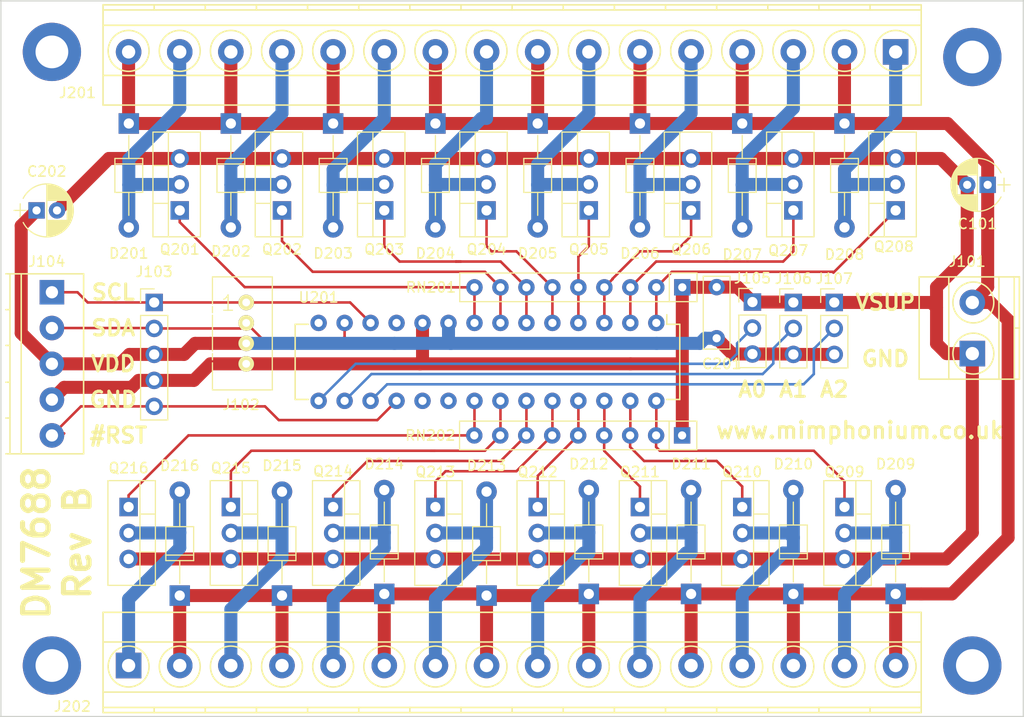
<source format=kicad_pcb>
(kicad_pcb (version 20171130) (host pcbnew "(5.1.5)-3")

  (general
    (thickness 1.6)
    (drawings 17)
    (tracks 357)
    (zones 0)
    (modules 51)
    (nets 50)
  )

  (page A4)
  (title_block
    (title DM7688)
    (date "30 Jan 2020")
    (rev B)
    (company mimphonium)
    (comment 1 "16 Channel output board")
  )

  (layers
    (0 F.Cu signal)
    (31 B.Cu signal)
    (32 B.Adhes user)
    (33 F.Adhes user)
    (34 B.Paste user)
    (35 F.Paste user)
    (36 B.SilkS user)
    (37 F.SilkS user)
    (38 B.Mask user)
    (39 F.Mask user)
    (40 Dwgs.User user)
    (41 Cmts.User user)
    (42 Eco1.User user)
    (43 Eco2.User user)
    (44 Edge.Cuts user)
    (45 Margin user)
    (46 B.CrtYd user)
    (47 F.CrtYd user)
    (48 B.Fab user hide)
    (49 F.Fab user hide)
  )

  (setup
    (last_trace_width 0.25)
    (user_trace_width 0.249936)
    (user_trace_width 1.27)
    (trace_clearance 0.2)
    (zone_clearance 0.508)
    (zone_45_only no)
    (trace_min 0.2)
    (via_size 0.6)
    (via_drill 0.4)
    (via_min_size 0.4)
    (via_min_drill 0.3)
    (uvia_size 0.3)
    (uvia_drill 0.1)
    (uvias_allowed no)
    (uvia_min_size 0.2)
    (uvia_min_drill 0.1)
    (edge_width 0.15)
    (segment_width 0.2)
    (pcb_text_width 0.3)
    (pcb_text_size 1.5 1.5)
    (mod_edge_width 0.15)
    (mod_text_size 1 1)
    (mod_text_width 0.15)
    (pad_size 1.524 1.524)
    (pad_drill 0.762)
    (pad_to_mask_clearance 0.2)
    (aux_axis_origin 0 0)
    (visible_elements 7FFFFFFF)
    (pcbplotparams
      (layerselection 0x010f0_80000001)
      (usegerberextensions false)
      (usegerberattributes false)
      (usegerberadvancedattributes false)
      (creategerberjobfile false)
      (excludeedgelayer true)
      (linewidth 0.100000)
      (plotframeref false)
      (viasonmask false)
      (mode 1)
      (useauxorigin false)
      (hpglpennumber 1)
      (hpglpenspeed 20)
      (hpglpendiameter 15.000000)
      (psnegative false)
      (psa4output false)
      (plotreference true)
      (plotvalue true)
      (plotinvisibletext false)
      (padsonsilk false)
      (subtractmaskfromsilk false)
      (outputformat 1)
      (mirror false)
      (drillshape 0)
      (scaleselection 1)
      (outputdirectory "manufacturing"))
  )

  (net 0 "")
  (net 1 /Output1-16/#RESET)
  (net 2 "Net-(D201-Pad2)")
  (net 3 "Net-(D202-Pad2)")
  (net 4 "Net-(D203-Pad2)")
  (net 5 "Net-(D204-Pad2)")
  (net 6 "Net-(D205-Pad2)")
  (net 7 "Net-(D206-Pad2)")
  (net 8 "Net-(D207-Pad2)")
  (net 9 "Net-(D208-Pad2)")
  (net 10 "Net-(D209-Pad2)")
  (net 11 "Net-(D210-Pad2)")
  (net 12 "Net-(D211-Pad2)")
  (net 13 "Net-(D212-Pad2)")
  (net 14 "Net-(D213-Pad2)")
  (net 15 "Net-(D214-Pad2)")
  (net 16 "Net-(D215-Pad2)")
  (net 17 "Net-(D216-Pad2)")
  (net 18 "Net-(Q201-Pad1)")
  (net 19 "Net-(Q202-Pad1)")
  (net 20 "Net-(Q203-Pad1)")
  (net 21 "Net-(Q204-Pad1)")
  (net 22 "Net-(Q205-Pad1)")
  (net 23 "Net-(Q206-Pad1)")
  (net 24 "Net-(Q207-Pad1)")
  (net 25 "Net-(Q208-Pad1)")
  (net 26 "Net-(Q209-Pad1)")
  (net 27 "Net-(Q210-Pad1)")
  (net 28 "Net-(Q211-Pad1)")
  (net 29 "Net-(Q212-Pad1)")
  (net 30 "Net-(Q213-Pad1)")
  (net 31 "Net-(Q214-Pad1)")
  (net 32 "Net-(Q215-Pad1)")
  (net 33 "Net-(Q216-Pad1)")
  (net 34 "Net-(U201-Pad19)")
  (net 35 "Net-(U201-Pad20)")
  (net 36 GNDPWR)
  (net 37 /Output1-16/VCoilA)
  (net 38 /Output1-16/SCL)
  (net 39 /Output1-16/SDA)
  (net 40 /Output1-16/A0)
  (net 41 /Output1-16/A1)
  (net 42 /Output1-16/A2)
  (net 43 "Net-(J108-Pad1)")
  (net 44 "Net-(J109-Pad1)")
  (net 45 "Net-(J110-Pad1)")
  (net 46 "Net-(J111-Pad1)")
  (net 47 VCC)
  (net 48 "Net-(U201-Pad11)")
  (net 49 "Net-(U201-Pad14)")

  (net_class Default "This is the default net class."
    (clearance 0.2)
    (trace_width 0.25)
    (via_dia 0.6)
    (via_drill 0.4)
    (uvia_dia 0.3)
    (uvia_drill 0.1)
    (add_net /Output1-16/#RESET)
    (add_net /Output1-16/A0)
    (add_net /Output1-16/A1)
    (add_net /Output1-16/A2)
    (add_net /Output1-16/SCL)
    (add_net /Output1-16/SDA)
    (add_net /Output1-16/VCoilA)
    (add_net GNDPWR)
    (add_net "Net-(D201-Pad2)")
    (add_net "Net-(D202-Pad2)")
    (add_net "Net-(D203-Pad2)")
    (add_net "Net-(D204-Pad2)")
    (add_net "Net-(D205-Pad2)")
    (add_net "Net-(D206-Pad2)")
    (add_net "Net-(D207-Pad2)")
    (add_net "Net-(D208-Pad2)")
    (add_net "Net-(D209-Pad2)")
    (add_net "Net-(D210-Pad2)")
    (add_net "Net-(D211-Pad2)")
    (add_net "Net-(D212-Pad2)")
    (add_net "Net-(D213-Pad2)")
    (add_net "Net-(D214-Pad2)")
    (add_net "Net-(D215-Pad2)")
    (add_net "Net-(D216-Pad2)")
    (add_net "Net-(J108-Pad1)")
    (add_net "Net-(J109-Pad1)")
    (add_net "Net-(J110-Pad1)")
    (add_net "Net-(J111-Pad1)")
    (add_net "Net-(Q201-Pad1)")
    (add_net "Net-(Q202-Pad1)")
    (add_net "Net-(Q203-Pad1)")
    (add_net "Net-(Q204-Pad1)")
    (add_net "Net-(Q205-Pad1)")
    (add_net "Net-(Q206-Pad1)")
    (add_net "Net-(Q207-Pad1)")
    (add_net "Net-(Q208-Pad1)")
    (add_net "Net-(Q209-Pad1)")
    (add_net "Net-(Q210-Pad1)")
    (add_net "Net-(Q211-Pad1)")
    (add_net "Net-(Q212-Pad1)")
    (add_net "Net-(Q213-Pad1)")
    (add_net "Net-(Q214-Pad1)")
    (add_net "Net-(Q215-Pad1)")
    (add_net "Net-(Q216-Pad1)")
    (add_net "Net-(U201-Pad11)")
    (add_net "Net-(U201-Pad14)")
    (add_net "Net-(U201-Pad19)")
    (add_net "Net-(U201-Pad20)")
    (add_net VCC)
  )

  (module Resistors_THT:R_Array_SIP9 (layer F.Cu) (tedit 57FA3974) (tstamp 5A75E138)
    (at 86.64 48.02 180)
    (descr "9-pin Resistor SIP pack")
    (tags R)
    (path /5A6D7595/5A6E89BA)
    (fp_text reference RN201 (at 24.58 0 180) (layer F.SilkS)
      (effects (font (size 1 1) (thickness 0.15)))
    )
    (fp_text value R_Network08 (at 11.43 2.4 180) (layer F.Fab)
      (effects (font (size 1 1) (thickness 0.15)))
    )
    (fp_line (start -1.29 -1.25) (end -1.29 1.25) (layer F.Fab) (width 0.1))
    (fp_line (start -1.29 1.25) (end 21.61 1.25) (layer F.Fab) (width 0.1))
    (fp_line (start 21.61 1.25) (end 21.61 -1.25) (layer F.Fab) (width 0.1))
    (fp_line (start 21.61 -1.25) (end -1.29 -1.25) (layer F.Fab) (width 0.1))
    (fp_line (start 1.27 -1.25) (end 1.27 1.25) (layer F.Fab) (width 0.1))
    (fp_line (start -1.44 -1.4) (end -1.44 1.4) (layer F.SilkS) (width 0.12))
    (fp_line (start -1.44 1.4) (end 21.76 1.4) (layer F.SilkS) (width 0.12))
    (fp_line (start 21.76 1.4) (end 21.76 -1.4) (layer F.SilkS) (width 0.12))
    (fp_line (start 21.76 -1.4) (end -1.44 -1.4) (layer F.SilkS) (width 0.12))
    (fp_line (start 1.27 -1.4) (end 1.27 1.4) (layer F.SilkS) (width 0.12))
    (fp_line (start -1.7 -1.65) (end -1.7 1.65) (layer F.CrtYd) (width 0.05))
    (fp_line (start -1.7 1.65) (end 22.05 1.65) (layer F.CrtYd) (width 0.05))
    (fp_line (start 22.05 1.65) (end 22.05 -1.65) (layer F.CrtYd) (width 0.05))
    (fp_line (start 22.05 -1.65) (end -1.7 -1.65) (layer F.CrtYd) (width 0.05))
    (pad 1 thru_hole rect (at 0 0 180) (size 1.6 1.6) (drill 0.8) (layers *.Cu *.Mask)
      (net 36 GNDPWR))
    (pad 2 thru_hole oval (at 2.54 0 180) (size 1.6 1.6) (drill 0.8) (layers *.Cu *.Mask)
      (net 25 "Net-(Q208-Pad1)"))
    (pad 3 thru_hole oval (at 5.08 0 180) (size 1.6 1.6) (drill 0.8) (layers *.Cu *.Mask)
      (net 24 "Net-(Q207-Pad1)"))
    (pad 4 thru_hole oval (at 7.62 0 180) (size 1.6 1.6) (drill 0.8) (layers *.Cu *.Mask)
      (net 23 "Net-(Q206-Pad1)"))
    (pad 5 thru_hole oval (at 10.16 0 180) (size 1.6 1.6) (drill 0.8) (layers *.Cu *.Mask)
      (net 22 "Net-(Q205-Pad1)"))
    (pad 6 thru_hole oval (at 12.7 0 180) (size 1.6 1.6) (drill 0.8) (layers *.Cu *.Mask)
      (net 21 "Net-(Q204-Pad1)"))
    (pad 7 thru_hole oval (at 15.24 0 180) (size 1.6 1.6) (drill 0.8) (layers *.Cu *.Mask)
      (net 20 "Net-(Q203-Pad1)"))
    (pad 8 thru_hole oval (at 17.78 0 180) (size 1.6 1.6) (drill 0.8) (layers *.Cu *.Mask)
      (net 19 "Net-(Q202-Pad1)"))
    (pad 9 thru_hole oval (at 20.32 0 180) (size 1.6 1.6) (drill 0.8) (layers *.Cu *.Mask)
      (net 18 "Net-(Q201-Pad1)"))
    (model ${KISYS3DMOD}/Resistors_THT.3dshapes/R_Array_SIP9.wrl
      (at (xyz 0 0 0))
      (scale (xyz 0.39 0.39 0.39))
      (rotate (xyz 0 0 0))
    )
  )

  (module Capacitors_THT:C_Disc_D7.0mm_W2.5mm_P5.00mm (layer F.Cu) (tedit 597BC7C2) (tstamp 5A75DF02)
    (at 90 53 90)
    (descr "C, Disc series, Radial, pin pitch=5.00mm, , diameter*width=7*2.5mm^2, Capacitor, http://cdn-reichelt.de/documents/datenblatt/B300/DS_KERKO_TC.pdf")
    (tags "C Disc series Radial pin pitch 5.00mm  diameter 7mm width 2.5mm Capacitor")
    (path /5A6D7595/5A6DE840)
    (fp_text reference C201 (at -2.5 0.5 180) (layer F.SilkS)
      (effects (font (size 1 1) (thickness 0.15)))
    )
    (fp_text value 100nF (at 2.5 2.56 90) (layer F.Fab)
      (effects (font (size 1 1) (thickness 0.15)))
    )
    (fp_line (start -1 -1.25) (end -1 1.25) (layer F.Fab) (width 0.1))
    (fp_line (start -1 1.25) (end 6 1.25) (layer F.Fab) (width 0.1))
    (fp_line (start 6 1.25) (end 6 -1.25) (layer F.Fab) (width 0.1))
    (fp_line (start 6 -1.25) (end -1 -1.25) (layer F.Fab) (width 0.1))
    (fp_line (start -1.06 -1.31) (end 6.06 -1.31) (layer F.SilkS) (width 0.12))
    (fp_line (start -1.06 1.31) (end 6.06 1.31) (layer F.SilkS) (width 0.12))
    (fp_line (start -1.06 -1.31) (end -1.06 1.31) (layer F.SilkS) (width 0.12))
    (fp_line (start 6.06 -1.31) (end 6.06 1.31) (layer F.SilkS) (width 0.12))
    (fp_line (start -1.35 -1.6) (end -1.35 1.6) (layer F.CrtYd) (width 0.05))
    (fp_line (start -1.35 1.6) (end 6.35 1.6) (layer F.CrtYd) (width 0.05))
    (fp_line (start 6.35 1.6) (end 6.35 -1.6) (layer F.CrtYd) (width 0.05))
    (fp_line (start 6.35 -1.6) (end -1.35 -1.6) (layer F.CrtYd) (width 0.05))
    (fp_text user %R (at 2.5 0 90) (layer F.Fab)
      (effects (font (size 1 1) (thickness 0.15)))
    )
    (pad 1 thru_hole circle (at 0 0 90) (size 1.6 1.6) (drill 0.8) (layers *.Cu *.Mask)
      (net 47 VCC))
    (pad 2 thru_hole circle (at 5 0 90) (size 1.6 1.6) (drill 0.8) (layers *.Cu *.Mask)
      (net 36 GNDPWR))
    (model ${KISYS3DMOD}/Capacitors_THT.3dshapes/C_Disc_D7.0mm_W2.5mm_P5.00mm.wrl
      (at (xyz 0 0 0))
      (scale (xyz 1 1 1))
      (rotate (xyz 0 0 0))
    )
  )

  (module Diodes_THT:D_T-1_P10.16mm_Horizontal (layer F.Cu) (tedit 5921392F) (tstamp 5A75DF26)
    (at 32.52 32 270)
    (descr "D, T-1 series, Axial, Horizontal, pin pitch=10.16mm, , length*diameter=3.2*2.6mm^2, , http://www.diodes.com/_files/packages/T-1.pdf")
    (tags "D T-1 series Axial Horizontal pin pitch 10.16mm  length 3.2mm diameter 2.6mm")
    (path /5A6D7595/5A6D962E)
    (fp_text reference D201 (at 12.7 0) (layer F.SilkS)
      (effects (font (size 1 1) (thickness 0.15)))
    )
    (fp_text value 1N4001 (at 5.08 2.36 270) (layer F.Fab)
      (effects (font (size 1 1) (thickness 0.15)))
    )
    (fp_text user %R (at 5.08 0 270) (layer F.Fab)
      (effects (font (size 1 1) (thickness 0.15)))
    )
    (fp_line (start 3.48 -1.3) (end 3.48 1.3) (layer F.Fab) (width 0.1))
    (fp_line (start 3.48 1.3) (end 6.68 1.3) (layer F.Fab) (width 0.1))
    (fp_line (start 6.68 1.3) (end 6.68 -1.3) (layer F.Fab) (width 0.1))
    (fp_line (start 6.68 -1.3) (end 3.48 -1.3) (layer F.Fab) (width 0.1))
    (fp_line (start 0 0) (end 3.48 0) (layer F.Fab) (width 0.1))
    (fp_line (start 10.16 0) (end 6.68 0) (layer F.Fab) (width 0.1))
    (fp_line (start 3.96 -1.3) (end 3.96 1.3) (layer F.Fab) (width 0.1))
    (fp_line (start 3.42 -1.36) (end 3.42 1.36) (layer F.SilkS) (width 0.12))
    (fp_line (start 3.42 1.36) (end 6.74 1.36) (layer F.SilkS) (width 0.12))
    (fp_line (start 6.74 1.36) (end 6.74 -1.36) (layer F.SilkS) (width 0.12))
    (fp_line (start 6.74 -1.36) (end 3.42 -1.36) (layer F.SilkS) (width 0.12))
    (fp_line (start 1.18 0) (end 3.42 0) (layer F.SilkS) (width 0.12))
    (fp_line (start 8.98 0) (end 6.74 0) (layer F.SilkS) (width 0.12))
    (fp_line (start 3.96 -1.36) (end 3.96 1.36) (layer F.SilkS) (width 0.12))
    (fp_line (start -1.25 -1.65) (end -1.25 1.65) (layer F.CrtYd) (width 0.05))
    (fp_line (start -1.25 1.65) (end 11.45 1.65) (layer F.CrtYd) (width 0.05))
    (fp_line (start 11.45 1.65) (end 11.45 -1.65) (layer F.CrtYd) (width 0.05))
    (fp_line (start 11.45 -1.65) (end -1.25 -1.65) (layer F.CrtYd) (width 0.05))
    (pad 1 thru_hole rect (at 0 0 270) (size 2 2) (drill 1) (layers *.Cu *.Mask)
      (net 37 /Output1-16/VCoilA))
    (pad 2 thru_hole oval (at 10.16 0 270) (size 2 2) (drill 1) (layers *.Cu *.Mask)
      (net 2 "Net-(D201-Pad2)"))
    (model ${KISYS3DMOD}/Diodes_THT.3dshapes/D_T-1_P10.16mm_Horizontal.wrl
      (at (xyz 0 0 0))
      (scale (xyz 0.393701 0.393701 0.393701))
      (rotate (xyz 0 0 0))
    )
  )

  (module Diodes_THT:D_T-1_P10.16mm_Horizontal (layer F.Cu) (tedit 5921392F) (tstamp 5A75DF2C)
    (at 42.5 32 270)
    (descr "D, T-1 series, Axial, Horizontal, pin pitch=10.16mm, , length*diameter=3.2*2.6mm^2, , http://www.diodes.com/_files/packages/T-1.pdf")
    (tags "D T-1 series Axial Horizontal pin pitch 10.16mm  length 3.2mm diameter 2.6mm")
    (path /5A6D7595/5A6D9627)
    (fp_text reference D202 (at 12.5 0) (layer F.SilkS)
      (effects (font (size 1 1) (thickness 0.15)))
    )
    (fp_text value 1N4001 (at 5.08 2.36 270) (layer F.Fab)
      (effects (font (size 1 1) (thickness 0.15)))
    )
    (fp_text user %R (at 5.08 0 270) (layer F.Fab)
      (effects (font (size 1 1) (thickness 0.15)))
    )
    (fp_line (start 3.48 -1.3) (end 3.48 1.3) (layer F.Fab) (width 0.1))
    (fp_line (start 3.48 1.3) (end 6.68 1.3) (layer F.Fab) (width 0.1))
    (fp_line (start 6.68 1.3) (end 6.68 -1.3) (layer F.Fab) (width 0.1))
    (fp_line (start 6.68 -1.3) (end 3.48 -1.3) (layer F.Fab) (width 0.1))
    (fp_line (start 0 0) (end 3.48 0) (layer F.Fab) (width 0.1))
    (fp_line (start 10.16 0) (end 6.68 0) (layer F.Fab) (width 0.1))
    (fp_line (start 3.96 -1.3) (end 3.96 1.3) (layer F.Fab) (width 0.1))
    (fp_line (start 3.42 -1.36) (end 3.42 1.36) (layer F.SilkS) (width 0.12))
    (fp_line (start 3.42 1.36) (end 6.74 1.36) (layer F.SilkS) (width 0.12))
    (fp_line (start 6.74 1.36) (end 6.74 -1.36) (layer F.SilkS) (width 0.12))
    (fp_line (start 6.74 -1.36) (end 3.42 -1.36) (layer F.SilkS) (width 0.12))
    (fp_line (start 1.18 0) (end 3.42 0) (layer F.SilkS) (width 0.12))
    (fp_line (start 8.98 0) (end 6.74 0) (layer F.SilkS) (width 0.12))
    (fp_line (start 3.96 -1.36) (end 3.96 1.36) (layer F.SilkS) (width 0.12))
    (fp_line (start -1.25 -1.65) (end -1.25 1.65) (layer F.CrtYd) (width 0.05))
    (fp_line (start -1.25 1.65) (end 11.45 1.65) (layer F.CrtYd) (width 0.05))
    (fp_line (start 11.45 1.65) (end 11.45 -1.65) (layer F.CrtYd) (width 0.05))
    (fp_line (start 11.45 -1.65) (end -1.25 -1.65) (layer F.CrtYd) (width 0.05))
    (pad 1 thru_hole rect (at 0 0 270) (size 2 2) (drill 1) (layers *.Cu *.Mask)
      (net 37 /Output1-16/VCoilA))
    (pad 2 thru_hole oval (at 10.16 0 270) (size 2 2) (drill 1) (layers *.Cu *.Mask)
      (net 3 "Net-(D202-Pad2)"))
    (model ${KISYS3DMOD}/Diodes_THT.3dshapes/D_T-1_P10.16mm_Horizontal.wrl
      (at (xyz 0 0 0))
      (scale (xyz 0.393701 0.393701 0.393701))
      (rotate (xyz 0 0 0))
    )
  )

  (module Diodes_THT:D_T-1_P10.16mm_Horizontal (layer F.Cu) (tedit 5921392F) (tstamp 5A75DF32)
    (at 52.5 32 270)
    (descr "D, T-1 series, Axial, Horizontal, pin pitch=10.16mm, , length*diameter=3.2*2.6mm^2, , http://www.diodes.com/_files/packages/T-1.pdf")
    (tags "D T-1 series Axial Horizontal pin pitch 10.16mm  length 3.2mm diameter 2.6mm")
    (path /5A6D7595/5A6D9620)
    (fp_text reference D203 (at 12.7 0) (layer F.SilkS)
      (effects (font (size 1 1) (thickness 0.15)))
    )
    (fp_text value 1N4001 (at 5.08 2.36 270) (layer F.Fab)
      (effects (font (size 1 1) (thickness 0.15)))
    )
    (fp_text user %R (at 5.08 0 270) (layer F.Fab)
      (effects (font (size 1 1) (thickness 0.15)))
    )
    (fp_line (start 3.48 -1.3) (end 3.48 1.3) (layer F.Fab) (width 0.1))
    (fp_line (start 3.48 1.3) (end 6.68 1.3) (layer F.Fab) (width 0.1))
    (fp_line (start 6.68 1.3) (end 6.68 -1.3) (layer F.Fab) (width 0.1))
    (fp_line (start 6.68 -1.3) (end 3.48 -1.3) (layer F.Fab) (width 0.1))
    (fp_line (start 0 0) (end 3.48 0) (layer F.Fab) (width 0.1))
    (fp_line (start 10.16 0) (end 6.68 0) (layer F.Fab) (width 0.1))
    (fp_line (start 3.96 -1.3) (end 3.96 1.3) (layer F.Fab) (width 0.1))
    (fp_line (start 3.42 -1.36) (end 3.42 1.36) (layer F.SilkS) (width 0.12))
    (fp_line (start 3.42 1.36) (end 6.74 1.36) (layer F.SilkS) (width 0.12))
    (fp_line (start 6.74 1.36) (end 6.74 -1.36) (layer F.SilkS) (width 0.12))
    (fp_line (start 6.74 -1.36) (end 3.42 -1.36) (layer F.SilkS) (width 0.12))
    (fp_line (start 1.18 0) (end 3.42 0) (layer F.SilkS) (width 0.12))
    (fp_line (start 8.98 0) (end 6.74 0) (layer F.SilkS) (width 0.12))
    (fp_line (start 3.96 -1.36) (end 3.96 1.36) (layer F.SilkS) (width 0.12))
    (fp_line (start -1.25 -1.65) (end -1.25 1.65) (layer F.CrtYd) (width 0.05))
    (fp_line (start -1.25 1.65) (end 11.45 1.65) (layer F.CrtYd) (width 0.05))
    (fp_line (start 11.45 1.65) (end 11.45 -1.65) (layer F.CrtYd) (width 0.05))
    (fp_line (start 11.45 -1.65) (end -1.25 -1.65) (layer F.CrtYd) (width 0.05))
    (pad 1 thru_hole rect (at 0 0 270) (size 2 2) (drill 1) (layers *.Cu *.Mask)
      (net 37 /Output1-16/VCoilA))
    (pad 2 thru_hole oval (at 10.16 0 270) (size 2 2) (drill 1) (layers *.Cu *.Mask)
      (net 4 "Net-(D203-Pad2)"))
    (model ${KISYS3DMOD}/Diodes_THT.3dshapes/D_T-1_P10.16mm_Horizontal.wrl
      (at (xyz 0 0 0))
      (scale (xyz 0.393701 0.393701 0.393701))
      (rotate (xyz 0 0 0))
    )
  )

  (module Diodes_THT:D_T-1_P10.16mm_Horizontal (layer F.Cu) (tedit 5921392F) (tstamp 5A75DF38)
    (at 62.5 32 270)
    (descr "D, T-1 series, Axial, Horizontal, pin pitch=10.16mm, , length*diameter=3.2*2.6mm^2, , http://www.diodes.com/_files/packages/T-1.pdf")
    (tags "D T-1 series Axial Horizontal pin pitch 10.16mm  length 3.2mm diameter 2.6mm")
    (path /5A6D7595/5A6D9619)
    (fp_text reference D204 (at 12.7 0) (layer F.SilkS)
      (effects (font (size 1 1) (thickness 0.15)))
    )
    (fp_text value 1N4001 (at 5.08 2.36 270) (layer F.Fab)
      (effects (font (size 1 1) (thickness 0.15)))
    )
    (fp_text user %R (at 5.08 0 270) (layer F.Fab)
      (effects (font (size 1 1) (thickness 0.15)))
    )
    (fp_line (start 3.48 -1.3) (end 3.48 1.3) (layer F.Fab) (width 0.1))
    (fp_line (start 3.48 1.3) (end 6.68 1.3) (layer F.Fab) (width 0.1))
    (fp_line (start 6.68 1.3) (end 6.68 -1.3) (layer F.Fab) (width 0.1))
    (fp_line (start 6.68 -1.3) (end 3.48 -1.3) (layer F.Fab) (width 0.1))
    (fp_line (start 0 0) (end 3.48 0) (layer F.Fab) (width 0.1))
    (fp_line (start 10.16 0) (end 6.68 0) (layer F.Fab) (width 0.1))
    (fp_line (start 3.96 -1.3) (end 3.96 1.3) (layer F.Fab) (width 0.1))
    (fp_line (start 3.42 -1.36) (end 3.42 1.36) (layer F.SilkS) (width 0.12))
    (fp_line (start 3.42 1.36) (end 6.74 1.36) (layer F.SilkS) (width 0.12))
    (fp_line (start 6.74 1.36) (end 6.74 -1.36) (layer F.SilkS) (width 0.12))
    (fp_line (start 6.74 -1.36) (end 3.42 -1.36) (layer F.SilkS) (width 0.12))
    (fp_line (start 1.18 0) (end 3.42 0) (layer F.SilkS) (width 0.12))
    (fp_line (start 8.98 0) (end 6.74 0) (layer F.SilkS) (width 0.12))
    (fp_line (start 3.96 -1.36) (end 3.96 1.36) (layer F.SilkS) (width 0.12))
    (fp_line (start -1.25 -1.65) (end -1.25 1.65) (layer F.CrtYd) (width 0.05))
    (fp_line (start -1.25 1.65) (end 11.45 1.65) (layer F.CrtYd) (width 0.05))
    (fp_line (start 11.45 1.65) (end 11.45 -1.65) (layer F.CrtYd) (width 0.05))
    (fp_line (start 11.45 -1.65) (end -1.25 -1.65) (layer F.CrtYd) (width 0.05))
    (pad 1 thru_hole rect (at 0 0 270) (size 2 2) (drill 1) (layers *.Cu *.Mask)
      (net 37 /Output1-16/VCoilA))
    (pad 2 thru_hole oval (at 10.16 0 270) (size 2 2) (drill 1) (layers *.Cu *.Mask)
      (net 5 "Net-(D204-Pad2)"))
    (model ${KISYS3DMOD}/Diodes_THT.3dshapes/D_T-1_P10.16mm_Horizontal.wrl
      (at (xyz 0 0 0))
      (scale (xyz 0.393701 0.393701 0.393701))
      (rotate (xyz 0 0 0))
    )
  )

  (module Diodes_THT:D_T-1_P10.16mm_Horizontal (layer F.Cu) (tedit 5921392F) (tstamp 5A75DF3E)
    (at 72.5 32 270)
    (descr "D, T-1 series, Axial, Horizontal, pin pitch=10.16mm, , length*diameter=3.2*2.6mm^2, , http://www.diodes.com/_files/packages/T-1.pdf")
    (tags "D T-1 series Axial Horizontal pin pitch 10.16mm  length 3.2mm diameter 2.6mm")
    (path /5A6D7595/5A6D9612)
    (fp_text reference D205 (at 12.7 0) (layer F.SilkS)
      (effects (font (size 1 1) (thickness 0.15)))
    )
    (fp_text value 1N4001 (at 5.08 2.36 270) (layer F.Fab)
      (effects (font (size 1 1) (thickness 0.15)))
    )
    (fp_text user %R (at 5.08 0 270) (layer F.Fab)
      (effects (font (size 1 1) (thickness 0.15)))
    )
    (fp_line (start 3.48 -1.3) (end 3.48 1.3) (layer F.Fab) (width 0.1))
    (fp_line (start 3.48 1.3) (end 6.68 1.3) (layer F.Fab) (width 0.1))
    (fp_line (start 6.68 1.3) (end 6.68 -1.3) (layer F.Fab) (width 0.1))
    (fp_line (start 6.68 -1.3) (end 3.48 -1.3) (layer F.Fab) (width 0.1))
    (fp_line (start 0 0) (end 3.48 0) (layer F.Fab) (width 0.1))
    (fp_line (start 10.16 0) (end 6.68 0) (layer F.Fab) (width 0.1))
    (fp_line (start 3.96 -1.3) (end 3.96 1.3) (layer F.Fab) (width 0.1))
    (fp_line (start 3.42 -1.36) (end 3.42 1.36) (layer F.SilkS) (width 0.12))
    (fp_line (start 3.42 1.36) (end 6.74 1.36) (layer F.SilkS) (width 0.12))
    (fp_line (start 6.74 1.36) (end 6.74 -1.36) (layer F.SilkS) (width 0.12))
    (fp_line (start 6.74 -1.36) (end 3.42 -1.36) (layer F.SilkS) (width 0.12))
    (fp_line (start 1.18 0) (end 3.42 0) (layer F.SilkS) (width 0.12))
    (fp_line (start 8.98 0) (end 6.74 0) (layer F.SilkS) (width 0.12))
    (fp_line (start 3.96 -1.36) (end 3.96 1.36) (layer F.SilkS) (width 0.12))
    (fp_line (start -1.25 -1.65) (end -1.25 1.65) (layer F.CrtYd) (width 0.05))
    (fp_line (start -1.25 1.65) (end 11.45 1.65) (layer F.CrtYd) (width 0.05))
    (fp_line (start 11.45 1.65) (end 11.45 -1.65) (layer F.CrtYd) (width 0.05))
    (fp_line (start 11.45 -1.65) (end -1.25 -1.65) (layer F.CrtYd) (width 0.05))
    (pad 1 thru_hole rect (at 0 0 270) (size 2 2) (drill 1) (layers *.Cu *.Mask)
      (net 37 /Output1-16/VCoilA))
    (pad 2 thru_hole oval (at 10.16 0 270) (size 2 2) (drill 1) (layers *.Cu *.Mask)
      (net 6 "Net-(D205-Pad2)"))
    (model ${KISYS3DMOD}/Diodes_THT.3dshapes/D_T-1_P10.16mm_Horizontal.wrl
      (at (xyz 0 0 0))
      (scale (xyz 0.393701 0.393701 0.393701))
      (rotate (xyz 0 0 0))
    )
  )

  (module Diodes_THT:D_T-1_P10.16mm_Horizontal (layer F.Cu) (tedit 5921392F) (tstamp 5A75DF44)
    (at 82.5 32 270)
    (descr "D, T-1 series, Axial, Horizontal, pin pitch=10.16mm, , length*diameter=3.2*2.6mm^2, , http://www.diodes.com/_files/packages/T-1.pdf")
    (tags "D T-1 series Axial Horizontal pin pitch 10.16mm  length 3.2mm diameter 2.6mm")
    (path /5A6D7595/5A6D960B)
    (fp_text reference D206 (at 12.7 0 180) (layer F.SilkS)
      (effects (font (size 1 1) (thickness 0.15)))
    )
    (fp_text value 1N4001 (at 5.08 2.36 270) (layer F.Fab)
      (effects (font (size 1 1) (thickness 0.15)))
    )
    (fp_text user %R (at 5.08 0 270) (layer F.Fab)
      (effects (font (size 1 1) (thickness 0.15)))
    )
    (fp_line (start 3.48 -1.3) (end 3.48 1.3) (layer F.Fab) (width 0.1))
    (fp_line (start 3.48 1.3) (end 6.68 1.3) (layer F.Fab) (width 0.1))
    (fp_line (start 6.68 1.3) (end 6.68 -1.3) (layer F.Fab) (width 0.1))
    (fp_line (start 6.68 -1.3) (end 3.48 -1.3) (layer F.Fab) (width 0.1))
    (fp_line (start 0 0) (end 3.48 0) (layer F.Fab) (width 0.1))
    (fp_line (start 10.16 0) (end 6.68 0) (layer F.Fab) (width 0.1))
    (fp_line (start 3.96 -1.3) (end 3.96 1.3) (layer F.Fab) (width 0.1))
    (fp_line (start 3.42 -1.36) (end 3.42 1.36) (layer F.SilkS) (width 0.12))
    (fp_line (start 3.42 1.36) (end 6.74 1.36) (layer F.SilkS) (width 0.12))
    (fp_line (start 6.74 1.36) (end 6.74 -1.36) (layer F.SilkS) (width 0.12))
    (fp_line (start 6.74 -1.36) (end 3.42 -1.36) (layer F.SilkS) (width 0.12))
    (fp_line (start 1.18 0) (end 3.42 0) (layer F.SilkS) (width 0.12))
    (fp_line (start 8.98 0) (end 6.74 0) (layer F.SilkS) (width 0.12))
    (fp_line (start 3.96 -1.36) (end 3.96 1.36) (layer F.SilkS) (width 0.12))
    (fp_line (start -1.25 -1.65) (end -1.25 1.65) (layer F.CrtYd) (width 0.05))
    (fp_line (start -1.25 1.65) (end 11.45 1.65) (layer F.CrtYd) (width 0.05))
    (fp_line (start 11.45 1.65) (end 11.45 -1.65) (layer F.CrtYd) (width 0.05))
    (fp_line (start 11.45 -1.65) (end -1.25 -1.65) (layer F.CrtYd) (width 0.05))
    (pad 1 thru_hole rect (at 0 0 270) (size 2 2) (drill 1) (layers *.Cu *.Mask)
      (net 37 /Output1-16/VCoilA))
    (pad 2 thru_hole oval (at 10.16 0 270) (size 2 2) (drill 1) (layers *.Cu *.Mask)
      (net 7 "Net-(D206-Pad2)"))
    (model ${KISYS3DMOD}/Diodes_THT.3dshapes/D_T-1_P10.16mm_Horizontal.wrl
      (at (xyz 0 0 0))
      (scale (xyz 0.393701 0.393701 0.393701))
      (rotate (xyz 0 0 0))
    )
  )

  (module Diodes_THT:D_T-1_P10.16mm_Horizontal (layer F.Cu) (tedit 5921392F) (tstamp 5A75DF4A)
    (at 92.5 32 270)
    (descr "D, T-1 series, Axial, Horizontal, pin pitch=10.16mm, , length*diameter=3.2*2.6mm^2, , http://www.diodes.com/_files/packages/T-1.pdf")
    (tags "D T-1 series Axial Horizontal pin pitch 10.16mm  length 3.2mm diameter 2.6mm")
    (path /5A6D7595/5A6D9600)
    (fp_text reference D207 (at 12.814084 0) (layer F.SilkS)
      (effects (font (size 1 1) (thickness 0.15)))
    )
    (fp_text value 1N4001 (at 5.08 2.36 270) (layer F.Fab)
      (effects (font (size 1 1) (thickness 0.15)))
    )
    (fp_text user %R (at 5.08 0 270) (layer F.Fab)
      (effects (font (size 1 1) (thickness 0.15)))
    )
    (fp_line (start 3.48 -1.3) (end 3.48 1.3) (layer F.Fab) (width 0.1))
    (fp_line (start 3.48 1.3) (end 6.68 1.3) (layer F.Fab) (width 0.1))
    (fp_line (start 6.68 1.3) (end 6.68 -1.3) (layer F.Fab) (width 0.1))
    (fp_line (start 6.68 -1.3) (end 3.48 -1.3) (layer F.Fab) (width 0.1))
    (fp_line (start 0 0) (end 3.48 0) (layer F.Fab) (width 0.1))
    (fp_line (start 10.16 0) (end 6.68 0) (layer F.Fab) (width 0.1))
    (fp_line (start 3.96 -1.3) (end 3.96 1.3) (layer F.Fab) (width 0.1))
    (fp_line (start 3.42 -1.36) (end 3.42 1.36) (layer F.SilkS) (width 0.12))
    (fp_line (start 3.42 1.36) (end 6.74 1.36) (layer F.SilkS) (width 0.12))
    (fp_line (start 6.74 1.36) (end 6.74 -1.36) (layer F.SilkS) (width 0.12))
    (fp_line (start 6.74 -1.36) (end 3.42 -1.36) (layer F.SilkS) (width 0.12))
    (fp_line (start 1.18 0) (end 3.42 0) (layer F.SilkS) (width 0.12))
    (fp_line (start 8.98 0) (end 6.74 0) (layer F.SilkS) (width 0.12))
    (fp_line (start 3.96 -1.36) (end 3.96 1.36) (layer F.SilkS) (width 0.12))
    (fp_line (start -1.25 -1.65) (end -1.25 1.65) (layer F.CrtYd) (width 0.05))
    (fp_line (start -1.25 1.65) (end 11.45 1.65) (layer F.CrtYd) (width 0.05))
    (fp_line (start 11.45 1.65) (end 11.45 -1.65) (layer F.CrtYd) (width 0.05))
    (fp_line (start 11.45 -1.65) (end -1.25 -1.65) (layer F.CrtYd) (width 0.05))
    (pad 1 thru_hole rect (at 0 0 270) (size 2 2) (drill 1) (layers *.Cu *.Mask)
      (net 37 /Output1-16/VCoilA))
    (pad 2 thru_hole oval (at 10.16 0 270) (size 2 2) (drill 1) (layers *.Cu *.Mask)
      (net 8 "Net-(D207-Pad2)"))
    (model ${KISYS3DMOD}/Diodes_THT.3dshapes/D_T-1_P10.16mm_Horizontal.wrl
      (at (xyz 0 0 0))
      (scale (xyz 0.393701 0.393701 0.393701))
      (rotate (xyz 0 0 0))
    )
  )

  (module Diodes_THT:D_T-1_P10.16mm_Horizontal (layer F.Cu) (tedit 5921392F) (tstamp 5A75DF50)
    (at 102.5 32 270)
    (descr "D, T-1 series, Axial, Horizontal, pin pitch=10.16mm, , length*diameter=3.2*2.6mm^2, , http://www.diodes.com/_files/packages/T-1.pdf")
    (tags "D T-1 series Axial Horizontal pin pitch 10.16mm  length 3.2mm diameter 2.6mm")
    (path /5A6D7595/5A6D95F5)
    (fp_text reference D208 (at 12.814084 0) (layer F.SilkS)
      (effects (font (size 1 1) (thickness 0.15)))
    )
    (fp_text value 1N4001 (at 5.08 2.36 270) (layer F.Fab)
      (effects (font (size 1 1) (thickness 0.15)))
    )
    (fp_text user %R (at 5.08 0 270) (layer F.Fab)
      (effects (font (size 1 1) (thickness 0.15)))
    )
    (fp_line (start 3.48 -1.3) (end 3.48 1.3) (layer F.Fab) (width 0.1))
    (fp_line (start 3.48 1.3) (end 6.68 1.3) (layer F.Fab) (width 0.1))
    (fp_line (start 6.68 1.3) (end 6.68 -1.3) (layer F.Fab) (width 0.1))
    (fp_line (start 6.68 -1.3) (end 3.48 -1.3) (layer F.Fab) (width 0.1))
    (fp_line (start 0 0) (end 3.48 0) (layer F.Fab) (width 0.1))
    (fp_line (start 10.16 0) (end 6.68 0) (layer F.Fab) (width 0.1))
    (fp_line (start 3.96 -1.3) (end 3.96 1.3) (layer F.Fab) (width 0.1))
    (fp_line (start 3.42 -1.36) (end 3.42 1.36) (layer F.SilkS) (width 0.12))
    (fp_line (start 3.42 1.36) (end 6.74 1.36) (layer F.SilkS) (width 0.12))
    (fp_line (start 6.74 1.36) (end 6.74 -1.36) (layer F.SilkS) (width 0.12))
    (fp_line (start 6.74 -1.36) (end 3.42 -1.36) (layer F.SilkS) (width 0.12))
    (fp_line (start 1.18 0) (end 3.42 0) (layer F.SilkS) (width 0.12))
    (fp_line (start 8.98 0) (end 6.74 0) (layer F.SilkS) (width 0.12))
    (fp_line (start 3.96 -1.36) (end 3.96 1.36) (layer F.SilkS) (width 0.12))
    (fp_line (start -1.25 -1.65) (end -1.25 1.65) (layer F.CrtYd) (width 0.05))
    (fp_line (start -1.25 1.65) (end 11.45 1.65) (layer F.CrtYd) (width 0.05))
    (fp_line (start 11.45 1.65) (end 11.45 -1.65) (layer F.CrtYd) (width 0.05))
    (fp_line (start 11.45 -1.65) (end -1.25 -1.65) (layer F.CrtYd) (width 0.05))
    (pad 1 thru_hole rect (at 0 0 270) (size 2 2) (drill 1) (layers *.Cu *.Mask)
      (net 37 /Output1-16/VCoilA))
    (pad 2 thru_hole oval (at 10.16 0 270) (size 2 2) (drill 1) (layers *.Cu *.Mask)
      (net 9 "Net-(D208-Pad2)"))
    (model ${KISYS3DMOD}/Diodes_THT.3dshapes/D_T-1_P10.16mm_Horizontal.wrl
      (at (xyz 0 0 0))
      (scale (xyz 0.393701 0.393701 0.393701))
      (rotate (xyz 0 0 0))
    )
  )

  (module Diodes_THT:D_T-1_P10.16mm_Horizontal (layer F.Cu) (tedit 5921392F) (tstamp 5A75DF56)
    (at 107.5 78 90)
    (descr "D, T-1 series, Axial, Horizontal, pin pitch=10.16mm, , length*diameter=3.2*2.6mm^2, , http://www.diodes.com/_files/packages/T-1.pdf")
    (tags "D T-1 series Axial Horizontal pin pitch 10.16mm  length 3.2mm diameter 2.6mm")
    (path /5A6D7595/5A6D9716)
    (fp_text reference D209 (at 12.7 0 180) (layer F.SilkS)
      (effects (font (size 1 1) (thickness 0.15)))
    )
    (fp_text value 1N4001 (at 5.08 2.36 90) (layer F.Fab)
      (effects (font (size 1 1) (thickness 0.15)))
    )
    (fp_text user %R (at 5.08 0 90) (layer F.Fab)
      (effects (font (size 1 1) (thickness 0.15)))
    )
    (fp_line (start 3.48 -1.3) (end 3.48 1.3) (layer F.Fab) (width 0.1))
    (fp_line (start 3.48 1.3) (end 6.68 1.3) (layer F.Fab) (width 0.1))
    (fp_line (start 6.68 1.3) (end 6.68 -1.3) (layer F.Fab) (width 0.1))
    (fp_line (start 6.68 -1.3) (end 3.48 -1.3) (layer F.Fab) (width 0.1))
    (fp_line (start 0 0) (end 3.48 0) (layer F.Fab) (width 0.1))
    (fp_line (start 10.16 0) (end 6.68 0) (layer F.Fab) (width 0.1))
    (fp_line (start 3.96 -1.3) (end 3.96 1.3) (layer F.Fab) (width 0.1))
    (fp_line (start 3.42 -1.36) (end 3.42 1.36) (layer F.SilkS) (width 0.12))
    (fp_line (start 3.42 1.36) (end 6.74 1.36) (layer F.SilkS) (width 0.12))
    (fp_line (start 6.74 1.36) (end 6.74 -1.36) (layer F.SilkS) (width 0.12))
    (fp_line (start 6.74 -1.36) (end 3.42 -1.36) (layer F.SilkS) (width 0.12))
    (fp_line (start 1.18 0) (end 3.42 0) (layer F.SilkS) (width 0.12))
    (fp_line (start 8.98 0) (end 6.74 0) (layer F.SilkS) (width 0.12))
    (fp_line (start 3.96 -1.36) (end 3.96 1.36) (layer F.SilkS) (width 0.12))
    (fp_line (start -1.25 -1.65) (end -1.25 1.65) (layer F.CrtYd) (width 0.05))
    (fp_line (start -1.25 1.65) (end 11.45 1.65) (layer F.CrtYd) (width 0.05))
    (fp_line (start 11.45 1.65) (end 11.45 -1.65) (layer F.CrtYd) (width 0.05))
    (fp_line (start 11.45 -1.65) (end -1.25 -1.65) (layer F.CrtYd) (width 0.05))
    (pad 1 thru_hole rect (at 0 0 90) (size 2 2) (drill 1) (layers *.Cu *.Mask)
      (net 37 /Output1-16/VCoilA))
    (pad 2 thru_hole oval (at 10.16 0 90) (size 2 2) (drill 1) (layers *.Cu *.Mask)
      (net 10 "Net-(D209-Pad2)"))
    (model ${KISYS3DMOD}/Diodes_THT.3dshapes/D_T-1_P10.16mm_Horizontal.wrl
      (at (xyz 0 0 0))
      (scale (xyz 0.393701 0.393701 0.393701))
      (rotate (xyz 0 0 0))
    )
  )

  (module Diodes_THT:D_T-1_P10.16mm_Horizontal (layer F.Cu) (tedit 5921392F) (tstamp 5A75DF5C)
    (at 97.5 78 90)
    (descr "D, T-1 series, Axial, Horizontal, pin pitch=10.16mm, , length*diameter=3.2*2.6mm^2, , http://www.diodes.com/_files/packages/T-1.pdf")
    (tags "D T-1 series Axial Horizontal pin pitch 10.16mm  length 3.2mm diameter 2.6mm")
    (path /5A6D7595/5A6D970F)
    (fp_text reference D210 (at 12.7 0 180) (layer F.SilkS)
      (effects (font (size 1 1) (thickness 0.15)))
    )
    (fp_text value 1N4001 (at 5.08 2.36 90) (layer F.Fab)
      (effects (font (size 1 1) (thickness 0.15)))
    )
    (fp_text user %R (at 5.08 0 90) (layer F.Fab)
      (effects (font (size 1 1) (thickness 0.15)))
    )
    (fp_line (start 3.48 -1.3) (end 3.48 1.3) (layer F.Fab) (width 0.1))
    (fp_line (start 3.48 1.3) (end 6.68 1.3) (layer F.Fab) (width 0.1))
    (fp_line (start 6.68 1.3) (end 6.68 -1.3) (layer F.Fab) (width 0.1))
    (fp_line (start 6.68 -1.3) (end 3.48 -1.3) (layer F.Fab) (width 0.1))
    (fp_line (start 0 0) (end 3.48 0) (layer F.Fab) (width 0.1))
    (fp_line (start 10.16 0) (end 6.68 0) (layer F.Fab) (width 0.1))
    (fp_line (start 3.96 -1.3) (end 3.96 1.3) (layer F.Fab) (width 0.1))
    (fp_line (start 3.42 -1.36) (end 3.42 1.36) (layer F.SilkS) (width 0.12))
    (fp_line (start 3.42 1.36) (end 6.74 1.36) (layer F.SilkS) (width 0.12))
    (fp_line (start 6.74 1.36) (end 6.74 -1.36) (layer F.SilkS) (width 0.12))
    (fp_line (start 6.74 -1.36) (end 3.42 -1.36) (layer F.SilkS) (width 0.12))
    (fp_line (start 1.18 0) (end 3.42 0) (layer F.SilkS) (width 0.12))
    (fp_line (start 8.98 0) (end 6.74 0) (layer F.SilkS) (width 0.12))
    (fp_line (start 3.96 -1.36) (end 3.96 1.36) (layer F.SilkS) (width 0.12))
    (fp_line (start -1.25 -1.65) (end -1.25 1.65) (layer F.CrtYd) (width 0.05))
    (fp_line (start -1.25 1.65) (end 11.45 1.65) (layer F.CrtYd) (width 0.05))
    (fp_line (start 11.45 1.65) (end 11.45 -1.65) (layer F.CrtYd) (width 0.05))
    (fp_line (start 11.45 -1.65) (end -1.25 -1.65) (layer F.CrtYd) (width 0.05))
    (pad 1 thru_hole rect (at 0 0 90) (size 2 2) (drill 1) (layers *.Cu *.Mask)
      (net 37 /Output1-16/VCoilA))
    (pad 2 thru_hole oval (at 10.16 0 90) (size 2 2) (drill 1) (layers *.Cu *.Mask)
      (net 11 "Net-(D210-Pad2)"))
    (model ${KISYS3DMOD}/Diodes_THT.3dshapes/D_T-1_P10.16mm_Horizontal.wrl
      (at (xyz 0 0 0))
      (scale (xyz 0.393701 0.393701 0.393701))
      (rotate (xyz 0 0 0))
    )
  )

  (module Diodes_THT:D_T-1_P10.16mm_Horizontal (layer F.Cu) (tedit 5921392F) (tstamp 5A75DF62)
    (at 87.5 78 90)
    (descr "D, T-1 series, Axial, Horizontal, pin pitch=10.16mm, , length*diameter=3.2*2.6mm^2, , http://www.diodes.com/_files/packages/T-1.pdf")
    (tags "D T-1 series Axial Horizontal pin pitch 10.16mm  length 3.2mm diameter 2.6mm")
    (path /5A6D7595/5A6D9708)
    (fp_text reference D211 (at 12.7 0 180) (layer F.SilkS)
      (effects (font (size 1 1) (thickness 0.15)))
    )
    (fp_text value 1N4001 (at 5.08 2.36 90) (layer F.Fab)
      (effects (font (size 1 1) (thickness 0.15)))
    )
    (fp_text user %R (at 5.08 0 90) (layer F.Fab)
      (effects (font (size 1 1) (thickness 0.15)))
    )
    (fp_line (start 3.48 -1.3) (end 3.48 1.3) (layer F.Fab) (width 0.1))
    (fp_line (start 3.48 1.3) (end 6.68 1.3) (layer F.Fab) (width 0.1))
    (fp_line (start 6.68 1.3) (end 6.68 -1.3) (layer F.Fab) (width 0.1))
    (fp_line (start 6.68 -1.3) (end 3.48 -1.3) (layer F.Fab) (width 0.1))
    (fp_line (start 0 0) (end 3.48 0) (layer F.Fab) (width 0.1))
    (fp_line (start 10.16 0) (end 6.68 0) (layer F.Fab) (width 0.1))
    (fp_line (start 3.96 -1.3) (end 3.96 1.3) (layer F.Fab) (width 0.1))
    (fp_line (start 3.42 -1.36) (end 3.42 1.36) (layer F.SilkS) (width 0.12))
    (fp_line (start 3.42 1.36) (end 6.74 1.36) (layer F.SilkS) (width 0.12))
    (fp_line (start 6.74 1.36) (end 6.74 -1.36) (layer F.SilkS) (width 0.12))
    (fp_line (start 6.74 -1.36) (end 3.42 -1.36) (layer F.SilkS) (width 0.12))
    (fp_line (start 1.18 0) (end 3.42 0) (layer F.SilkS) (width 0.12))
    (fp_line (start 8.98 0) (end 6.74 0) (layer F.SilkS) (width 0.12))
    (fp_line (start 3.96 -1.36) (end 3.96 1.36) (layer F.SilkS) (width 0.12))
    (fp_line (start -1.25 -1.65) (end -1.25 1.65) (layer F.CrtYd) (width 0.05))
    (fp_line (start -1.25 1.65) (end 11.45 1.65) (layer F.CrtYd) (width 0.05))
    (fp_line (start 11.45 1.65) (end 11.45 -1.65) (layer F.CrtYd) (width 0.05))
    (fp_line (start 11.45 -1.65) (end -1.25 -1.65) (layer F.CrtYd) (width 0.05))
    (pad 1 thru_hole rect (at 0 0 90) (size 2 2) (drill 1) (layers *.Cu *.Mask)
      (net 37 /Output1-16/VCoilA))
    (pad 2 thru_hole oval (at 10.16 0 90) (size 2 2) (drill 1) (layers *.Cu *.Mask)
      (net 12 "Net-(D211-Pad2)"))
    (model ${KISYS3DMOD}/Diodes_THT.3dshapes/D_T-1_P10.16mm_Horizontal.wrl
      (at (xyz 0 0 0))
      (scale (xyz 0.393701 0.393701 0.393701))
      (rotate (xyz 0 0 0))
    )
  )

  (module Diodes_THT:D_T-1_P10.16mm_Horizontal (layer F.Cu) (tedit 5921392F) (tstamp 5A75DF68)
    (at 77.5 78 90)
    (descr "D, T-1 series, Axial, Horizontal, pin pitch=10.16mm, , length*diameter=3.2*2.6mm^2, , http://www.diodes.com/_files/packages/T-1.pdf")
    (tags "D T-1 series Axial Horizontal pin pitch 10.16mm  length 3.2mm diameter 2.6mm")
    (path /5A6D7595/5A6D9701)
    (fp_text reference D212 (at 12.7 0 180) (layer F.SilkS)
      (effects (font (size 1 1) (thickness 0.15)))
    )
    (fp_text value 1N4001 (at 5.08 2.36 90) (layer F.Fab)
      (effects (font (size 1 1) (thickness 0.15)))
    )
    (fp_text user %R (at 5.08 0 90) (layer F.Fab)
      (effects (font (size 1 1) (thickness 0.15)))
    )
    (fp_line (start 3.48 -1.3) (end 3.48 1.3) (layer F.Fab) (width 0.1))
    (fp_line (start 3.48 1.3) (end 6.68 1.3) (layer F.Fab) (width 0.1))
    (fp_line (start 6.68 1.3) (end 6.68 -1.3) (layer F.Fab) (width 0.1))
    (fp_line (start 6.68 -1.3) (end 3.48 -1.3) (layer F.Fab) (width 0.1))
    (fp_line (start 0 0) (end 3.48 0) (layer F.Fab) (width 0.1))
    (fp_line (start 10.16 0) (end 6.68 0) (layer F.Fab) (width 0.1))
    (fp_line (start 3.96 -1.3) (end 3.96 1.3) (layer F.Fab) (width 0.1))
    (fp_line (start 3.42 -1.36) (end 3.42 1.36) (layer F.SilkS) (width 0.12))
    (fp_line (start 3.42 1.36) (end 6.74 1.36) (layer F.SilkS) (width 0.12))
    (fp_line (start 6.74 1.36) (end 6.74 -1.36) (layer F.SilkS) (width 0.12))
    (fp_line (start 6.74 -1.36) (end 3.42 -1.36) (layer F.SilkS) (width 0.12))
    (fp_line (start 1.18 0) (end 3.42 0) (layer F.SilkS) (width 0.12))
    (fp_line (start 8.98 0) (end 6.74 0) (layer F.SilkS) (width 0.12))
    (fp_line (start 3.96 -1.36) (end 3.96 1.36) (layer F.SilkS) (width 0.12))
    (fp_line (start -1.25 -1.65) (end -1.25 1.65) (layer F.CrtYd) (width 0.05))
    (fp_line (start -1.25 1.65) (end 11.45 1.65) (layer F.CrtYd) (width 0.05))
    (fp_line (start 11.45 1.65) (end 11.45 -1.65) (layer F.CrtYd) (width 0.05))
    (fp_line (start 11.45 -1.65) (end -1.25 -1.65) (layer F.CrtYd) (width 0.05))
    (pad 1 thru_hole rect (at 0 0 90) (size 2 2) (drill 1) (layers *.Cu *.Mask)
      (net 37 /Output1-16/VCoilA))
    (pad 2 thru_hole oval (at 10.16 0 90) (size 2 2) (drill 1) (layers *.Cu *.Mask)
      (net 13 "Net-(D212-Pad2)"))
    (model ${KISYS3DMOD}/Diodes_THT.3dshapes/D_T-1_P10.16mm_Horizontal.wrl
      (at (xyz 0 0 0))
      (scale (xyz 0.393701 0.393701 0.393701))
      (rotate (xyz 0 0 0))
    )
  )

  (module Diodes_THT:D_T-1_P10.16mm_Horizontal (layer F.Cu) (tedit 5921392F) (tstamp 5A75DF6E)
    (at 67.5 78.16 90)
    (descr "D, T-1 series, Axial, Horizontal, pin pitch=10.16mm, , length*diameter=3.2*2.6mm^2, , http://www.diodes.com/_files/packages/T-1.pdf")
    (tags "D T-1 series Axial Horizontal pin pitch 10.16mm  length 3.2mm diameter 2.6mm")
    (path /5A6D7595/5A6D96FA)
    (fp_text reference D213 (at 12.7 0 180) (layer F.SilkS)
      (effects (font (size 1 1) (thickness 0.15)))
    )
    (fp_text value 1N4001 (at 5.08 2.36 90) (layer F.Fab)
      (effects (font (size 1 1) (thickness 0.15)))
    )
    (fp_text user %R (at 5.08 0 90) (layer F.Fab)
      (effects (font (size 1 1) (thickness 0.15)))
    )
    (fp_line (start 3.48 -1.3) (end 3.48 1.3) (layer F.Fab) (width 0.1))
    (fp_line (start 3.48 1.3) (end 6.68 1.3) (layer F.Fab) (width 0.1))
    (fp_line (start 6.68 1.3) (end 6.68 -1.3) (layer F.Fab) (width 0.1))
    (fp_line (start 6.68 -1.3) (end 3.48 -1.3) (layer F.Fab) (width 0.1))
    (fp_line (start 0 0) (end 3.48 0) (layer F.Fab) (width 0.1))
    (fp_line (start 10.16 0) (end 6.68 0) (layer F.Fab) (width 0.1))
    (fp_line (start 3.96 -1.3) (end 3.96 1.3) (layer F.Fab) (width 0.1))
    (fp_line (start 3.42 -1.36) (end 3.42 1.36) (layer F.SilkS) (width 0.12))
    (fp_line (start 3.42 1.36) (end 6.74 1.36) (layer F.SilkS) (width 0.12))
    (fp_line (start 6.74 1.36) (end 6.74 -1.36) (layer F.SilkS) (width 0.12))
    (fp_line (start 6.74 -1.36) (end 3.42 -1.36) (layer F.SilkS) (width 0.12))
    (fp_line (start 1.18 0) (end 3.42 0) (layer F.SilkS) (width 0.12))
    (fp_line (start 8.98 0) (end 6.74 0) (layer F.SilkS) (width 0.12))
    (fp_line (start 3.96 -1.36) (end 3.96 1.36) (layer F.SilkS) (width 0.12))
    (fp_line (start -1.25 -1.65) (end -1.25 1.65) (layer F.CrtYd) (width 0.05))
    (fp_line (start -1.25 1.65) (end 11.45 1.65) (layer F.CrtYd) (width 0.05))
    (fp_line (start 11.45 1.65) (end 11.45 -1.65) (layer F.CrtYd) (width 0.05))
    (fp_line (start 11.45 -1.65) (end -1.25 -1.65) (layer F.CrtYd) (width 0.05))
    (pad 1 thru_hole rect (at 0 0 90) (size 2 2) (drill 1) (layers *.Cu *.Mask)
      (net 37 /Output1-16/VCoilA))
    (pad 2 thru_hole oval (at 10.16 0 90) (size 2 2) (drill 1) (layers *.Cu *.Mask)
      (net 14 "Net-(D213-Pad2)"))
    (model ${KISYS3DMOD}/Diodes_THT.3dshapes/D_T-1_P10.16mm_Horizontal.wrl
      (at (xyz 0 0 0))
      (scale (xyz 0.393701 0.393701 0.393701))
      (rotate (xyz 0 0 0))
    )
  )

  (module Diodes_THT:D_T-1_P10.16mm_Horizontal (layer F.Cu) (tedit 5921392F) (tstamp 5A75DF74)
    (at 57.5 78 90)
    (descr "D, T-1 series, Axial, Horizontal, pin pitch=10.16mm, , length*diameter=3.2*2.6mm^2, , http://www.diodes.com/_files/packages/T-1.pdf")
    (tags "D T-1 series Axial Horizontal pin pitch 10.16mm  length 3.2mm diameter 2.6mm")
    (path /5A6D7595/5A6D96F3)
    (fp_text reference D214 (at 12.7 0 180) (layer F.SilkS)
      (effects (font (size 1 1) (thickness 0.15)))
    )
    (fp_text value 1N4001 (at 5.08 2.36 90) (layer F.Fab)
      (effects (font (size 1 1) (thickness 0.15)))
    )
    (fp_text user %R (at 5.08 0 90) (layer F.Fab)
      (effects (font (size 1 1) (thickness 0.15)))
    )
    (fp_line (start 3.48 -1.3) (end 3.48 1.3) (layer F.Fab) (width 0.1))
    (fp_line (start 3.48 1.3) (end 6.68 1.3) (layer F.Fab) (width 0.1))
    (fp_line (start 6.68 1.3) (end 6.68 -1.3) (layer F.Fab) (width 0.1))
    (fp_line (start 6.68 -1.3) (end 3.48 -1.3) (layer F.Fab) (width 0.1))
    (fp_line (start 0 0) (end 3.48 0) (layer F.Fab) (width 0.1))
    (fp_line (start 10.16 0) (end 6.68 0) (layer F.Fab) (width 0.1))
    (fp_line (start 3.96 -1.3) (end 3.96 1.3) (layer F.Fab) (width 0.1))
    (fp_line (start 3.42 -1.36) (end 3.42 1.36) (layer F.SilkS) (width 0.12))
    (fp_line (start 3.42 1.36) (end 6.74 1.36) (layer F.SilkS) (width 0.12))
    (fp_line (start 6.74 1.36) (end 6.74 -1.36) (layer F.SilkS) (width 0.12))
    (fp_line (start 6.74 -1.36) (end 3.42 -1.36) (layer F.SilkS) (width 0.12))
    (fp_line (start 1.18 0) (end 3.42 0) (layer F.SilkS) (width 0.12))
    (fp_line (start 8.98 0) (end 6.74 0) (layer F.SilkS) (width 0.12))
    (fp_line (start 3.96 -1.36) (end 3.96 1.36) (layer F.SilkS) (width 0.12))
    (fp_line (start -1.25 -1.65) (end -1.25 1.65) (layer F.CrtYd) (width 0.05))
    (fp_line (start -1.25 1.65) (end 11.45 1.65) (layer F.CrtYd) (width 0.05))
    (fp_line (start 11.45 1.65) (end 11.45 -1.65) (layer F.CrtYd) (width 0.05))
    (fp_line (start 11.45 -1.65) (end -1.25 -1.65) (layer F.CrtYd) (width 0.05))
    (pad 1 thru_hole rect (at 0 0 90) (size 2 2) (drill 1) (layers *.Cu *.Mask)
      (net 37 /Output1-16/VCoilA))
    (pad 2 thru_hole oval (at 10.16 0 90) (size 2 2) (drill 1) (layers *.Cu *.Mask)
      (net 15 "Net-(D214-Pad2)"))
    (model ${KISYS3DMOD}/Diodes_THT.3dshapes/D_T-1_P10.16mm_Horizontal.wrl
      (at (xyz 0 0 0))
      (scale (xyz 0.393701 0.393701 0.393701))
      (rotate (xyz 0 0 0))
    )
  )

  (module Diodes_THT:D_T-1_P10.16mm_Horizontal (layer F.Cu) (tedit 5921392F) (tstamp 5A75DF7A)
    (at 47.5 78.16 90)
    (descr "D, T-1 series, Axial, Horizontal, pin pitch=10.16mm, , length*diameter=3.2*2.6mm^2, , http://www.diodes.com/_files/packages/T-1.pdf")
    (tags "D T-1 series Axial Horizontal pin pitch 10.16mm  length 3.2mm diameter 2.6mm")
    (path /5A6D7595/5A6D96E8)
    (fp_text reference D215 (at 12.7 0 180) (layer F.SilkS)
      (effects (font (size 1 1) (thickness 0.15)))
    )
    (fp_text value 1N4001 (at 5.08 2.36 90) (layer F.Fab)
      (effects (font (size 1 1) (thickness 0.15)))
    )
    (fp_text user %R (at 5.08 0 90) (layer F.Fab)
      (effects (font (size 1 1) (thickness 0.15)))
    )
    (fp_line (start 3.48 -1.3) (end 3.48 1.3) (layer F.Fab) (width 0.1))
    (fp_line (start 3.48 1.3) (end 6.68 1.3) (layer F.Fab) (width 0.1))
    (fp_line (start 6.68 1.3) (end 6.68 -1.3) (layer F.Fab) (width 0.1))
    (fp_line (start 6.68 -1.3) (end 3.48 -1.3) (layer F.Fab) (width 0.1))
    (fp_line (start 0 0) (end 3.48 0) (layer F.Fab) (width 0.1))
    (fp_line (start 10.16 0) (end 6.68 0) (layer F.Fab) (width 0.1))
    (fp_line (start 3.96 -1.3) (end 3.96 1.3) (layer F.Fab) (width 0.1))
    (fp_line (start 3.42 -1.36) (end 3.42 1.36) (layer F.SilkS) (width 0.12))
    (fp_line (start 3.42 1.36) (end 6.74 1.36) (layer F.SilkS) (width 0.12))
    (fp_line (start 6.74 1.36) (end 6.74 -1.36) (layer F.SilkS) (width 0.12))
    (fp_line (start 6.74 -1.36) (end 3.42 -1.36) (layer F.SilkS) (width 0.12))
    (fp_line (start 1.18 0) (end 3.42 0) (layer F.SilkS) (width 0.12))
    (fp_line (start 8.98 0) (end 6.74 0) (layer F.SilkS) (width 0.12))
    (fp_line (start 3.96 -1.36) (end 3.96 1.36) (layer F.SilkS) (width 0.12))
    (fp_line (start -1.25 -1.65) (end -1.25 1.65) (layer F.CrtYd) (width 0.05))
    (fp_line (start -1.25 1.65) (end 11.45 1.65) (layer F.CrtYd) (width 0.05))
    (fp_line (start 11.45 1.65) (end 11.45 -1.65) (layer F.CrtYd) (width 0.05))
    (fp_line (start 11.45 -1.65) (end -1.25 -1.65) (layer F.CrtYd) (width 0.05))
    (pad 1 thru_hole rect (at 0 0 90) (size 2 2) (drill 1) (layers *.Cu *.Mask)
      (net 37 /Output1-16/VCoilA))
    (pad 2 thru_hole oval (at 10.16 0 90) (size 2 2) (drill 1) (layers *.Cu *.Mask)
      (net 16 "Net-(D215-Pad2)"))
    (model ${KISYS3DMOD}/Diodes_THT.3dshapes/D_T-1_P10.16mm_Horizontal.wrl
      (at (xyz 0 0 0))
      (scale (xyz 0.393701 0.393701 0.393701))
      (rotate (xyz 0 0 0))
    )
  )

  (module Diodes_THT:D_T-1_P10.16mm_Horizontal (layer F.Cu) (tedit 5921392F) (tstamp 5A75DF80)
    (at 37.5 78.16 90)
    (descr "D, T-1 series, Axial, Horizontal, pin pitch=10.16mm, , length*diameter=3.2*2.6mm^2, , http://www.diodes.com/_files/packages/T-1.pdf")
    (tags "D T-1 series Axial Horizontal pin pitch 10.16mm  length 3.2mm diameter 2.6mm")
    (path /5A6D7595/5A6D96DD)
    (fp_text reference D216 (at 12.7 0 180) (layer F.SilkS)
      (effects (font (size 1 1) (thickness 0.15)))
    )
    (fp_text value 1N4001 (at 5.08 2.36 90) (layer F.Fab)
      (effects (font (size 1 1) (thickness 0.15)))
    )
    (fp_text user %R (at 5.08 0 90) (layer F.Fab)
      (effects (font (size 1 1) (thickness 0.15)))
    )
    (fp_line (start 3.48 -1.3) (end 3.48 1.3) (layer F.Fab) (width 0.1))
    (fp_line (start 3.48 1.3) (end 6.68 1.3) (layer F.Fab) (width 0.1))
    (fp_line (start 6.68 1.3) (end 6.68 -1.3) (layer F.Fab) (width 0.1))
    (fp_line (start 6.68 -1.3) (end 3.48 -1.3) (layer F.Fab) (width 0.1))
    (fp_line (start 0 0) (end 3.48 0) (layer F.Fab) (width 0.1))
    (fp_line (start 10.16 0) (end 6.68 0) (layer F.Fab) (width 0.1))
    (fp_line (start 3.96 -1.3) (end 3.96 1.3) (layer F.Fab) (width 0.1))
    (fp_line (start 3.42 -1.36) (end 3.42 1.36) (layer F.SilkS) (width 0.12))
    (fp_line (start 3.42 1.36) (end 6.74 1.36) (layer F.SilkS) (width 0.12))
    (fp_line (start 6.74 1.36) (end 6.74 -1.36) (layer F.SilkS) (width 0.12))
    (fp_line (start 6.74 -1.36) (end 3.42 -1.36) (layer F.SilkS) (width 0.12))
    (fp_line (start 1.18 0) (end 3.42 0) (layer F.SilkS) (width 0.12))
    (fp_line (start 8.98 0) (end 6.74 0) (layer F.SilkS) (width 0.12))
    (fp_line (start 3.96 -1.36) (end 3.96 1.36) (layer F.SilkS) (width 0.12))
    (fp_line (start -1.25 -1.65) (end -1.25 1.65) (layer F.CrtYd) (width 0.05))
    (fp_line (start -1.25 1.65) (end 11.45 1.65) (layer F.CrtYd) (width 0.05))
    (fp_line (start 11.45 1.65) (end 11.45 -1.65) (layer F.CrtYd) (width 0.05))
    (fp_line (start 11.45 -1.65) (end -1.25 -1.65) (layer F.CrtYd) (width 0.05))
    (pad 1 thru_hole rect (at 0 0 90) (size 2 2) (drill 1) (layers *.Cu *.Mask)
      (net 37 /Output1-16/VCoilA))
    (pad 2 thru_hole oval (at 10.16 0 90) (size 2 2) (drill 1) (layers *.Cu *.Mask)
      (net 17 "Net-(D216-Pad2)"))
    (model ${KISYS3DMOD}/Diodes_THT.3dshapes/D_T-1_P10.16mm_Horizontal.wrl
      (at (xyz 0 0 0))
      (scale (xyz 0.393701 0.393701 0.393701))
      (rotate (xyz 0 0 0))
    )
  )

  (module TO_SOT_Packages_THT:TO-220_Vertical (layer F.Cu) (tedit 58CE52AD) (tstamp 5A75E04C)
    (at 37.5 40.5 90)
    (descr "TO-220, Vertical, RM 2.54mm")
    (tags "TO-220 Vertical RM 2.54mm")
    (path /5A6D7595/5A6D9587)
    (fp_text reference Q201 (at -3.81 0 180) (layer F.SilkS)
      (effects (font (size 1 1) (thickness 0.15)))
    )
    (fp_text value IRF540N (at 2.54 3.92 90) (layer F.Fab)
      (effects (font (size 1 1) (thickness 0.15)))
    )
    (fp_text user %R (at 2.54 -3.62 90) (layer F.Fab)
      (effects (font (size 1 1) (thickness 0.15)))
    )
    (fp_line (start -2.46 -2.5) (end -2.46 1.9) (layer F.Fab) (width 0.1))
    (fp_line (start -2.46 1.9) (end 7.54 1.9) (layer F.Fab) (width 0.1))
    (fp_line (start 7.54 1.9) (end 7.54 -2.5) (layer F.Fab) (width 0.1))
    (fp_line (start 7.54 -2.5) (end -2.46 -2.5) (layer F.Fab) (width 0.1))
    (fp_line (start -2.46 -1.23) (end 7.54 -1.23) (layer F.Fab) (width 0.1))
    (fp_line (start 0.69 -2.5) (end 0.69 -1.23) (layer F.Fab) (width 0.1))
    (fp_line (start 4.39 -2.5) (end 4.39 -1.23) (layer F.Fab) (width 0.1))
    (fp_line (start -2.58 -2.62) (end 7.66 -2.62) (layer F.SilkS) (width 0.12))
    (fp_line (start -2.58 2.021) (end 7.66 2.021) (layer F.SilkS) (width 0.12))
    (fp_line (start -2.58 -2.62) (end -2.58 2.021) (layer F.SilkS) (width 0.12))
    (fp_line (start 7.66 -2.62) (end 7.66 2.021) (layer F.SilkS) (width 0.12))
    (fp_line (start -2.58 -1.11) (end 7.66 -1.11) (layer F.SilkS) (width 0.12))
    (fp_line (start 0.69 -2.62) (end 0.69 -1.11) (layer F.SilkS) (width 0.12))
    (fp_line (start 4.391 -2.62) (end 4.391 -1.11) (layer F.SilkS) (width 0.12))
    (fp_line (start -2.71 -2.75) (end -2.71 2.16) (layer F.CrtYd) (width 0.05))
    (fp_line (start -2.71 2.16) (end 7.79 2.16) (layer F.CrtYd) (width 0.05))
    (fp_line (start 7.79 2.16) (end 7.79 -2.75) (layer F.CrtYd) (width 0.05))
    (fp_line (start 7.79 -2.75) (end -2.71 -2.75) (layer F.CrtYd) (width 0.05))
    (pad 1 thru_hole rect (at 0 0 90) (size 1.8 1.8) (drill 1) (layers *.Cu *.Mask)
      (net 18 "Net-(Q201-Pad1)"))
    (pad 2 thru_hole oval (at 2.54 0 90) (size 1.8 1.8) (drill 1) (layers *.Cu *.Mask)
      (net 2 "Net-(D201-Pad2)"))
    (pad 3 thru_hole oval (at 5.08 0 90) (size 1.8 1.8) (drill 1) (layers *.Cu *.Mask)
      (net 36 GNDPWR))
    (model ${KISYS3DMOD}/TO_SOT_Packages_THT.3dshapes/TO-220_Vertical.wrl
      (offset (xyz 2.539999961853027 0 0))
      (scale (xyz 0.393701 0.393701 0.393701))
      (rotate (xyz 0 0 0))
    )
  )

  (module TO_SOT_Packages_THT:TO-220_Vertical (layer F.Cu) (tedit 58CE52AD) (tstamp 5A75E053)
    (at 47.5 40.5 90)
    (descr "TO-220, Vertical, RM 2.54mm")
    (tags "TO-220 Vertical RM 2.54mm")
    (path /5A6D7595/5A6D958E)
    (fp_text reference Q202 (at -3.81 0 180) (layer F.SilkS)
      (effects (font (size 1 1) (thickness 0.15)))
    )
    (fp_text value IRF540N (at 2.54 3.92 90) (layer F.Fab)
      (effects (font (size 1 1) (thickness 0.15)))
    )
    (fp_text user %R (at 2.54 -3.62 90) (layer F.Fab)
      (effects (font (size 1 1) (thickness 0.15)))
    )
    (fp_line (start -2.46 -2.5) (end -2.46 1.9) (layer F.Fab) (width 0.1))
    (fp_line (start -2.46 1.9) (end 7.54 1.9) (layer F.Fab) (width 0.1))
    (fp_line (start 7.54 1.9) (end 7.54 -2.5) (layer F.Fab) (width 0.1))
    (fp_line (start 7.54 -2.5) (end -2.46 -2.5) (layer F.Fab) (width 0.1))
    (fp_line (start -2.46 -1.23) (end 7.54 -1.23) (layer F.Fab) (width 0.1))
    (fp_line (start 0.69 -2.5) (end 0.69 -1.23) (layer F.Fab) (width 0.1))
    (fp_line (start 4.39 -2.5) (end 4.39 -1.23) (layer F.Fab) (width 0.1))
    (fp_line (start -2.58 -2.62) (end 7.66 -2.62) (layer F.SilkS) (width 0.12))
    (fp_line (start -2.58 2.021) (end 7.66 2.021) (layer F.SilkS) (width 0.12))
    (fp_line (start -2.58 -2.62) (end -2.58 2.021) (layer F.SilkS) (width 0.12))
    (fp_line (start 7.66 -2.62) (end 7.66 2.021) (layer F.SilkS) (width 0.12))
    (fp_line (start -2.58 -1.11) (end 7.66 -1.11) (layer F.SilkS) (width 0.12))
    (fp_line (start 0.69 -2.62) (end 0.69 -1.11) (layer F.SilkS) (width 0.12))
    (fp_line (start 4.391 -2.62) (end 4.391 -1.11) (layer F.SilkS) (width 0.12))
    (fp_line (start -2.71 -2.75) (end -2.71 2.16) (layer F.CrtYd) (width 0.05))
    (fp_line (start -2.71 2.16) (end 7.79 2.16) (layer F.CrtYd) (width 0.05))
    (fp_line (start 7.79 2.16) (end 7.79 -2.75) (layer F.CrtYd) (width 0.05))
    (fp_line (start 7.79 -2.75) (end -2.71 -2.75) (layer F.CrtYd) (width 0.05))
    (pad 1 thru_hole rect (at 0 0 90) (size 1.8 1.8) (drill 1) (layers *.Cu *.Mask)
      (net 19 "Net-(Q202-Pad1)"))
    (pad 2 thru_hole oval (at 2.54 0 90) (size 1.8 1.8) (drill 1) (layers *.Cu *.Mask)
      (net 3 "Net-(D202-Pad2)"))
    (pad 3 thru_hole oval (at 5.08 0 90) (size 1.8 1.8) (drill 1) (layers *.Cu *.Mask)
      (net 36 GNDPWR))
    (model ${KISYS3DMOD}/TO_SOT_Packages_THT.3dshapes/TO-220_Vertical.wrl
      (offset (xyz 2.539999961853027 0 0))
      (scale (xyz 0.393701 0.393701 0.393701))
      (rotate (xyz 0 0 0))
    )
  )

  (module TO_SOT_Packages_THT:TO-220_Vertical (layer F.Cu) (tedit 58CE52AD) (tstamp 5A75E05A)
    (at 57.5 40.5 90)
    (descr "TO-220, Vertical, RM 2.54mm")
    (tags "TO-220 Vertical RM 2.54mm")
    (path /5A6D7595/5A6D9595)
    (fp_text reference Q203 (at -3.81 0 180) (layer F.SilkS)
      (effects (font (size 1 1) (thickness 0.15)))
    )
    (fp_text value IRF540N (at 2.54 3.92 90) (layer F.Fab)
      (effects (font (size 1 1) (thickness 0.15)))
    )
    (fp_text user %R (at 2.54 -3.62 90) (layer F.Fab)
      (effects (font (size 1 1) (thickness 0.15)))
    )
    (fp_line (start -2.46 -2.5) (end -2.46 1.9) (layer F.Fab) (width 0.1))
    (fp_line (start -2.46 1.9) (end 7.54 1.9) (layer F.Fab) (width 0.1))
    (fp_line (start 7.54 1.9) (end 7.54 -2.5) (layer F.Fab) (width 0.1))
    (fp_line (start 7.54 -2.5) (end -2.46 -2.5) (layer F.Fab) (width 0.1))
    (fp_line (start -2.46 -1.23) (end 7.54 -1.23) (layer F.Fab) (width 0.1))
    (fp_line (start 0.69 -2.5) (end 0.69 -1.23) (layer F.Fab) (width 0.1))
    (fp_line (start 4.39 -2.5) (end 4.39 -1.23) (layer F.Fab) (width 0.1))
    (fp_line (start -2.58 -2.62) (end 7.66 -2.62) (layer F.SilkS) (width 0.12))
    (fp_line (start -2.58 2.021) (end 7.66 2.021) (layer F.SilkS) (width 0.12))
    (fp_line (start -2.58 -2.62) (end -2.58 2.021) (layer F.SilkS) (width 0.12))
    (fp_line (start 7.66 -2.62) (end 7.66 2.021) (layer F.SilkS) (width 0.12))
    (fp_line (start -2.58 -1.11) (end 7.66 -1.11) (layer F.SilkS) (width 0.12))
    (fp_line (start 0.69 -2.62) (end 0.69 -1.11) (layer F.SilkS) (width 0.12))
    (fp_line (start 4.391 -2.62) (end 4.391 -1.11) (layer F.SilkS) (width 0.12))
    (fp_line (start -2.71 -2.75) (end -2.71 2.16) (layer F.CrtYd) (width 0.05))
    (fp_line (start -2.71 2.16) (end 7.79 2.16) (layer F.CrtYd) (width 0.05))
    (fp_line (start 7.79 2.16) (end 7.79 -2.75) (layer F.CrtYd) (width 0.05))
    (fp_line (start 7.79 -2.75) (end -2.71 -2.75) (layer F.CrtYd) (width 0.05))
    (pad 1 thru_hole rect (at 0 0 90) (size 1.8 1.8) (drill 1) (layers *.Cu *.Mask)
      (net 20 "Net-(Q203-Pad1)"))
    (pad 2 thru_hole oval (at 2.54 0 90) (size 1.8 1.8) (drill 1) (layers *.Cu *.Mask)
      (net 4 "Net-(D203-Pad2)"))
    (pad 3 thru_hole oval (at 5.08 0 90) (size 1.8 1.8) (drill 1) (layers *.Cu *.Mask)
      (net 36 GNDPWR))
    (model ${KISYS3DMOD}/TO_SOT_Packages_THT.3dshapes/TO-220_Vertical.wrl
      (offset (xyz 2.539999961853027 0 0))
      (scale (xyz 0.393701 0.393701 0.393701))
      (rotate (xyz 0 0 0))
    )
  )

  (module TO_SOT_Packages_THT:TO-220_Vertical (layer F.Cu) (tedit 58CE52AD) (tstamp 5A75E061)
    (at 67.5 40.5 90)
    (descr "TO-220, Vertical, RM 2.54mm")
    (tags "TO-220 Vertical RM 2.54mm")
    (path /5A6D7595/5A6D959C)
    (fp_text reference Q204 (at -3.81 0 180) (layer F.SilkS)
      (effects (font (size 1 1) (thickness 0.15)))
    )
    (fp_text value IRF540N (at 2.54 3.92 90) (layer F.Fab)
      (effects (font (size 1 1) (thickness 0.15)))
    )
    (fp_text user %R (at 2.54 -3.62 90) (layer F.Fab)
      (effects (font (size 1 1) (thickness 0.15)))
    )
    (fp_line (start -2.46 -2.5) (end -2.46 1.9) (layer F.Fab) (width 0.1))
    (fp_line (start -2.46 1.9) (end 7.54 1.9) (layer F.Fab) (width 0.1))
    (fp_line (start 7.54 1.9) (end 7.54 -2.5) (layer F.Fab) (width 0.1))
    (fp_line (start 7.54 -2.5) (end -2.46 -2.5) (layer F.Fab) (width 0.1))
    (fp_line (start -2.46 -1.23) (end 7.54 -1.23) (layer F.Fab) (width 0.1))
    (fp_line (start 0.69 -2.5) (end 0.69 -1.23) (layer F.Fab) (width 0.1))
    (fp_line (start 4.39 -2.5) (end 4.39 -1.23) (layer F.Fab) (width 0.1))
    (fp_line (start -2.58 -2.62) (end 7.66 -2.62) (layer F.SilkS) (width 0.12))
    (fp_line (start -2.58 2.021) (end 7.66 2.021) (layer F.SilkS) (width 0.12))
    (fp_line (start -2.58 -2.62) (end -2.58 2.021) (layer F.SilkS) (width 0.12))
    (fp_line (start 7.66 -2.62) (end 7.66 2.021) (layer F.SilkS) (width 0.12))
    (fp_line (start -2.58 -1.11) (end 7.66 -1.11) (layer F.SilkS) (width 0.12))
    (fp_line (start 0.69 -2.62) (end 0.69 -1.11) (layer F.SilkS) (width 0.12))
    (fp_line (start 4.391 -2.62) (end 4.391 -1.11) (layer F.SilkS) (width 0.12))
    (fp_line (start -2.71 -2.75) (end -2.71 2.16) (layer F.CrtYd) (width 0.05))
    (fp_line (start -2.71 2.16) (end 7.79 2.16) (layer F.CrtYd) (width 0.05))
    (fp_line (start 7.79 2.16) (end 7.79 -2.75) (layer F.CrtYd) (width 0.05))
    (fp_line (start 7.79 -2.75) (end -2.71 -2.75) (layer F.CrtYd) (width 0.05))
    (pad 1 thru_hole rect (at 0 0 90) (size 1.8 1.8) (drill 1) (layers *.Cu *.Mask)
      (net 21 "Net-(Q204-Pad1)"))
    (pad 2 thru_hole oval (at 2.54 0 90) (size 1.8 1.8) (drill 1) (layers *.Cu *.Mask)
      (net 5 "Net-(D204-Pad2)"))
    (pad 3 thru_hole oval (at 5.08 0 90) (size 1.8 1.8) (drill 1) (layers *.Cu *.Mask)
      (net 36 GNDPWR))
    (model ${KISYS3DMOD}/TO_SOT_Packages_THT.3dshapes/TO-220_Vertical.wrl
      (offset (xyz 2.539999961853027 0 0))
      (scale (xyz 0.393701 0.393701 0.393701))
      (rotate (xyz 0 0 0))
    )
  )

  (module TO_SOT_Packages_THT:TO-220_Vertical (layer F.Cu) (tedit 58CE52AD) (tstamp 5A75E068)
    (at 77.5 40.5 90)
    (descr "TO-220, Vertical, RM 2.54mm")
    (tags "TO-220 Vertical RM 2.54mm")
    (path /5A6D7595/5A6D95A3)
    (fp_text reference Q205 (at -3.81 0 180) (layer F.SilkS)
      (effects (font (size 1 1) (thickness 0.15)))
    )
    (fp_text value IRF540N (at 2.54 3.92 90) (layer F.Fab)
      (effects (font (size 1 1) (thickness 0.15)))
    )
    (fp_text user %R (at 2.54 -3.62 90) (layer F.Fab)
      (effects (font (size 1 1) (thickness 0.15)))
    )
    (fp_line (start -2.46 -2.5) (end -2.46 1.9) (layer F.Fab) (width 0.1))
    (fp_line (start -2.46 1.9) (end 7.54 1.9) (layer F.Fab) (width 0.1))
    (fp_line (start 7.54 1.9) (end 7.54 -2.5) (layer F.Fab) (width 0.1))
    (fp_line (start 7.54 -2.5) (end -2.46 -2.5) (layer F.Fab) (width 0.1))
    (fp_line (start -2.46 -1.23) (end 7.54 -1.23) (layer F.Fab) (width 0.1))
    (fp_line (start 0.69 -2.5) (end 0.69 -1.23) (layer F.Fab) (width 0.1))
    (fp_line (start 4.39 -2.5) (end 4.39 -1.23) (layer F.Fab) (width 0.1))
    (fp_line (start -2.58 -2.62) (end 7.66 -2.62) (layer F.SilkS) (width 0.12))
    (fp_line (start -2.58 2.021) (end 7.66 2.021) (layer F.SilkS) (width 0.12))
    (fp_line (start -2.58 -2.62) (end -2.58 2.021) (layer F.SilkS) (width 0.12))
    (fp_line (start 7.66 -2.62) (end 7.66 2.021) (layer F.SilkS) (width 0.12))
    (fp_line (start -2.58 -1.11) (end 7.66 -1.11) (layer F.SilkS) (width 0.12))
    (fp_line (start 0.69 -2.62) (end 0.69 -1.11) (layer F.SilkS) (width 0.12))
    (fp_line (start 4.391 -2.62) (end 4.391 -1.11) (layer F.SilkS) (width 0.12))
    (fp_line (start -2.71 -2.75) (end -2.71 2.16) (layer F.CrtYd) (width 0.05))
    (fp_line (start -2.71 2.16) (end 7.79 2.16) (layer F.CrtYd) (width 0.05))
    (fp_line (start 7.79 2.16) (end 7.79 -2.75) (layer F.CrtYd) (width 0.05))
    (fp_line (start 7.79 -2.75) (end -2.71 -2.75) (layer F.CrtYd) (width 0.05))
    (pad 1 thru_hole rect (at 0 0 90) (size 1.8 1.8) (drill 1) (layers *.Cu *.Mask)
      (net 22 "Net-(Q205-Pad1)"))
    (pad 2 thru_hole oval (at 2.54 0 90) (size 1.8 1.8) (drill 1) (layers *.Cu *.Mask)
      (net 6 "Net-(D205-Pad2)"))
    (pad 3 thru_hole oval (at 5.08 0 90) (size 1.8 1.8) (drill 1) (layers *.Cu *.Mask)
      (net 36 GNDPWR))
    (model ${KISYS3DMOD}/TO_SOT_Packages_THT.3dshapes/TO-220_Vertical.wrl
      (offset (xyz 2.539999961853027 0 0))
      (scale (xyz 0.393701 0.393701 0.393701))
      (rotate (xyz 0 0 0))
    )
  )

  (module TO_SOT_Packages_THT:TO-220_Vertical (layer F.Cu) (tedit 58CE52AD) (tstamp 5A75E06F)
    (at 87.5 40.5 90)
    (descr "TO-220, Vertical, RM 2.54mm")
    (tags "TO-220 Vertical RM 2.54mm")
    (path /5A6D7595/5A6D95AA)
    (fp_text reference Q206 (at -3.81 0 180) (layer F.SilkS)
      (effects (font (size 1 1) (thickness 0.15)))
    )
    (fp_text value IRF540N (at 2.54 3.92 90) (layer F.Fab)
      (effects (font (size 1 1) (thickness 0.15)))
    )
    (fp_text user %R (at 2.54 -3.62 90) (layer F.Fab)
      (effects (font (size 1 1) (thickness 0.15)))
    )
    (fp_line (start -2.46 -2.5) (end -2.46 1.9) (layer F.Fab) (width 0.1))
    (fp_line (start -2.46 1.9) (end 7.54 1.9) (layer F.Fab) (width 0.1))
    (fp_line (start 7.54 1.9) (end 7.54 -2.5) (layer F.Fab) (width 0.1))
    (fp_line (start 7.54 -2.5) (end -2.46 -2.5) (layer F.Fab) (width 0.1))
    (fp_line (start -2.46 -1.23) (end 7.54 -1.23) (layer F.Fab) (width 0.1))
    (fp_line (start 0.69 -2.5) (end 0.69 -1.23) (layer F.Fab) (width 0.1))
    (fp_line (start 4.39 -2.5) (end 4.39 -1.23) (layer F.Fab) (width 0.1))
    (fp_line (start -2.58 -2.62) (end 7.66 -2.62) (layer F.SilkS) (width 0.12))
    (fp_line (start -2.58 2.021) (end 7.66 2.021) (layer F.SilkS) (width 0.12))
    (fp_line (start -2.58 -2.62) (end -2.58 2.021) (layer F.SilkS) (width 0.12))
    (fp_line (start 7.66 -2.62) (end 7.66 2.021) (layer F.SilkS) (width 0.12))
    (fp_line (start -2.58 -1.11) (end 7.66 -1.11) (layer F.SilkS) (width 0.12))
    (fp_line (start 0.69 -2.62) (end 0.69 -1.11) (layer F.SilkS) (width 0.12))
    (fp_line (start 4.391 -2.62) (end 4.391 -1.11) (layer F.SilkS) (width 0.12))
    (fp_line (start -2.71 -2.75) (end -2.71 2.16) (layer F.CrtYd) (width 0.05))
    (fp_line (start -2.71 2.16) (end 7.79 2.16) (layer F.CrtYd) (width 0.05))
    (fp_line (start 7.79 2.16) (end 7.79 -2.75) (layer F.CrtYd) (width 0.05))
    (fp_line (start 7.79 -2.75) (end -2.71 -2.75) (layer F.CrtYd) (width 0.05))
    (pad 1 thru_hole rect (at 0 0 90) (size 1.8 1.8) (drill 1) (layers *.Cu *.Mask)
      (net 23 "Net-(Q206-Pad1)"))
    (pad 2 thru_hole oval (at 2.54 0 90) (size 1.8 1.8) (drill 1) (layers *.Cu *.Mask)
      (net 7 "Net-(D206-Pad2)"))
    (pad 3 thru_hole oval (at 5.08 0 90) (size 1.8 1.8) (drill 1) (layers *.Cu *.Mask)
      (net 36 GNDPWR))
    (model ${KISYS3DMOD}/TO_SOT_Packages_THT.3dshapes/TO-220_Vertical.wrl
      (offset (xyz 2.539999961853027 0 0))
      (scale (xyz 0.393701 0.393701 0.393701))
      (rotate (xyz 0 0 0))
    )
  )

  (module TO_SOT_Packages_THT:TO-220_Vertical (layer F.Cu) (tedit 58CE52AD) (tstamp 5A75E076)
    (at 97.5 40.5 90)
    (descr "TO-220, Vertical, RM 2.54mm")
    (tags "TO-220 Vertical RM 2.54mm")
    (path /5A6D7595/5A6D95B1)
    (fp_text reference Q207 (at -3.92 -0.5 180) (layer F.SilkS)
      (effects (font (size 1 1) (thickness 0.15)))
    )
    (fp_text value IRF540N (at 2.54 3.92 90) (layer F.Fab)
      (effects (font (size 1 1) (thickness 0.15)))
    )
    (fp_text user %R (at 2.54 -3.62 90) (layer F.Fab)
      (effects (font (size 1 1) (thickness 0.15)))
    )
    (fp_line (start -2.46 -2.5) (end -2.46 1.9) (layer F.Fab) (width 0.1))
    (fp_line (start -2.46 1.9) (end 7.54 1.9) (layer F.Fab) (width 0.1))
    (fp_line (start 7.54 1.9) (end 7.54 -2.5) (layer F.Fab) (width 0.1))
    (fp_line (start 7.54 -2.5) (end -2.46 -2.5) (layer F.Fab) (width 0.1))
    (fp_line (start -2.46 -1.23) (end 7.54 -1.23) (layer F.Fab) (width 0.1))
    (fp_line (start 0.69 -2.5) (end 0.69 -1.23) (layer F.Fab) (width 0.1))
    (fp_line (start 4.39 -2.5) (end 4.39 -1.23) (layer F.Fab) (width 0.1))
    (fp_line (start -2.58 -2.62) (end 7.66 -2.62) (layer F.SilkS) (width 0.12))
    (fp_line (start -2.58 2.021) (end 7.66 2.021) (layer F.SilkS) (width 0.12))
    (fp_line (start -2.58 -2.62) (end -2.58 2.021) (layer F.SilkS) (width 0.12))
    (fp_line (start 7.66 -2.62) (end 7.66 2.021) (layer F.SilkS) (width 0.12))
    (fp_line (start -2.58 -1.11) (end 7.66 -1.11) (layer F.SilkS) (width 0.12))
    (fp_line (start 0.69 -2.62) (end 0.69 -1.11) (layer F.SilkS) (width 0.12))
    (fp_line (start 4.391 -2.62) (end 4.391 -1.11) (layer F.SilkS) (width 0.12))
    (fp_line (start -2.71 -2.75) (end -2.71 2.16) (layer F.CrtYd) (width 0.05))
    (fp_line (start -2.71 2.16) (end 7.79 2.16) (layer F.CrtYd) (width 0.05))
    (fp_line (start 7.79 2.16) (end 7.79 -2.75) (layer F.CrtYd) (width 0.05))
    (fp_line (start 7.79 -2.75) (end -2.71 -2.75) (layer F.CrtYd) (width 0.05))
    (pad 1 thru_hole rect (at 0 0 90) (size 1.8 1.8) (drill 1) (layers *.Cu *.Mask)
      (net 24 "Net-(Q207-Pad1)"))
    (pad 2 thru_hole oval (at 2.54 0 90) (size 1.8 1.8) (drill 1) (layers *.Cu *.Mask)
      (net 8 "Net-(D207-Pad2)"))
    (pad 3 thru_hole oval (at 5.08 0 90) (size 1.8 1.8) (drill 1) (layers *.Cu *.Mask)
      (net 36 GNDPWR))
    (model ${KISYS3DMOD}/TO_SOT_Packages_THT.3dshapes/TO-220_Vertical.wrl
      (offset (xyz 2.539999961853027 0 0))
      (scale (xyz 0.393701 0.393701 0.393701))
      (rotate (xyz 0 0 0))
    )
  )

  (module TO_SOT_Packages_THT:TO-220_Vertical (layer F.Cu) (tedit 58CE52AD) (tstamp 5A75E07D)
    (at 107.5 40.5 90)
    (descr "TO-220, Vertical, RM 2.54mm")
    (tags "TO-220 Vertical RM 2.54mm")
    (path /5A6D7595/5A6D95B8)
    (fp_text reference Q208 (at -3.543543 -0.177559 180) (layer F.SilkS)
      (effects (font (size 1 1) (thickness 0.15)))
    )
    (fp_text value IRF540N (at 2.54 3.92 90) (layer F.Fab)
      (effects (font (size 1 1) (thickness 0.15)))
    )
    (fp_text user %R (at 2.54 -3.62 90) (layer F.Fab)
      (effects (font (size 1 1) (thickness 0.15)))
    )
    (fp_line (start -2.46 -2.5) (end -2.46 1.9) (layer F.Fab) (width 0.1))
    (fp_line (start -2.46 1.9) (end 7.54 1.9) (layer F.Fab) (width 0.1))
    (fp_line (start 7.54 1.9) (end 7.54 -2.5) (layer F.Fab) (width 0.1))
    (fp_line (start 7.54 -2.5) (end -2.46 -2.5) (layer F.Fab) (width 0.1))
    (fp_line (start -2.46 -1.23) (end 7.54 -1.23) (layer F.Fab) (width 0.1))
    (fp_line (start 0.69 -2.5) (end 0.69 -1.23) (layer F.Fab) (width 0.1))
    (fp_line (start 4.39 -2.5) (end 4.39 -1.23) (layer F.Fab) (width 0.1))
    (fp_line (start -2.58 -2.62) (end 7.66 -2.62) (layer F.SilkS) (width 0.12))
    (fp_line (start -2.58 2.021) (end 7.66 2.021) (layer F.SilkS) (width 0.12))
    (fp_line (start -2.58 -2.62) (end -2.58 2.021) (layer F.SilkS) (width 0.12))
    (fp_line (start 7.66 -2.62) (end 7.66 2.021) (layer F.SilkS) (width 0.12))
    (fp_line (start -2.58 -1.11) (end 7.66 -1.11) (layer F.SilkS) (width 0.12))
    (fp_line (start 0.69 -2.62) (end 0.69 -1.11) (layer F.SilkS) (width 0.12))
    (fp_line (start 4.391 -2.62) (end 4.391 -1.11) (layer F.SilkS) (width 0.12))
    (fp_line (start -2.71 -2.75) (end -2.71 2.16) (layer F.CrtYd) (width 0.05))
    (fp_line (start -2.71 2.16) (end 7.79 2.16) (layer F.CrtYd) (width 0.05))
    (fp_line (start 7.79 2.16) (end 7.79 -2.75) (layer F.CrtYd) (width 0.05))
    (fp_line (start 7.79 -2.75) (end -2.71 -2.75) (layer F.CrtYd) (width 0.05))
    (pad 1 thru_hole rect (at 0 0 90) (size 1.8 1.8) (drill 1) (layers *.Cu *.Mask)
      (net 25 "Net-(Q208-Pad1)"))
    (pad 2 thru_hole oval (at 2.54 0 90) (size 1.8 1.8) (drill 1) (layers *.Cu *.Mask)
      (net 9 "Net-(D208-Pad2)"))
    (pad 3 thru_hole oval (at 5.08 0 90) (size 1.8 1.8) (drill 1) (layers *.Cu *.Mask)
      (net 36 GNDPWR))
    (model ${KISYS3DMOD}/TO_SOT_Packages_THT.3dshapes/TO-220_Vertical.wrl
      (offset (xyz 2.539999961853027 0 0))
      (scale (xyz 0.393701 0.393701 0.393701))
      (rotate (xyz 0 0 0))
    )
  )

  (module TO_SOT_Packages_THT:TO-220_Vertical (layer F.Cu) (tedit 58CE52AD) (tstamp 5A75E084)
    (at 102.5 69.5 270)
    (descr "TO-220, Vertical, RM 2.54mm")
    (tags "TO-220 Vertical RM 2.54mm")
    (path /5A6D7595/5A6D967D)
    (fp_text reference Q209 (at -3.429459 0) (layer F.SilkS)
      (effects (font (size 1 1) (thickness 0.15)))
    )
    (fp_text value IRF540N (at 2.54 3.92 270) (layer F.Fab)
      (effects (font (size 1 1) (thickness 0.15)))
    )
    (fp_text user %R (at 2.54 -3.62 270) (layer F.Fab)
      (effects (font (size 1 1) (thickness 0.15)))
    )
    (fp_line (start -2.46 -2.5) (end -2.46 1.9) (layer F.Fab) (width 0.1))
    (fp_line (start -2.46 1.9) (end 7.54 1.9) (layer F.Fab) (width 0.1))
    (fp_line (start 7.54 1.9) (end 7.54 -2.5) (layer F.Fab) (width 0.1))
    (fp_line (start 7.54 -2.5) (end -2.46 -2.5) (layer F.Fab) (width 0.1))
    (fp_line (start -2.46 -1.23) (end 7.54 -1.23) (layer F.Fab) (width 0.1))
    (fp_line (start 0.69 -2.5) (end 0.69 -1.23) (layer F.Fab) (width 0.1))
    (fp_line (start 4.39 -2.5) (end 4.39 -1.23) (layer F.Fab) (width 0.1))
    (fp_line (start -2.58 -2.62) (end 7.66 -2.62) (layer F.SilkS) (width 0.12))
    (fp_line (start -2.58 2.021) (end 7.66 2.021) (layer F.SilkS) (width 0.12))
    (fp_line (start -2.58 -2.62) (end -2.58 2.021) (layer F.SilkS) (width 0.12))
    (fp_line (start 7.66 -2.62) (end 7.66 2.021) (layer F.SilkS) (width 0.12))
    (fp_line (start -2.58 -1.11) (end 7.66 -1.11) (layer F.SilkS) (width 0.12))
    (fp_line (start 0.69 -2.62) (end 0.69 -1.11) (layer F.SilkS) (width 0.12))
    (fp_line (start 4.391 -2.62) (end 4.391 -1.11) (layer F.SilkS) (width 0.12))
    (fp_line (start -2.71 -2.75) (end -2.71 2.16) (layer F.CrtYd) (width 0.05))
    (fp_line (start -2.71 2.16) (end 7.79 2.16) (layer F.CrtYd) (width 0.05))
    (fp_line (start 7.79 2.16) (end 7.79 -2.75) (layer F.CrtYd) (width 0.05))
    (fp_line (start 7.79 -2.75) (end -2.71 -2.75) (layer F.CrtYd) (width 0.05))
    (pad 1 thru_hole rect (at 0 0 270) (size 1.8 1.8) (drill 1) (layers *.Cu *.Mask)
      (net 26 "Net-(Q209-Pad1)"))
    (pad 2 thru_hole oval (at 2.54 0 270) (size 1.8 1.8) (drill 1) (layers *.Cu *.Mask)
      (net 10 "Net-(D209-Pad2)"))
    (pad 3 thru_hole oval (at 5.08 0 270) (size 1.8 1.8) (drill 1) (layers *.Cu *.Mask)
      (net 36 GNDPWR))
    (model ${KISYS3DMOD}/TO_SOT_Packages_THT.3dshapes/TO-220_Vertical.wrl
      (offset (xyz 2.539999961853027 0 0))
      (scale (xyz 0.393701 0.393701 0.393701))
      (rotate (xyz 0 0 0))
    )
  )

  (module TO_SOT_Packages_THT:TO-220_Vertical (layer F.Cu) (tedit 58CE52AD) (tstamp 5A75E08B)
    (at 92.5 69.5 270)
    (descr "TO-220, Vertical, RM 2.54mm")
    (tags "TO-220 Vertical RM 2.54mm")
    (path /5A6D7595/5A6D9684)
    (fp_text reference Q210 (at -3.429459 0) (layer F.SilkS)
      (effects (font (size 1 1) (thickness 0.15)))
    )
    (fp_text value IRF540N (at 2.54 3.92 270) (layer F.Fab)
      (effects (font (size 1 1) (thickness 0.15)))
    )
    (fp_text user %R (at 2.54 -3.62 270) (layer F.Fab)
      (effects (font (size 1 1) (thickness 0.15)))
    )
    (fp_line (start -2.46 -2.5) (end -2.46 1.9) (layer F.Fab) (width 0.1))
    (fp_line (start -2.46 1.9) (end 7.54 1.9) (layer F.Fab) (width 0.1))
    (fp_line (start 7.54 1.9) (end 7.54 -2.5) (layer F.Fab) (width 0.1))
    (fp_line (start 7.54 -2.5) (end -2.46 -2.5) (layer F.Fab) (width 0.1))
    (fp_line (start -2.46 -1.23) (end 7.54 -1.23) (layer F.Fab) (width 0.1))
    (fp_line (start 0.69 -2.5) (end 0.69 -1.23) (layer F.Fab) (width 0.1))
    (fp_line (start 4.39 -2.5) (end 4.39 -1.23) (layer F.Fab) (width 0.1))
    (fp_line (start -2.58 -2.62) (end 7.66 -2.62) (layer F.SilkS) (width 0.12))
    (fp_line (start -2.58 2.021) (end 7.66 2.021) (layer F.SilkS) (width 0.12))
    (fp_line (start -2.58 -2.62) (end -2.58 2.021) (layer F.SilkS) (width 0.12))
    (fp_line (start 7.66 -2.62) (end 7.66 2.021) (layer F.SilkS) (width 0.12))
    (fp_line (start -2.58 -1.11) (end 7.66 -1.11) (layer F.SilkS) (width 0.12))
    (fp_line (start 0.69 -2.62) (end 0.69 -1.11) (layer F.SilkS) (width 0.12))
    (fp_line (start 4.391 -2.62) (end 4.391 -1.11) (layer F.SilkS) (width 0.12))
    (fp_line (start -2.71 -2.75) (end -2.71 2.16) (layer F.CrtYd) (width 0.05))
    (fp_line (start -2.71 2.16) (end 7.79 2.16) (layer F.CrtYd) (width 0.05))
    (fp_line (start 7.79 2.16) (end 7.79 -2.75) (layer F.CrtYd) (width 0.05))
    (fp_line (start 7.79 -2.75) (end -2.71 -2.75) (layer F.CrtYd) (width 0.05))
    (pad 1 thru_hole rect (at 0 0 270) (size 1.8 1.8) (drill 1) (layers *.Cu *.Mask)
      (net 27 "Net-(Q210-Pad1)"))
    (pad 2 thru_hole oval (at 2.54 0 270) (size 1.8 1.8) (drill 1) (layers *.Cu *.Mask)
      (net 11 "Net-(D210-Pad2)"))
    (pad 3 thru_hole oval (at 5.08 0 270) (size 1.8 1.8) (drill 1) (layers *.Cu *.Mask)
      (net 36 GNDPWR))
    (model ${KISYS3DMOD}/TO_SOT_Packages_THT.3dshapes/TO-220_Vertical.wrl
      (offset (xyz 2.539999961853027 0 0))
      (scale (xyz 0.393701 0.393701 0.393701))
      (rotate (xyz 0 0 0))
    )
  )

  (module TO_SOT_Packages_THT:TO-220_Vertical (layer F.Cu) (tedit 58CE52AD) (tstamp 5A75E092)
    (at 82.5 69.5 270)
    (descr "TO-220, Vertical, RM 2.54mm")
    (tags "TO-220 Vertical RM 2.54mm")
    (path /5A6D7595/5A6D968B)
    (fp_text reference Q211 (at -3.429459 0) (layer F.SilkS)
      (effects (font (size 1 1) (thickness 0.15)))
    )
    (fp_text value IRF540N (at 2.54 3.92 270) (layer F.Fab)
      (effects (font (size 1 1) (thickness 0.15)))
    )
    (fp_text user %R (at 2.54 -3.62 270) (layer F.Fab)
      (effects (font (size 1 1) (thickness 0.15)))
    )
    (fp_line (start -2.46 -2.5) (end -2.46 1.9) (layer F.Fab) (width 0.1))
    (fp_line (start -2.46 1.9) (end 7.54 1.9) (layer F.Fab) (width 0.1))
    (fp_line (start 7.54 1.9) (end 7.54 -2.5) (layer F.Fab) (width 0.1))
    (fp_line (start 7.54 -2.5) (end -2.46 -2.5) (layer F.Fab) (width 0.1))
    (fp_line (start -2.46 -1.23) (end 7.54 -1.23) (layer F.Fab) (width 0.1))
    (fp_line (start 0.69 -2.5) (end 0.69 -1.23) (layer F.Fab) (width 0.1))
    (fp_line (start 4.39 -2.5) (end 4.39 -1.23) (layer F.Fab) (width 0.1))
    (fp_line (start -2.58 -2.62) (end 7.66 -2.62) (layer F.SilkS) (width 0.12))
    (fp_line (start -2.58 2.021) (end 7.66 2.021) (layer F.SilkS) (width 0.12))
    (fp_line (start -2.58 -2.62) (end -2.58 2.021) (layer F.SilkS) (width 0.12))
    (fp_line (start 7.66 -2.62) (end 7.66 2.021) (layer F.SilkS) (width 0.12))
    (fp_line (start -2.58 -1.11) (end 7.66 -1.11) (layer F.SilkS) (width 0.12))
    (fp_line (start 0.69 -2.62) (end 0.69 -1.11) (layer F.SilkS) (width 0.12))
    (fp_line (start 4.391 -2.62) (end 4.391 -1.11) (layer F.SilkS) (width 0.12))
    (fp_line (start -2.71 -2.75) (end -2.71 2.16) (layer F.CrtYd) (width 0.05))
    (fp_line (start -2.71 2.16) (end 7.79 2.16) (layer F.CrtYd) (width 0.05))
    (fp_line (start 7.79 2.16) (end 7.79 -2.75) (layer F.CrtYd) (width 0.05))
    (fp_line (start 7.79 -2.75) (end -2.71 -2.75) (layer F.CrtYd) (width 0.05))
    (pad 1 thru_hole rect (at 0 0 270) (size 1.8 1.8) (drill 1) (layers *.Cu *.Mask)
      (net 28 "Net-(Q211-Pad1)"))
    (pad 2 thru_hole oval (at 2.54 0 270) (size 1.8 1.8) (drill 1) (layers *.Cu *.Mask)
      (net 12 "Net-(D211-Pad2)"))
    (pad 3 thru_hole oval (at 5.08 0 270) (size 1.8 1.8) (drill 1) (layers *.Cu *.Mask)
      (net 36 GNDPWR))
    (model ${KISYS3DMOD}/TO_SOT_Packages_THT.3dshapes/TO-220_Vertical.wrl
      (offset (xyz 2.539999961853027 0 0))
      (scale (xyz 0.393701 0.393701 0.393701))
      (rotate (xyz 0 0 0))
    )
  )

  (module TO_SOT_Packages_THT:TO-220_Vertical (layer F.Cu) (tedit 58CE52AD) (tstamp 5A75E099)
    (at 72.5 69.5 270)
    (descr "TO-220, Vertical, RM 2.54mm")
    (tags "TO-220 Vertical RM 2.54mm")
    (path /5A6D7595/5A6D9692)
    (fp_text reference Q212 (at -3.42 0) (layer F.SilkS)
      (effects (font (size 1 1) (thickness 0.15)))
    )
    (fp_text value IRF540N (at 2.54 3.92 270) (layer F.Fab)
      (effects (font (size 1 1) (thickness 0.15)))
    )
    (fp_text user %R (at 2.54 -3.62 270) (layer F.Fab)
      (effects (font (size 1 1) (thickness 0.15)))
    )
    (fp_line (start -2.46 -2.5) (end -2.46 1.9) (layer F.Fab) (width 0.1))
    (fp_line (start -2.46 1.9) (end 7.54 1.9) (layer F.Fab) (width 0.1))
    (fp_line (start 7.54 1.9) (end 7.54 -2.5) (layer F.Fab) (width 0.1))
    (fp_line (start 7.54 -2.5) (end -2.46 -2.5) (layer F.Fab) (width 0.1))
    (fp_line (start -2.46 -1.23) (end 7.54 -1.23) (layer F.Fab) (width 0.1))
    (fp_line (start 0.69 -2.5) (end 0.69 -1.23) (layer F.Fab) (width 0.1))
    (fp_line (start 4.39 -2.5) (end 4.39 -1.23) (layer F.Fab) (width 0.1))
    (fp_line (start -2.58 -2.62) (end 7.66 -2.62) (layer F.SilkS) (width 0.12))
    (fp_line (start -2.58 2.021) (end 7.66 2.021) (layer F.SilkS) (width 0.12))
    (fp_line (start -2.58 -2.62) (end -2.58 2.021) (layer F.SilkS) (width 0.12))
    (fp_line (start 7.66 -2.62) (end 7.66 2.021) (layer F.SilkS) (width 0.12))
    (fp_line (start -2.58 -1.11) (end 7.66 -1.11) (layer F.SilkS) (width 0.12))
    (fp_line (start 0.69 -2.62) (end 0.69 -1.11) (layer F.SilkS) (width 0.12))
    (fp_line (start 4.391 -2.62) (end 4.391 -1.11) (layer F.SilkS) (width 0.12))
    (fp_line (start -2.71 -2.75) (end -2.71 2.16) (layer F.CrtYd) (width 0.05))
    (fp_line (start -2.71 2.16) (end 7.79 2.16) (layer F.CrtYd) (width 0.05))
    (fp_line (start 7.79 2.16) (end 7.79 -2.75) (layer F.CrtYd) (width 0.05))
    (fp_line (start 7.79 -2.75) (end -2.71 -2.75) (layer F.CrtYd) (width 0.05))
    (pad 1 thru_hole rect (at 0 0 270) (size 1.8 1.8) (drill 1) (layers *.Cu *.Mask)
      (net 29 "Net-(Q212-Pad1)"))
    (pad 2 thru_hole oval (at 2.54 0 270) (size 1.8 1.8) (drill 1) (layers *.Cu *.Mask)
      (net 13 "Net-(D212-Pad2)"))
    (pad 3 thru_hole oval (at 5.08 0 270) (size 1.8 1.8) (drill 1) (layers *.Cu *.Mask)
      (net 36 GNDPWR))
    (model ${KISYS3DMOD}/TO_SOT_Packages_THT.3dshapes/TO-220_Vertical.wrl
      (offset (xyz 2.539999961853027 0 0))
      (scale (xyz 0.393701 0.393701 0.393701))
      (rotate (xyz 0 0 0))
    )
  )

  (module TO_SOT_Packages_THT:TO-220_Vertical (layer F.Cu) (tedit 58CE52AD) (tstamp 5A75E0A0)
    (at 62.5 69.5 270)
    (descr "TO-220, Vertical, RM 2.54mm")
    (tags "TO-220 Vertical RM 2.54mm")
    (path /5A6D7595/5A6D9699)
    (fp_text reference Q213 (at -3.429459 0) (layer F.SilkS)
      (effects (font (size 1 1) (thickness 0.15)))
    )
    (fp_text value IRF540N (at 2.54 3.92 270) (layer F.Fab)
      (effects (font (size 1 1) (thickness 0.15)))
    )
    (fp_text user %R (at 2.54 -3.62 270) (layer F.Fab)
      (effects (font (size 1 1) (thickness 0.15)))
    )
    (fp_line (start -2.46 -2.5) (end -2.46 1.9) (layer F.Fab) (width 0.1))
    (fp_line (start -2.46 1.9) (end 7.54 1.9) (layer F.Fab) (width 0.1))
    (fp_line (start 7.54 1.9) (end 7.54 -2.5) (layer F.Fab) (width 0.1))
    (fp_line (start 7.54 -2.5) (end -2.46 -2.5) (layer F.Fab) (width 0.1))
    (fp_line (start -2.46 -1.23) (end 7.54 -1.23) (layer F.Fab) (width 0.1))
    (fp_line (start 0.69 -2.5) (end 0.69 -1.23) (layer F.Fab) (width 0.1))
    (fp_line (start 4.39 -2.5) (end 4.39 -1.23) (layer F.Fab) (width 0.1))
    (fp_line (start -2.58 -2.62) (end 7.66 -2.62) (layer F.SilkS) (width 0.12))
    (fp_line (start -2.58 2.021) (end 7.66 2.021) (layer F.SilkS) (width 0.12))
    (fp_line (start -2.58 -2.62) (end -2.58 2.021) (layer F.SilkS) (width 0.12))
    (fp_line (start 7.66 -2.62) (end 7.66 2.021) (layer F.SilkS) (width 0.12))
    (fp_line (start -2.58 -1.11) (end 7.66 -1.11) (layer F.SilkS) (width 0.12))
    (fp_line (start 0.69 -2.62) (end 0.69 -1.11) (layer F.SilkS) (width 0.12))
    (fp_line (start 4.391 -2.62) (end 4.391 -1.11) (layer F.SilkS) (width 0.12))
    (fp_line (start -2.71 -2.75) (end -2.71 2.16) (layer F.CrtYd) (width 0.05))
    (fp_line (start -2.71 2.16) (end 7.79 2.16) (layer F.CrtYd) (width 0.05))
    (fp_line (start 7.79 2.16) (end 7.79 -2.75) (layer F.CrtYd) (width 0.05))
    (fp_line (start 7.79 -2.75) (end -2.71 -2.75) (layer F.CrtYd) (width 0.05))
    (pad 1 thru_hole rect (at 0 0 270) (size 1.8 1.8) (drill 1) (layers *.Cu *.Mask)
      (net 30 "Net-(Q213-Pad1)"))
    (pad 2 thru_hole oval (at 2.54 0 270) (size 1.8 1.8) (drill 1) (layers *.Cu *.Mask)
      (net 14 "Net-(D213-Pad2)"))
    (pad 3 thru_hole oval (at 5.08 0 270) (size 1.8 1.8) (drill 1) (layers *.Cu *.Mask)
      (net 36 GNDPWR))
    (model ${KISYS3DMOD}/TO_SOT_Packages_THT.3dshapes/TO-220_Vertical.wrl
      (offset (xyz 2.539999961853027 0 0))
      (scale (xyz 0.393701 0.393701 0.393701))
      (rotate (xyz 0 0 0))
    )
  )

  (module TO_SOT_Packages_THT:TO-220_Vertical (layer F.Cu) (tedit 58CE52AD) (tstamp 5A75E0A7)
    (at 52.5 69.5 270)
    (descr "TO-220, Vertical, RM 2.54mm")
    (tags "TO-220 Vertical RM 2.54mm")
    (path /5A6D7595/5A6D96A0)
    (fp_text reference Q214 (at -3.5 0) (layer F.SilkS)
      (effects (font (size 1 1) (thickness 0.15)))
    )
    (fp_text value IRF540N (at 2.54 3.92 270) (layer F.Fab)
      (effects (font (size 1 1) (thickness 0.15)))
    )
    (fp_text user %R (at 2.54 -3.62 270) (layer F.Fab)
      (effects (font (size 1 1) (thickness 0.15)))
    )
    (fp_line (start -2.46 -2.5) (end -2.46 1.9) (layer F.Fab) (width 0.1))
    (fp_line (start -2.46 1.9) (end 7.54 1.9) (layer F.Fab) (width 0.1))
    (fp_line (start 7.54 1.9) (end 7.54 -2.5) (layer F.Fab) (width 0.1))
    (fp_line (start 7.54 -2.5) (end -2.46 -2.5) (layer F.Fab) (width 0.1))
    (fp_line (start -2.46 -1.23) (end 7.54 -1.23) (layer F.Fab) (width 0.1))
    (fp_line (start 0.69 -2.5) (end 0.69 -1.23) (layer F.Fab) (width 0.1))
    (fp_line (start 4.39 -2.5) (end 4.39 -1.23) (layer F.Fab) (width 0.1))
    (fp_line (start -2.58 -2.62) (end 7.66 -2.62) (layer F.SilkS) (width 0.12))
    (fp_line (start -2.58 2.021) (end 7.66 2.021) (layer F.SilkS) (width 0.12))
    (fp_line (start -2.58 -2.62) (end -2.58 2.021) (layer F.SilkS) (width 0.12))
    (fp_line (start 7.66 -2.62) (end 7.66 2.021) (layer F.SilkS) (width 0.12))
    (fp_line (start -2.58 -1.11) (end 7.66 -1.11) (layer F.SilkS) (width 0.12))
    (fp_line (start 0.69 -2.62) (end 0.69 -1.11) (layer F.SilkS) (width 0.12))
    (fp_line (start 4.391 -2.62) (end 4.391 -1.11) (layer F.SilkS) (width 0.12))
    (fp_line (start -2.71 -2.75) (end -2.71 2.16) (layer F.CrtYd) (width 0.05))
    (fp_line (start -2.71 2.16) (end 7.79 2.16) (layer F.CrtYd) (width 0.05))
    (fp_line (start 7.79 2.16) (end 7.79 -2.75) (layer F.CrtYd) (width 0.05))
    (fp_line (start 7.79 -2.75) (end -2.71 -2.75) (layer F.CrtYd) (width 0.05))
    (pad 1 thru_hole rect (at 0 0 270) (size 1.8 1.8) (drill 1) (layers *.Cu *.Mask)
      (net 31 "Net-(Q214-Pad1)"))
    (pad 2 thru_hole oval (at 2.54 0 270) (size 1.8 1.8) (drill 1) (layers *.Cu *.Mask)
      (net 15 "Net-(D214-Pad2)"))
    (pad 3 thru_hole oval (at 5.08 0 270) (size 1.8 1.8) (drill 1) (layers *.Cu *.Mask)
      (net 36 GNDPWR))
    (model ${KISYS3DMOD}/TO_SOT_Packages_THT.3dshapes/TO-220_Vertical.wrl
      (offset (xyz 2.539999961853027 0 0))
      (scale (xyz 0.393701 0.393701 0.393701))
      (rotate (xyz 0 0 0))
    )
  )

  (module TO_SOT_Packages_THT:TO-220_Vertical (layer F.Cu) (tedit 58CE52AD) (tstamp 5A75E0AE)
    (at 42.5 69.5 270)
    (descr "TO-220, Vertical, RM 2.54mm")
    (tags "TO-220 Vertical RM 2.54mm")
    (path /5A6D7595/5A6D96A7)
    (fp_text reference Q215 (at -3.81 0) (layer F.SilkS)
      (effects (font (size 1 1) (thickness 0.15)))
    )
    (fp_text value IRF540N (at 2.54 3.92 270) (layer F.Fab)
      (effects (font (size 1 1) (thickness 0.15)))
    )
    (fp_text user %R (at 2.54 -3.62 270) (layer F.Fab)
      (effects (font (size 1 1) (thickness 0.15)))
    )
    (fp_line (start -2.46 -2.5) (end -2.46 1.9) (layer F.Fab) (width 0.1))
    (fp_line (start -2.46 1.9) (end 7.54 1.9) (layer F.Fab) (width 0.1))
    (fp_line (start 7.54 1.9) (end 7.54 -2.5) (layer F.Fab) (width 0.1))
    (fp_line (start 7.54 -2.5) (end -2.46 -2.5) (layer F.Fab) (width 0.1))
    (fp_line (start -2.46 -1.23) (end 7.54 -1.23) (layer F.Fab) (width 0.1))
    (fp_line (start 0.69 -2.5) (end 0.69 -1.23) (layer F.Fab) (width 0.1))
    (fp_line (start 4.39 -2.5) (end 4.39 -1.23) (layer F.Fab) (width 0.1))
    (fp_line (start -2.58 -2.62) (end 7.66 -2.62) (layer F.SilkS) (width 0.12))
    (fp_line (start -2.58 2.021) (end 7.66 2.021) (layer F.SilkS) (width 0.12))
    (fp_line (start -2.58 -2.62) (end -2.58 2.021) (layer F.SilkS) (width 0.12))
    (fp_line (start 7.66 -2.62) (end 7.66 2.021) (layer F.SilkS) (width 0.12))
    (fp_line (start -2.58 -1.11) (end 7.66 -1.11) (layer F.SilkS) (width 0.12))
    (fp_line (start 0.69 -2.62) (end 0.69 -1.11) (layer F.SilkS) (width 0.12))
    (fp_line (start 4.391 -2.62) (end 4.391 -1.11) (layer F.SilkS) (width 0.12))
    (fp_line (start -2.71 -2.75) (end -2.71 2.16) (layer F.CrtYd) (width 0.05))
    (fp_line (start -2.71 2.16) (end 7.79 2.16) (layer F.CrtYd) (width 0.05))
    (fp_line (start 7.79 2.16) (end 7.79 -2.75) (layer F.CrtYd) (width 0.05))
    (fp_line (start 7.79 -2.75) (end -2.71 -2.75) (layer F.CrtYd) (width 0.05))
    (pad 1 thru_hole rect (at 0 0 270) (size 1.8 1.8) (drill 1) (layers *.Cu *.Mask)
      (net 32 "Net-(Q215-Pad1)"))
    (pad 2 thru_hole oval (at 2.54 0 270) (size 1.8 1.8) (drill 1) (layers *.Cu *.Mask)
      (net 16 "Net-(D215-Pad2)"))
    (pad 3 thru_hole oval (at 5.08 0 270) (size 1.8 1.8) (drill 1) (layers *.Cu *.Mask)
      (net 36 GNDPWR))
    (model ${KISYS3DMOD}/TO_SOT_Packages_THT.3dshapes/TO-220_Vertical.wrl
      (offset (xyz 2.539999961853027 0 0))
      (scale (xyz 0.393701 0.393701 0.393701))
      (rotate (xyz 0 0 0))
    )
  )

  (module TO_SOT_Packages_THT:TO-220_Vertical (layer F.Cu) (tedit 58CE52AD) (tstamp 5A75E0B5)
    (at 32.5 69.5 270)
    (descr "TO-220, Vertical, RM 2.54mm")
    (tags "TO-220 Vertical RM 2.54mm")
    (path /5A6D7595/5A6D96AE)
    (fp_text reference Q216 (at -3.81 0) (layer F.SilkS)
      (effects (font (size 1 1) (thickness 0.15)))
    )
    (fp_text value IRF540N (at 2.54 3.92 270) (layer F.Fab)
      (effects (font (size 1 1) (thickness 0.15)))
    )
    (fp_text user %R (at 2.54 -3.62 270) (layer F.Fab)
      (effects (font (size 1 1) (thickness 0.15)))
    )
    (fp_line (start -2.46 -2.5) (end -2.46 1.9) (layer F.Fab) (width 0.1))
    (fp_line (start -2.46 1.9) (end 7.54 1.9) (layer F.Fab) (width 0.1))
    (fp_line (start 7.54 1.9) (end 7.54 -2.5) (layer F.Fab) (width 0.1))
    (fp_line (start 7.54 -2.5) (end -2.46 -2.5) (layer F.Fab) (width 0.1))
    (fp_line (start -2.46 -1.23) (end 7.54 -1.23) (layer F.Fab) (width 0.1))
    (fp_line (start 0.69 -2.5) (end 0.69 -1.23) (layer F.Fab) (width 0.1))
    (fp_line (start 4.39 -2.5) (end 4.39 -1.23) (layer F.Fab) (width 0.1))
    (fp_line (start -2.58 -2.62) (end 7.66 -2.62) (layer F.SilkS) (width 0.12))
    (fp_line (start -2.58 2.021) (end 7.66 2.021) (layer F.SilkS) (width 0.12))
    (fp_line (start -2.58 -2.62) (end -2.58 2.021) (layer F.SilkS) (width 0.12))
    (fp_line (start 7.66 -2.62) (end 7.66 2.021) (layer F.SilkS) (width 0.12))
    (fp_line (start -2.58 -1.11) (end 7.66 -1.11) (layer F.SilkS) (width 0.12))
    (fp_line (start 0.69 -2.62) (end 0.69 -1.11) (layer F.SilkS) (width 0.12))
    (fp_line (start 4.391 -2.62) (end 4.391 -1.11) (layer F.SilkS) (width 0.12))
    (fp_line (start -2.71 -2.75) (end -2.71 2.16) (layer F.CrtYd) (width 0.05))
    (fp_line (start -2.71 2.16) (end 7.79 2.16) (layer F.CrtYd) (width 0.05))
    (fp_line (start 7.79 2.16) (end 7.79 -2.75) (layer F.CrtYd) (width 0.05))
    (fp_line (start 7.79 -2.75) (end -2.71 -2.75) (layer F.CrtYd) (width 0.05))
    (pad 1 thru_hole rect (at 0 0 270) (size 1.8 1.8) (drill 1) (layers *.Cu *.Mask)
      (net 33 "Net-(Q216-Pad1)"))
    (pad 2 thru_hole oval (at 2.54 0 270) (size 1.8 1.8) (drill 1) (layers *.Cu *.Mask)
      (net 17 "Net-(D216-Pad2)"))
    (pad 3 thru_hole oval (at 5.08 0 270) (size 1.8 1.8) (drill 1) (layers *.Cu *.Mask)
      (net 36 GNDPWR))
    (model ${KISYS3DMOD}/TO_SOT_Packages_THT.3dshapes/TO-220_Vertical.wrl
      (offset (xyz 2.539999961853027 0 0))
      (scale (xyz 0.393701 0.393701 0.393701))
      (rotate (xyz 0 0 0))
    )
  )

  (module Resistors_THT:R_Array_SIP9 (layer F.Cu) (tedit 57FA3974) (tstamp 5A75E145)
    (at 86.62 62.5 180)
    (descr "9-pin Resistor SIP pack")
    (tags R)
    (path /5A6D7595/5A6E6208)
    (fp_text reference RN202 (at 24.62 0 180) (layer F.SilkS)
      (effects (font (size 1 1) (thickness 0.15)))
    )
    (fp_text value R_Network08 (at 11.43 2.4 180) (layer F.Fab)
      (effects (font (size 1 1) (thickness 0.15)))
    )
    (fp_line (start -1.29 -1.25) (end -1.29 1.25) (layer F.Fab) (width 0.1))
    (fp_line (start -1.29 1.25) (end 21.61 1.25) (layer F.Fab) (width 0.1))
    (fp_line (start 21.61 1.25) (end 21.61 -1.25) (layer F.Fab) (width 0.1))
    (fp_line (start 21.61 -1.25) (end -1.29 -1.25) (layer F.Fab) (width 0.1))
    (fp_line (start 1.27 -1.25) (end 1.27 1.25) (layer F.Fab) (width 0.1))
    (fp_line (start -1.44 -1.4) (end -1.44 1.4) (layer F.SilkS) (width 0.12))
    (fp_line (start -1.44 1.4) (end 21.76 1.4) (layer F.SilkS) (width 0.12))
    (fp_line (start 21.76 1.4) (end 21.76 -1.4) (layer F.SilkS) (width 0.12))
    (fp_line (start 21.76 -1.4) (end -1.44 -1.4) (layer F.SilkS) (width 0.12))
    (fp_line (start 1.27 -1.4) (end 1.27 1.4) (layer F.SilkS) (width 0.12))
    (fp_line (start -1.7 -1.65) (end -1.7 1.65) (layer F.CrtYd) (width 0.05))
    (fp_line (start -1.7 1.65) (end 22.05 1.65) (layer F.CrtYd) (width 0.05))
    (fp_line (start 22.05 1.65) (end 22.05 -1.65) (layer F.CrtYd) (width 0.05))
    (fp_line (start 22.05 -1.65) (end -1.7 -1.65) (layer F.CrtYd) (width 0.05))
    (pad 1 thru_hole rect (at 0 0 180) (size 1.6 1.6) (drill 0.8) (layers *.Cu *.Mask)
      (net 36 GNDPWR))
    (pad 2 thru_hole oval (at 2.54 0 180) (size 1.6 1.6) (drill 0.8) (layers *.Cu *.Mask)
      (net 26 "Net-(Q209-Pad1)"))
    (pad 3 thru_hole oval (at 5.08 0 180) (size 1.6 1.6) (drill 0.8) (layers *.Cu *.Mask)
      (net 27 "Net-(Q210-Pad1)"))
    (pad 4 thru_hole oval (at 7.62 0 180) (size 1.6 1.6) (drill 0.8) (layers *.Cu *.Mask)
      (net 28 "Net-(Q211-Pad1)"))
    (pad 5 thru_hole oval (at 10.16 0 180) (size 1.6 1.6) (drill 0.8) (layers *.Cu *.Mask)
      (net 29 "Net-(Q212-Pad1)"))
    (pad 6 thru_hole oval (at 12.7 0 180) (size 1.6 1.6) (drill 0.8) (layers *.Cu *.Mask)
      (net 30 "Net-(Q213-Pad1)"))
    (pad 7 thru_hole oval (at 15.24 0 180) (size 1.6 1.6) (drill 0.8) (layers *.Cu *.Mask)
      (net 31 "Net-(Q214-Pad1)"))
    (pad 8 thru_hole oval (at 17.78 0 180) (size 1.6 1.6) (drill 0.8) (layers *.Cu *.Mask)
      (net 32 "Net-(Q215-Pad1)"))
    (pad 9 thru_hole oval (at 20.32 0 180) (size 1.6 1.6) (drill 0.8) (layers *.Cu *.Mask)
      (net 33 "Net-(Q216-Pad1)"))
    (model ${KISYS3DMOD}/Resistors_THT.3dshapes/R_Array_SIP9.wrl
      (at (xyz 0 0 0))
      (scale (xyz 0.39 0.39 0.39))
      (rotate (xyz 0 0 0))
    )
  )

  (module Housings_DIP:DIP-28_W7.62mm (layer F.Cu) (tedit 54130A77) (tstamp 5A75E17F)
    (at 84.1 51.5 270)
    (descr "28-lead dip package, row spacing 7.62 mm (300 mils)")
    (tags "dil dip 2.54 300")
    (path /5A6D7595/5A6D9580)
    (fp_text reference U201 (at -2.5 33.02) (layer F.SilkS)
      (effects (font (size 1 1) (thickness 0.15)))
    )
    (fp_text value MCP23017 (at 0 -3.72 270) (layer F.Fab)
      (effects (font (size 1 1) (thickness 0.15)))
    )
    (fp_line (start -1.05 -2.45) (end -1.05 35.5) (layer F.CrtYd) (width 0.05))
    (fp_line (start 8.65 -2.45) (end 8.65 35.5) (layer F.CrtYd) (width 0.05))
    (fp_line (start -1.05 -2.45) (end 8.65 -2.45) (layer F.CrtYd) (width 0.05))
    (fp_line (start -1.05 35.5) (end 8.65 35.5) (layer F.CrtYd) (width 0.05))
    (fp_line (start 0.135 -2.295) (end 0.135 -1.025) (layer F.SilkS) (width 0.15))
    (fp_line (start 7.485 -2.295) (end 7.485 -1.025) (layer F.SilkS) (width 0.15))
    (fp_line (start 7.485 35.315) (end 7.485 34.045) (layer F.SilkS) (width 0.15))
    (fp_line (start 0.135 35.315) (end 0.135 34.045) (layer F.SilkS) (width 0.15))
    (fp_line (start 0.135 -2.295) (end 7.485 -2.295) (layer F.SilkS) (width 0.15))
    (fp_line (start 0.135 35.315) (end 7.485 35.315) (layer F.SilkS) (width 0.15))
    (fp_line (start 0.135 -1.025) (end -0.8 -1.025) (layer F.SilkS) (width 0.15))
    (pad 1 thru_hole oval (at 0 0 270) (size 1.6 1.6) (drill 0.8) (layers *.Cu *.Mask)
      (net 25 "Net-(Q208-Pad1)"))
    (pad 2 thru_hole oval (at 0 2.54 270) (size 1.6 1.6) (drill 0.8) (layers *.Cu *.Mask)
      (net 24 "Net-(Q207-Pad1)"))
    (pad 3 thru_hole oval (at 0 5.08 270) (size 1.6 1.6) (drill 0.8) (layers *.Cu *.Mask)
      (net 23 "Net-(Q206-Pad1)"))
    (pad 4 thru_hole oval (at 0 7.62 270) (size 1.6 1.6) (drill 0.8) (layers *.Cu *.Mask)
      (net 22 "Net-(Q205-Pad1)"))
    (pad 5 thru_hole oval (at 0 10.16 270) (size 1.6 1.6) (drill 0.8) (layers *.Cu *.Mask)
      (net 21 "Net-(Q204-Pad1)"))
    (pad 6 thru_hole oval (at 0 12.7 270) (size 1.6 1.6) (drill 0.8) (layers *.Cu *.Mask)
      (net 20 "Net-(Q203-Pad1)"))
    (pad 7 thru_hole oval (at 0 15.24 270) (size 1.6 1.6) (drill 0.8) (layers *.Cu *.Mask)
      (net 19 "Net-(Q202-Pad1)"))
    (pad 8 thru_hole oval (at 0 17.78 270) (size 1.6 1.6) (drill 0.8) (layers *.Cu *.Mask)
      (net 18 "Net-(Q201-Pad1)"))
    (pad 9 thru_hole oval (at 0 20.32 270) (size 1.6 1.6) (drill 0.8) (layers *.Cu *.Mask)
      (net 47 VCC))
    (pad 10 thru_hole oval (at 0 22.86 270) (size 1.6 1.6) (drill 0.8) (layers *.Cu *.Mask)
      (net 36 GNDPWR))
    (pad 11 thru_hole oval (at 0 25.4 270) (size 1.6 1.6) (drill 0.8) (layers *.Cu *.Mask)
      (net 48 "Net-(U201-Pad11)"))
    (pad 12 thru_hole oval (at 0 27.94 270) (size 1.6 1.6) (drill 0.8) (layers *.Cu *.Mask)
      (net 38 /Output1-16/SCL))
    (pad 13 thru_hole oval (at 0 30.48 270) (size 1.6 1.6) (drill 0.8) (layers *.Cu *.Mask)
      (net 39 /Output1-16/SDA))
    (pad 14 thru_hole oval (at 0 33.02 270) (size 1.6 1.6) (drill 0.8) (layers *.Cu *.Mask)
      (net 49 "Net-(U201-Pad14)"))
    (pad 15 thru_hole oval (at 7.62 33.02 270) (size 1.6 1.6) (drill 0.8) (layers *.Cu *.Mask)
      (net 40 /Output1-16/A0))
    (pad 16 thru_hole oval (at 7.62 30.48 270) (size 1.6 1.6) (drill 0.8) (layers *.Cu *.Mask)
      (net 41 /Output1-16/A1))
    (pad 17 thru_hole oval (at 7.62 27.94 270) (size 1.6 1.6) (drill 0.8) (layers *.Cu *.Mask)
      (net 42 /Output1-16/A2))
    (pad 18 thru_hole oval (at 7.62 25.4 270) (size 1.6 1.6) (drill 0.8) (layers *.Cu *.Mask)
      (net 1 /Output1-16/#RESET))
    (pad 19 thru_hole oval (at 7.62 22.86 270) (size 1.6 1.6) (drill 0.8) (layers *.Cu *.Mask)
      (net 34 "Net-(U201-Pad19)"))
    (pad 20 thru_hole oval (at 7.62 20.32 270) (size 1.6 1.6) (drill 0.8) (layers *.Cu *.Mask)
      (net 35 "Net-(U201-Pad20)"))
    (pad 21 thru_hole oval (at 7.62 17.78 270) (size 1.6 1.6) (drill 0.8) (layers *.Cu *.Mask)
      (net 33 "Net-(Q216-Pad1)"))
    (pad 22 thru_hole oval (at 7.62 15.24 270) (size 1.6 1.6) (drill 0.8) (layers *.Cu *.Mask)
      (net 32 "Net-(Q215-Pad1)"))
    (pad 23 thru_hole oval (at 7.62 12.7 270) (size 1.6 1.6) (drill 0.8) (layers *.Cu *.Mask)
      (net 31 "Net-(Q214-Pad1)"))
    (pad 24 thru_hole oval (at 7.62 10.16 270) (size 1.6 1.6) (drill 0.8) (layers *.Cu *.Mask)
      (net 30 "Net-(Q213-Pad1)"))
    (pad 25 thru_hole oval (at 7.62 7.62 270) (size 1.6 1.6) (drill 0.8) (layers *.Cu *.Mask)
      (net 29 "Net-(Q212-Pad1)"))
    (pad 26 thru_hole oval (at 7.62 5.08 270) (size 1.6 1.6) (drill 0.8) (layers *.Cu *.Mask)
      (net 28 "Net-(Q211-Pad1)"))
    (pad 27 thru_hole oval (at 7.62 2.54 270) (size 1.6 1.6) (drill 0.8) (layers *.Cu *.Mask)
      (net 27 "Net-(Q210-Pad1)"))
    (pad 28 thru_hole oval (at 7.62 0 270) (size 1.6 1.6) (drill 0.8) (layers *.Cu *.Mask)
      (net 26 "Net-(Q209-Pad1)"))
    (model Housings_DIP.3dshapes/DIP-28_W7.62mm.wrl
      (at (xyz 0 0 0))
      (scale (xyz 1 1 1))
      (rotate (xyz 0 0 0))
    )
  )

  (module Connectors_Terminal_Blocks:TerminalBlock_Pheonix_MKDS1.5-2pol (layer F.Cu) (tedit 563007E4) (tstamp 5AB63FA2)
    (at 115 54.5 90)
    (descr "2-way 5mm pitch terminal block, Phoenix MKDS series")
    (path /5AB63213)
    (fp_text reference J101 (at 9 -0.5 180) (layer F.SilkS)
      (effects (font (size 1 1) (thickness 0.15)))
    )
    (fp_text value Screw_Terminal_01x02 (at 2.5 -6.6 90) (layer F.Fab)
      (effects (font (size 1 1) (thickness 0.15)))
    )
    (fp_line (start -2.7 -5.4) (end 7.7 -5.4) (layer F.CrtYd) (width 0.05))
    (fp_line (start -2.7 4.8) (end -2.7 -5.4) (layer F.CrtYd) (width 0.05))
    (fp_line (start 7.7 4.8) (end -2.7 4.8) (layer F.CrtYd) (width 0.05))
    (fp_line (start 7.7 -5.4) (end 7.7 4.8) (layer F.CrtYd) (width 0.05))
    (fp_line (start 2.5 4.1) (end 2.5 4.6) (layer F.SilkS) (width 0.15))
    (fp_circle (center 5 0.1) (end 3 0.1) (layer F.SilkS) (width 0.15))
    (fp_circle (center 0 0.1) (end 2 0.1) (layer F.SilkS) (width 0.15))
    (fp_line (start -2.5 2.6) (end 7.5 2.6) (layer F.SilkS) (width 0.15))
    (fp_line (start -2.5 -2.3) (end 7.5 -2.3) (layer F.SilkS) (width 0.15))
    (fp_line (start -2.5 4.1) (end 7.5 4.1) (layer F.SilkS) (width 0.15))
    (fp_line (start -2.5 4.6) (end 7.5 4.6) (layer F.SilkS) (width 0.15))
    (fp_line (start 7.5 4.6) (end 7.5 -5.2) (layer F.SilkS) (width 0.15))
    (fp_line (start 7.5 -5.2) (end -2.5 -5.2) (layer F.SilkS) (width 0.15))
    (fp_line (start -2.5 -5.2) (end -2.5 4.6) (layer F.SilkS) (width 0.15))
    (pad 1 thru_hole rect (at 0 0 90) (size 2.5 2.5) (drill 1.3) (layers *.Cu *.Mask)
      (net 36 GNDPWR))
    (pad 2 thru_hole circle (at 5 0 90) (size 2.5 2.5) (drill 1.3) (layers *.Cu *.Mask)
      (net 37 /Output1-16/VCoilA))
    (model Terminal_Blocks.3dshapes/TerminalBlock_Pheonix_MKDS1.5-2pol.wrl
      (offset (xyz 2.499359962463379 0 0))
      (scale (xyz 1 1 1))
      (rotate (xyz 0 0 0))
    )
  )

  (module Pin_Headers:Pin_Header_Straight_1x05_Pitch2.54mm (layer F.Cu) (tedit 59650532) (tstamp 5AB63FB3)
    (at 35 49.5)
    (descr "Through hole straight pin header, 1x05, 2.54mm pitch, single row")
    (tags "Through hole pin header THT 1x05 2.54mm single row")
    (path /5AB642AC)
    (fp_text reference J103 (at 0 -3) (layer F.SilkS)
      (effects (font (size 1 1) (thickness 0.15)))
    )
    (fp_text value Conn_01x05 (at 0 12.49) (layer F.Fab)
      (effects (font (size 1 1) (thickness 0.15)))
    )
    (fp_line (start -0.635 -1.27) (end 1.27 -1.27) (layer F.Fab) (width 0.1))
    (fp_line (start 1.27 -1.27) (end 1.27 11.43) (layer F.Fab) (width 0.1))
    (fp_line (start 1.27 11.43) (end -1.27 11.43) (layer F.Fab) (width 0.1))
    (fp_line (start -1.27 11.43) (end -1.27 -0.635) (layer F.Fab) (width 0.1))
    (fp_line (start -1.27 -0.635) (end -0.635 -1.27) (layer F.Fab) (width 0.1))
    (fp_line (start -1.33 11.49) (end 1.33 11.49) (layer F.SilkS) (width 0.12))
    (fp_line (start -1.33 1.27) (end -1.33 11.49) (layer F.SilkS) (width 0.12))
    (fp_line (start 1.33 1.27) (end 1.33 11.49) (layer F.SilkS) (width 0.12))
    (fp_line (start -1.33 1.27) (end 1.33 1.27) (layer F.SilkS) (width 0.12))
    (fp_line (start -1.33 0) (end -1.33 -1.33) (layer F.SilkS) (width 0.12))
    (fp_line (start -1.33 -1.33) (end 0 -1.33) (layer F.SilkS) (width 0.12))
    (fp_line (start -1.8 -1.8) (end -1.8 11.95) (layer F.CrtYd) (width 0.05))
    (fp_line (start -1.8 11.95) (end 1.8 11.95) (layer F.CrtYd) (width 0.05))
    (fp_line (start 1.8 11.95) (end 1.8 -1.8) (layer F.CrtYd) (width 0.05))
    (fp_line (start 1.8 -1.8) (end -1.8 -1.8) (layer F.CrtYd) (width 0.05))
    (fp_text user %R (at 0 5.08 90) (layer F.Fab)
      (effects (font (size 1 1) (thickness 0.15)))
    )
    (pad 1 thru_hole rect (at 0 0) (size 1.7 1.7) (drill 1) (layers *.Cu *.Mask)
      (net 38 /Output1-16/SCL))
    (pad 2 thru_hole oval (at 0 2.54) (size 1.7 1.7) (drill 1) (layers *.Cu *.Mask)
      (net 39 /Output1-16/SDA))
    (pad 3 thru_hole oval (at 0 5.08) (size 1.7 1.7) (drill 1) (layers *.Cu *.Mask)
      (net 47 VCC))
    (pad 4 thru_hole oval (at 0 7.62) (size 1.7 1.7) (drill 1) (layers *.Cu *.Mask)
      (net 36 GNDPWR))
    (pad 5 thru_hole oval (at 0 10.16) (size 1.7 1.7) (drill 1) (layers *.Cu *.Mask)
      (net 1 /Output1-16/#RESET))
    (model ${KISYS3DMOD}/Pin_Headers.3dshapes/Pin_Header_Straight_1x05_Pitch2.54mm.wrl
      (at (xyz 0 0 0))
      (scale (xyz 1 1 1))
      (rotate (xyz 0 0 0))
    )
  )

  (module Connectors_Terminal_Blocks:TerminalBlock_Pheonix_PT-3.5mm_5pol (layer F.Cu) (tedit 0) (tstamp 5AB63FBC)
    (at 25 48.5 270)
    (descr "5-way 3.5mm pitch terminal block, Phoenix PT series")
    (path /5AB6369E)
    (fp_text reference J104 (at -3 0.5) (layer F.SilkS)
      (effects (font (size 1 1) (thickness 0.15)))
    )
    (fp_text value Screw_Terminal_01x05 (at 7 6 270) (layer F.Fab)
      (effects (font (size 1 1) (thickness 0.15)))
    )
    (fp_line (start -2 -3.3) (end 16 -3.3) (layer F.CrtYd) (width 0.05))
    (fp_line (start -2 4.7) (end -2 -3.3) (layer F.CrtYd) (width 0.05))
    (fp_line (start 16 4.7) (end -2 4.7) (layer F.CrtYd) (width 0.05))
    (fp_line (start 16 -3.3) (end 16 4.7) (layer F.CrtYd) (width 0.05))
    (fp_line (start 12.3 4.1) (end 12.3 4.5) (layer F.SilkS) (width 0.15))
    (fp_line (start 8.8 4.1) (end 8.8 4.5) (layer F.SilkS) (width 0.15))
    (fp_line (start 1.7 4.1) (end 1.7 4.5) (layer F.SilkS) (width 0.15))
    (fp_line (start 5.2 4.1) (end 5.2 4.5) (layer F.SilkS) (width 0.15))
    (fp_line (start -1.8 3) (end 15.8 3) (layer F.SilkS) (width 0.15))
    (fp_line (start -1.8 4.1) (end 15.8 4.1) (layer F.SilkS) (width 0.15))
    (fp_line (start -1.8 -3.1) (end -1.8 4.5) (layer F.SilkS) (width 0.15))
    (fp_line (start 15.8 4.5) (end 15.8 -3.1) (layer F.SilkS) (width 0.15))
    (fp_line (start 15.8 -3.1) (end -1.8 -3.1) (layer F.SilkS) (width 0.15))
    (pad 2 thru_hole circle (at 3.5 0 270) (size 2.4 2.4) (drill 1.2) (layers *.Cu *.Mask)
      (net 39 /Output1-16/SDA))
    (pad 1 thru_hole rect (at 0 0 270) (size 2.4 2.4) (drill 1.2) (layers *.Cu *.Mask)
      (net 38 /Output1-16/SCL))
    (pad 3 thru_hole circle (at 7 0 270) (size 2.4 2.4) (drill 1.2) (layers *.Cu *.Mask)
      (net 47 VCC))
    (pad 4 thru_hole circle (at 10.5 0 270) (size 2.4 2.4) (drill 1.2) (layers *.Cu *.Mask)
      (net 36 GNDPWR))
    (pad 5 thru_hole circle (at 14 0 270) (size 2.4 2.4) (drill 1.2) (layers *.Cu *.Mask)
      (net 1 /Output1-16/#RESET))
    (model Terminal_Blocks.3dshapes/TerminalBlock_Pheonix_PT-3.5mm_5pol.wrl
      (at (xyz 0 0 0))
      (scale (xyz 1 1 1))
      (rotate (xyz 0 0 0))
    )
  )

  (module Pin_Headers:Pin_Header_Straight_1x03_Pitch2.54mm (layer F.Cu) (tedit 59650532) (tstamp 5AB63FC3)
    (at 93.5 49.46)
    (descr "Through hole straight pin header, 1x03, 2.54mm pitch, single row")
    (tags "Through hole pin header THT 1x03 2.54mm single row")
    (path /5AB630CF)
    (fp_text reference J105 (at 0 -2.33) (layer F.SilkS)
      (effects (font (size 1 1) (thickness 0.15)))
    )
    (fp_text value Conn_01x03 (at 0 7.41) (layer F.Fab)
      (effects (font (size 1 1) (thickness 0.15)))
    )
    (fp_line (start -0.635 -1.27) (end 1.27 -1.27) (layer F.Fab) (width 0.1))
    (fp_line (start 1.27 -1.27) (end 1.27 6.35) (layer F.Fab) (width 0.1))
    (fp_line (start 1.27 6.35) (end -1.27 6.35) (layer F.Fab) (width 0.1))
    (fp_line (start -1.27 6.35) (end -1.27 -0.635) (layer F.Fab) (width 0.1))
    (fp_line (start -1.27 -0.635) (end -0.635 -1.27) (layer F.Fab) (width 0.1))
    (fp_line (start -1.33 6.41) (end 1.33 6.41) (layer F.SilkS) (width 0.12))
    (fp_line (start -1.33 1.27) (end -1.33 6.41) (layer F.SilkS) (width 0.12))
    (fp_line (start 1.33 1.27) (end 1.33 6.41) (layer F.SilkS) (width 0.12))
    (fp_line (start -1.33 1.27) (end 1.33 1.27) (layer F.SilkS) (width 0.12))
    (fp_line (start -1.33 0) (end -1.33 -1.33) (layer F.SilkS) (width 0.12))
    (fp_line (start -1.33 -1.33) (end 0 -1.33) (layer F.SilkS) (width 0.12))
    (fp_line (start -1.8 -1.8) (end -1.8 6.85) (layer F.CrtYd) (width 0.05))
    (fp_line (start -1.8 6.85) (end 1.8 6.85) (layer F.CrtYd) (width 0.05))
    (fp_line (start 1.8 6.85) (end 1.8 -1.8) (layer F.CrtYd) (width 0.05))
    (fp_line (start 1.8 -1.8) (end -1.8 -1.8) (layer F.CrtYd) (width 0.05))
    (fp_text user %R (at 0 2.54 90) (layer F.Fab)
      (effects (font (size 1 1) (thickness 0.15)))
    )
    (pad 1 thru_hole rect (at 0 0) (size 1.7 1.7) (drill 1) (layers *.Cu *.Mask)
      (net 36 GNDPWR))
    (pad 2 thru_hole oval (at 0 2.54) (size 1.7 1.7) (drill 1) (layers *.Cu *.Mask)
      (net 40 /Output1-16/A0))
    (pad 3 thru_hole oval (at 0 5.08) (size 1.7 1.7) (drill 1) (layers *.Cu *.Mask)
      (net 47 VCC))
    (model ${KISYS3DMOD}/Pin_Headers.3dshapes/Pin_Header_Straight_1x03_Pitch2.54mm.wrl
      (at (xyz 0 0 0))
      (scale (xyz 1 1 1))
      (rotate (xyz 0 0 0))
    )
  )

  (module Pin_Headers:Pin_Header_Straight_1x03_Pitch2.54mm (layer F.Cu) (tedit 59650532) (tstamp 5AB63FCA)
    (at 97.5 49.5)
    (descr "Through hole straight pin header, 1x03, 2.54mm pitch, single row")
    (tags "Through hole pin header THT 1x03 2.54mm single row")
    (path /5AB63C61)
    (fp_text reference J106 (at 0 -2.33) (layer F.SilkS)
      (effects (font (size 1 1) (thickness 0.15)))
    )
    (fp_text value Conn_01x03 (at 0 7.41) (layer F.Fab)
      (effects (font (size 1 1) (thickness 0.15)))
    )
    (fp_line (start -0.635 -1.27) (end 1.27 -1.27) (layer F.Fab) (width 0.1))
    (fp_line (start 1.27 -1.27) (end 1.27 6.35) (layer F.Fab) (width 0.1))
    (fp_line (start 1.27 6.35) (end -1.27 6.35) (layer F.Fab) (width 0.1))
    (fp_line (start -1.27 6.35) (end -1.27 -0.635) (layer F.Fab) (width 0.1))
    (fp_line (start -1.27 -0.635) (end -0.635 -1.27) (layer F.Fab) (width 0.1))
    (fp_line (start -1.33 6.41) (end 1.33 6.41) (layer F.SilkS) (width 0.12))
    (fp_line (start -1.33 1.27) (end -1.33 6.41) (layer F.SilkS) (width 0.12))
    (fp_line (start 1.33 1.27) (end 1.33 6.41) (layer F.SilkS) (width 0.12))
    (fp_line (start -1.33 1.27) (end 1.33 1.27) (layer F.SilkS) (width 0.12))
    (fp_line (start -1.33 0) (end -1.33 -1.33) (layer F.SilkS) (width 0.12))
    (fp_line (start -1.33 -1.33) (end 0 -1.33) (layer F.SilkS) (width 0.12))
    (fp_line (start -1.8 -1.8) (end -1.8 6.85) (layer F.CrtYd) (width 0.05))
    (fp_line (start -1.8 6.85) (end 1.8 6.85) (layer F.CrtYd) (width 0.05))
    (fp_line (start 1.8 6.85) (end 1.8 -1.8) (layer F.CrtYd) (width 0.05))
    (fp_line (start 1.8 -1.8) (end -1.8 -1.8) (layer F.CrtYd) (width 0.05))
    (fp_text user %R (at 0 2.54 90) (layer F.Fab)
      (effects (font (size 1 1) (thickness 0.15)))
    )
    (pad 1 thru_hole rect (at 0 0) (size 1.7 1.7) (drill 1) (layers *.Cu *.Mask)
      (net 36 GNDPWR))
    (pad 2 thru_hole oval (at 0 2.54) (size 1.7 1.7) (drill 1) (layers *.Cu *.Mask)
      (net 41 /Output1-16/A1))
    (pad 3 thru_hole oval (at 0 5.08) (size 1.7 1.7) (drill 1) (layers *.Cu *.Mask)
      (net 47 VCC))
    (model ${KISYS3DMOD}/Pin_Headers.3dshapes/Pin_Header_Straight_1x03_Pitch2.54mm.wrl
      (at (xyz 0 0 0))
      (scale (xyz 1 1 1))
      (rotate (xyz 0 0 0))
    )
  )

  (module Pin_Headers:Pin_Header_Straight_1x03_Pitch2.54mm (layer F.Cu) (tedit 59650532) (tstamp 5AB63FD1)
    (at 101.5 49.5)
    (descr "Through hole straight pin header, 1x03, 2.54mm pitch, single row")
    (tags "Through hole pin header THT 1x03 2.54mm single row")
    (path /5AB63CBB)
    (fp_text reference J107 (at 0 -2.33) (layer F.SilkS)
      (effects (font (size 1 1) (thickness 0.15)))
    )
    (fp_text value Conn_01x03 (at 0 7.41) (layer F.Fab)
      (effects (font (size 1 1) (thickness 0.15)))
    )
    (fp_line (start -0.635 -1.27) (end 1.27 -1.27) (layer F.Fab) (width 0.1))
    (fp_line (start 1.27 -1.27) (end 1.27 6.35) (layer F.Fab) (width 0.1))
    (fp_line (start 1.27 6.35) (end -1.27 6.35) (layer F.Fab) (width 0.1))
    (fp_line (start -1.27 6.35) (end -1.27 -0.635) (layer F.Fab) (width 0.1))
    (fp_line (start -1.27 -0.635) (end -0.635 -1.27) (layer F.Fab) (width 0.1))
    (fp_line (start -1.33 6.41) (end 1.33 6.41) (layer F.SilkS) (width 0.12))
    (fp_line (start -1.33 1.27) (end -1.33 6.41) (layer F.SilkS) (width 0.12))
    (fp_line (start 1.33 1.27) (end 1.33 6.41) (layer F.SilkS) (width 0.12))
    (fp_line (start -1.33 1.27) (end 1.33 1.27) (layer F.SilkS) (width 0.12))
    (fp_line (start -1.33 0) (end -1.33 -1.33) (layer F.SilkS) (width 0.12))
    (fp_line (start -1.33 -1.33) (end 0 -1.33) (layer F.SilkS) (width 0.12))
    (fp_line (start -1.8 -1.8) (end -1.8 6.85) (layer F.CrtYd) (width 0.05))
    (fp_line (start -1.8 6.85) (end 1.8 6.85) (layer F.CrtYd) (width 0.05))
    (fp_line (start 1.8 6.85) (end 1.8 -1.8) (layer F.CrtYd) (width 0.05))
    (fp_line (start 1.8 -1.8) (end -1.8 -1.8) (layer F.CrtYd) (width 0.05))
    (fp_text user %R (at 0 2.54 90) (layer F.Fab)
      (effects (font (size 1 1) (thickness 0.15)))
    )
    (pad 1 thru_hole rect (at 0 0) (size 1.7 1.7) (drill 1) (layers *.Cu *.Mask)
      (net 36 GNDPWR))
    (pad 2 thru_hole oval (at 0 2.54) (size 1.7 1.7) (drill 1) (layers *.Cu *.Mask)
      (net 42 /Output1-16/A2))
    (pad 3 thru_hole oval (at 0 5.08) (size 1.7 1.7) (drill 1) (layers *.Cu *.Mask)
      (net 47 VCC))
    (model ${KISYS3DMOD}/Pin_Headers.3dshapes/Pin_Header_Straight_1x03_Pitch2.54mm.wrl
      (at (xyz 0 0 0))
      (scale (xyz 1 1 1))
      (rotate (xyz 0 0 0))
    )
  )

  (module Connectors_Terminal_Blocks:TerminalBlock_Pheonix_MKDS1.5-16pol (layer F.Cu) (tedit 5630077B) (tstamp 5AB63FD2)
    (at 107.5 25 180)
    (descr "16-way 5mm pitch terminal block, Phoenix MKDS series")
    (path /5A6D7595/5A6D95D3)
    (fp_text reference J201 (at 80 -4 180) (layer F.SilkS)
      (effects (font (size 1 1) (thickness 0.15)))
    )
    (fp_text value Screw_Terminal_01x16 (at 37.5 -6.6 180) (layer F.Fab)
      (effects (font (size 1 1) (thickness 0.15)))
    )
    (fp_line (start 77.7 -5.4) (end -2.7 -5.4) (layer F.CrtYd) (width 0.05))
    (fp_line (start 77.7 4.8) (end 77.7 -5.4) (layer F.CrtYd) (width 0.05))
    (fp_line (start -2.7 4.8) (end 77.7 4.8) (layer F.CrtYd) (width 0.05))
    (fp_line (start -2.7 -5.4) (end -2.7 4.8) (layer F.CrtYd) (width 0.05))
    (fp_circle (center 75 0.1) (end 73 0.1) (layer F.SilkS) (width 0.15))
    (fp_line (start 72.5 4.1) (end 72.5 4.6) (layer F.SilkS) (width 0.15))
    (fp_line (start 67.5 4.1) (end 67.5 4.6) (layer F.SilkS) (width 0.15))
    (fp_circle (center 70 0.1) (end 68 0.1) (layer F.SilkS) (width 0.15))
    (fp_circle (center 65 0.1) (end 63 0.1) (layer F.SilkS) (width 0.15))
    (fp_line (start 62.5 4.1) (end 62.5 4.6) (layer F.SilkS) (width 0.15))
    (fp_line (start 57.5 4.1) (end 57.5 4.6) (layer F.SilkS) (width 0.15))
    (fp_circle (center 60 0.1) (end 58 0.1) (layer F.SilkS) (width 0.15))
    (fp_circle (center 55 0.1) (end 53 0.1) (layer F.SilkS) (width 0.15))
    (fp_line (start 52.5 4.1) (end 52.5 4.6) (layer F.SilkS) (width 0.15))
    (fp_line (start 47.5 4.1) (end 47.5 4.6) (layer F.SilkS) (width 0.15))
    (fp_circle (center 50 0.1) (end 48 0.1) (layer F.SilkS) (width 0.15))
    (fp_circle (center 45 0.1) (end 43 0.1) (layer F.SilkS) (width 0.15))
    (fp_line (start 42.5 4.1) (end 42.5 4.6) (layer F.SilkS) (width 0.15))
    (fp_line (start 37.5 4.1) (end 37.5 4.6) (layer F.SilkS) (width 0.15))
    (fp_circle (center 40 0.1) (end 38 0.1) (layer F.SilkS) (width 0.15))
    (fp_circle (center 35 0.1) (end 33 0.1) (layer F.SilkS) (width 0.15))
    (fp_line (start 32.5 4.1) (end 32.5 4.6) (layer F.SilkS) (width 0.15))
    (fp_line (start 27.5 4.1) (end 27.5 4.6) (layer F.SilkS) (width 0.15))
    (fp_circle (center 30 0.1) (end 28 0.1) (layer F.SilkS) (width 0.15))
    (fp_circle (center 25 0.1) (end 23 0.1) (layer F.SilkS) (width 0.15))
    (fp_line (start 22.5 4.1) (end 22.5 4.6) (layer F.SilkS) (width 0.15))
    (fp_line (start 17.5 4.1) (end 17.5 4.6) (layer F.SilkS) (width 0.15))
    (fp_circle (center 20 0.1) (end 18 0.1) (layer F.SilkS) (width 0.15))
    (fp_line (start 12.5 4.1) (end 12.5 4.6) (layer F.SilkS) (width 0.15))
    (fp_circle (center 15 0.1) (end 13 0.1) (layer F.SilkS) (width 0.15))
    (fp_circle (center 10 0.1) (end 8 0.1) (layer F.SilkS) (width 0.15))
    (fp_line (start 7.5 4.1) (end 7.5 4.6) (layer F.SilkS) (width 0.15))
    (fp_line (start 2.5 4.1) (end 2.5 4.6) (layer F.SilkS) (width 0.15))
    (fp_circle (center 5 0.1) (end 3 0.1) (layer F.SilkS) (width 0.15))
    (fp_circle (center 0 0.1) (end 2 0.1) (layer F.SilkS) (width 0.15))
    (fp_line (start -2.5 2.6) (end 77.5 2.6) (layer F.SilkS) (width 0.15))
    (fp_line (start -2.5 -2.3) (end 77.5 -2.3) (layer F.SilkS) (width 0.15))
    (fp_line (start -2.5 4.1) (end 77.5 4.1) (layer F.SilkS) (width 0.15))
    (fp_line (start -2.5 4.6) (end 77.5 4.6) (layer F.SilkS) (width 0.15))
    (fp_line (start 77.5 4.6) (end 77.5 -5.2) (layer F.SilkS) (width 0.15))
    (fp_line (start 77.5 -5.2) (end -2.5 -5.2) (layer F.SilkS) (width 0.15))
    (fp_line (start -2.5 -5.2) (end -2.5 4.6) (layer F.SilkS) (width 0.15))
    (pad 16 thru_hole circle (at 75 0 180) (size 2.5 2.5) (drill 1.3) (layers *.Cu *.Mask)
      (net 37 /Output1-16/VCoilA))
    (pad 15 thru_hole circle (at 70 0 180) (size 2.5 2.5) (drill 1.3) (layers *.Cu *.Mask)
      (net 2 "Net-(D201-Pad2)"))
    (pad 14 thru_hole circle (at 65 0 180) (size 2.5 2.5) (drill 1.3) (layers *.Cu *.Mask)
      (net 37 /Output1-16/VCoilA))
    (pad 13 thru_hole circle (at 60 0 180) (size 2.5 2.5) (drill 1.3) (layers *.Cu *.Mask)
      (net 3 "Net-(D202-Pad2)"))
    (pad 12 thru_hole circle (at 55 0 180) (size 2.5 2.5) (drill 1.3) (layers *.Cu *.Mask)
      (net 37 /Output1-16/VCoilA))
    (pad 11 thru_hole circle (at 50 0 180) (size 2.5 2.5) (drill 1.3) (layers *.Cu *.Mask)
      (net 4 "Net-(D203-Pad2)"))
    (pad 10 thru_hole circle (at 45 0 180) (size 2.5 2.5) (drill 1.3) (layers *.Cu *.Mask)
      (net 37 /Output1-16/VCoilA))
    (pad 9 thru_hole circle (at 40 0 180) (size 2.5 2.5) (drill 1.3) (layers *.Cu *.Mask)
      (net 5 "Net-(D204-Pad2)"))
    (pad 8 thru_hole circle (at 35 0 180) (size 2.5 2.5) (drill 1.3) (layers *.Cu *.Mask)
      (net 37 /Output1-16/VCoilA))
    (pad 7 thru_hole circle (at 30 0 180) (size 2.5 2.5) (drill 1.3) (layers *.Cu *.Mask)
      (net 6 "Net-(D205-Pad2)"))
    (pad 6 thru_hole circle (at 25 0 180) (size 2.5 2.5) (drill 1.3) (layers *.Cu *.Mask)
      (net 37 /Output1-16/VCoilA))
    (pad 5 thru_hole circle (at 20 0 180) (size 2.5 2.5) (drill 1.3) (layers *.Cu *.Mask)
      (net 7 "Net-(D206-Pad2)"))
    (pad 4 thru_hole circle (at 15 0 180) (size 2.5 2.5) (drill 1.3) (layers *.Cu *.Mask)
      (net 37 /Output1-16/VCoilA))
    (pad 3 thru_hole circle (at 10 0 180) (size 2.5 2.5) (drill 1.3) (layers *.Cu *.Mask)
      (net 8 "Net-(D207-Pad2)"))
    (pad 1 thru_hole rect (at 0 0 180) (size 2.5 2.5) (drill 1.3) (layers *.Cu *.Mask)
      (net 9 "Net-(D208-Pad2)"))
    (pad 2 thru_hole circle (at 5 0 180) (size 2.5 2.5) (drill 1.3) (layers *.Cu *.Mask)
      (net 37 /Output1-16/VCoilA))
    (model Terminal_Blocks.3dshapes/TerminalBlock_Pheonix_MKDS1.5-16pol.wrl
      (offset (xyz 37.49801943683624 0 0))
      (scale (xyz 1 1 1))
      (rotate (xyz 0 0 0))
    )
  )

  (module Connectors_Terminal_Blocks:TerminalBlock_Pheonix_MKDS1.5-16pol (layer F.Cu) (tedit 5630077B) (tstamp 5AB63FE5)
    (at 32.5 85)
    (descr "16-way 5mm pitch terminal block, Phoenix MKDS series")
    (path /5A6D7595/5A6D96BB)
    (fp_text reference J202 (at -5.5 4) (layer F.SilkS)
      (effects (font (size 1 1) (thickness 0.15)))
    )
    (fp_text value Screw_Terminal_01x16 (at 37.5 -6.6) (layer F.Fab)
      (effects (font (size 1 1) (thickness 0.15)))
    )
    (fp_line (start 77.7 -5.4) (end -2.7 -5.4) (layer F.CrtYd) (width 0.05))
    (fp_line (start 77.7 4.8) (end 77.7 -5.4) (layer F.CrtYd) (width 0.05))
    (fp_line (start -2.7 4.8) (end 77.7 4.8) (layer F.CrtYd) (width 0.05))
    (fp_line (start -2.7 -5.4) (end -2.7 4.8) (layer F.CrtYd) (width 0.05))
    (fp_circle (center 75 0.1) (end 73 0.1) (layer F.SilkS) (width 0.15))
    (fp_line (start 72.5 4.1) (end 72.5 4.6) (layer F.SilkS) (width 0.15))
    (fp_line (start 67.5 4.1) (end 67.5 4.6) (layer F.SilkS) (width 0.15))
    (fp_circle (center 70 0.1) (end 68 0.1) (layer F.SilkS) (width 0.15))
    (fp_circle (center 65 0.1) (end 63 0.1) (layer F.SilkS) (width 0.15))
    (fp_line (start 62.5 4.1) (end 62.5 4.6) (layer F.SilkS) (width 0.15))
    (fp_line (start 57.5 4.1) (end 57.5 4.6) (layer F.SilkS) (width 0.15))
    (fp_circle (center 60 0.1) (end 58 0.1) (layer F.SilkS) (width 0.15))
    (fp_circle (center 55 0.1) (end 53 0.1) (layer F.SilkS) (width 0.15))
    (fp_line (start 52.5 4.1) (end 52.5 4.6) (layer F.SilkS) (width 0.15))
    (fp_line (start 47.5 4.1) (end 47.5 4.6) (layer F.SilkS) (width 0.15))
    (fp_circle (center 50 0.1) (end 48 0.1) (layer F.SilkS) (width 0.15))
    (fp_circle (center 45 0.1) (end 43 0.1) (layer F.SilkS) (width 0.15))
    (fp_line (start 42.5 4.1) (end 42.5 4.6) (layer F.SilkS) (width 0.15))
    (fp_line (start 37.5 4.1) (end 37.5 4.6) (layer F.SilkS) (width 0.15))
    (fp_circle (center 40 0.1) (end 38 0.1) (layer F.SilkS) (width 0.15))
    (fp_circle (center 35 0.1) (end 33 0.1) (layer F.SilkS) (width 0.15))
    (fp_line (start 32.5 4.1) (end 32.5 4.6) (layer F.SilkS) (width 0.15))
    (fp_line (start 27.5 4.1) (end 27.5 4.6) (layer F.SilkS) (width 0.15))
    (fp_circle (center 30 0.1) (end 28 0.1) (layer F.SilkS) (width 0.15))
    (fp_circle (center 25 0.1) (end 23 0.1) (layer F.SilkS) (width 0.15))
    (fp_line (start 22.5 4.1) (end 22.5 4.6) (layer F.SilkS) (width 0.15))
    (fp_line (start 17.5 4.1) (end 17.5 4.6) (layer F.SilkS) (width 0.15))
    (fp_circle (center 20 0.1) (end 18 0.1) (layer F.SilkS) (width 0.15))
    (fp_line (start 12.5 4.1) (end 12.5 4.6) (layer F.SilkS) (width 0.15))
    (fp_circle (center 15 0.1) (end 13 0.1) (layer F.SilkS) (width 0.15))
    (fp_circle (center 10 0.1) (end 8 0.1) (layer F.SilkS) (width 0.15))
    (fp_line (start 7.5 4.1) (end 7.5 4.6) (layer F.SilkS) (width 0.15))
    (fp_line (start 2.5 4.1) (end 2.5 4.6) (layer F.SilkS) (width 0.15))
    (fp_circle (center 5 0.1) (end 3 0.1) (layer F.SilkS) (width 0.15))
    (fp_circle (center 0 0.1) (end 2 0.1) (layer F.SilkS) (width 0.15))
    (fp_line (start -2.5 2.6) (end 77.5 2.6) (layer F.SilkS) (width 0.15))
    (fp_line (start -2.5 -2.3) (end 77.5 -2.3) (layer F.SilkS) (width 0.15))
    (fp_line (start -2.5 4.1) (end 77.5 4.1) (layer F.SilkS) (width 0.15))
    (fp_line (start -2.5 4.6) (end 77.5 4.6) (layer F.SilkS) (width 0.15))
    (fp_line (start 77.5 4.6) (end 77.5 -5.2) (layer F.SilkS) (width 0.15))
    (fp_line (start 77.5 -5.2) (end -2.5 -5.2) (layer F.SilkS) (width 0.15))
    (fp_line (start -2.5 -5.2) (end -2.5 4.6) (layer F.SilkS) (width 0.15))
    (pad 16 thru_hole circle (at 75 0) (size 2.5 2.5) (drill 1.3) (layers *.Cu *.Mask)
      (net 37 /Output1-16/VCoilA))
    (pad 15 thru_hole circle (at 70 0) (size 2.5 2.5) (drill 1.3) (layers *.Cu *.Mask)
      (net 10 "Net-(D209-Pad2)"))
    (pad 14 thru_hole circle (at 65 0) (size 2.5 2.5) (drill 1.3) (layers *.Cu *.Mask)
      (net 37 /Output1-16/VCoilA))
    (pad 13 thru_hole circle (at 60 0) (size 2.5 2.5) (drill 1.3) (layers *.Cu *.Mask)
      (net 11 "Net-(D210-Pad2)"))
    (pad 12 thru_hole circle (at 55 0) (size 2.5 2.5) (drill 1.3) (layers *.Cu *.Mask)
      (net 37 /Output1-16/VCoilA))
    (pad 11 thru_hole circle (at 50 0) (size 2.5 2.5) (drill 1.3) (layers *.Cu *.Mask)
      (net 12 "Net-(D211-Pad2)"))
    (pad 10 thru_hole circle (at 45 0) (size 2.5 2.5) (drill 1.3) (layers *.Cu *.Mask)
      (net 37 /Output1-16/VCoilA))
    (pad 9 thru_hole circle (at 40 0) (size 2.5 2.5) (drill 1.3) (layers *.Cu *.Mask)
      (net 13 "Net-(D212-Pad2)"))
    (pad 8 thru_hole circle (at 35 0) (size 2.5 2.5) (drill 1.3) (layers *.Cu *.Mask)
      (net 37 /Output1-16/VCoilA))
    (pad 7 thru_hole circle (at 30 0) (size 2.5 2.5) (drill 1.3) (layers *.Cu *.Mask)
      (net 14 "Net-(D213-Pad2)"))
    (pad 6 thru_hole circle (at 25 0) (size 2.5 2.5) (drill 1.3) (layers *.Cu *.Mask)
      (net 37 /Output1-16/VCoilA))
    (pad 5 thru_hole circle (at 20 0) (size 2.5 2.5) (drill 1.3) (layers *.Cu *.Mask)
      (net 15 "Net-(D214-Pad2)"))
    (pad 4 thru_hole circle (at 15 0) (size 2.5 2.5) (drill 1.3) (layers *.Cu *.Mask)
      (net 37 /Output1-16/VCoilA))
    (pad 3 thru_hole circle (at 10 0) (size 2.5 2.5) (drill 1.3) (layers *.Cu *.Mask)
      (net 16 "Net-(D215-Pad2)"))
    (pad 1 thru_hole rect (at 0 0) (size 2.5 2.5) (drill 1.3) (layers *.Cu *.Mask)
      (net 17 "Net-(D216-Pad2)"))
    (pad 2 thru_hole circle (at 5 0) (size 2.5 2.5) (drill 1.3) (layers *.Cu *.Mask)
      (net 37 /Output1-16/VCoilA))
    (model Terminal_Blocks.3dshapes/TerminalBlock_Pheonix_MKDS1.5-16pol.wrl
      (offset (xyz 37.49801943683624 0 0))
      (scale (xyz 1 1 1))
      (rotate (xyz 0 0 0))
    )
  )

  (module Mounting_Holes:MountingHole_3.2mm_M3_ISO7380_Pad (layer F.Cu) (tedit 5AB94D4A) (tstamp 5AB668BA)
    (at 25 25)
    (descr "Mounting Hole 3.2mm, M3, ISO7380")
    (tags "mounting hole 3.2mm m3 iso7380")
    (path /5AB674B8)
    (fp_text reference J108 (at 0 -3.85) (layer F.SilkS) hide
      (effects (font (size 1 1) (thickness 0.15)))
    )
    (fp_text value Conn_01x01 (at 0 3.85) (layer F.Fab)
      (effects (font (size 1 1) (thickness 0.15)))
    )
    (fp_circle (center 0 0) (end 2.85 0) (layer Cmts.User) (width 0.15))
    (fp_circle (center 0 0) (end 3.1 0) (layer F.CrtYd) (width 0.05))
    (pad 1 thru_hole circle (at 0 0) (size 5.7 5.7) (drill 3.2) (layers *.Cu *.Mask)
      (net 43 "Net-(J108-Pad1)"))
  )

  (module Mounting_Holes:MountingHole_3.2mm_M3_ISO7380_Pad (layer F.Cu) (tedit 5AB94D32) (tstamp 5AB668BF)
    (at 115 25.5)
    (descr "Mounting Hole 3.2mm, M3, ISO7380")
    (tags "mounting hole 3.2mm m3 iso7380")
    (path /5AB67457)
    (fp_text reference J109 (at 0 -3.85) (layer F.SilkS) hide
      (effects (font (size 1 1) (thickness 0.15)))
    )
    (fp_text value Conn_01x01 (at 0 3.85) (layer F.Fab)
      (effects (font (size 1 1) (thickness 0.15)))
    )
    (fp_circle (center 0 0) (end 2.85 0) (layer Cmts.User) (width 0.15))
    (fp_circle (center 0 0) (end 3.1 0) (layer F.CrtYd) (width 0.05))
    (pad 1 thru_hole circle (at 0 0) (size 5.7 5.7) (drill 3.2) (layers *.Cu *.Mask)
      (net 44 "Net-(J109-Pad1)"))
  )

  (module Mounting_Holes:MountingHole_3.2mm_M3_ISO7380_Pad (layer F.Cu) (tedit 5AB94D28) (tstamp 5AB668C4)
    (at 115 85)
    (descr "Mounting Hole 3.2mm, M3, ISO7380")
    (tags "mounting hole 3.2mm m3 iso7380")
    (path /5AB67519)
    (fp_text reference J110 (at 0 -3.85) (layer F.SilkS) hide
      (effects (font (size 1 1) (thickness 0.15)))
    )
    (fp_text value Conn_01x01 (at 0 3.85) (layer F.Fab)
      (effects (font (size 1 1) (thickness 0.15)))
    )
    (fp_circle (center 0 0) (end 2.85 0) (layer Cmts.User) (width 0.15))
    (fp_circle (center 0 0) (end 3.1 0) (layer F.CrtYd) (width 0.05))
    (pad 1 thru_hole circle (at 0 0) (size 5.7 5.7) (drill 3.2) (layers *.Cu *.Mask)
      (net 45 "Net-(J110-Pad1)"))
  )

  (module Mounting_Holes:MountingHole_3.2mm_M3_ISO7380_Pad (layer F.Cu) (tedit 5AB94D21) (tstamp 5AB668C9)
    (at 25 85)
    (descr "Mounting Hole 3.2mm, M3, ISO7380")
    (tags "mounting hole 3.2mm m3 iso7380")
    (path /5AB67586)
    (fp_text reference J111 (at 0 -3.85) (layer F.SilkS) hide
      (effects (font (size 1 1) (thickness 0.15)))
    )
    (fp_text value Conn_01x01 (at 0 3.85) (layer F.Fab)
      (effects (font (size 1 1) (thickness 0.15)))
    )
    (fp_circle (center 0 0) (end 2.85 0) (layer Cmts.User) (width 0.15))
    (fp_circle (center 0 0) (end 3.1 0) (layer F.CrtYd) (width 0.05))
    (pad 1 thru_hole circle (at 0 0) (size 5.7 5.7) (drill 3.2) (layers *.Cu *.Mask)
      (net 46 "Net-(J111-Pad1)"))
  )

  (module Capacitors_THT:CP_Radial_D5.0mm_P2.00mm (layer F.Cu) (tedit 597BC7C2) (tstamp 5AB7A31E)
    (at 116.5 38 180)
    (descr "CP, Radial series, Radial, pin pitch=2.00mm, , diameter=5mm, Electrolytic Capacitor")
    (tags "CP Radial series Radial pin pitch 2.00mm  diameter 5mm Electrolytic Capacitor")
    (path /5AB6859F)
    (fp_text reference C101 (at 1 -3.81 180) (layer F.SilkS)
      (effects (font (size 1 1) (thickness 0.15)))
    )
    (fp_text value 10uF (at 1 3.81 180) (layer F.Fab)
      (effects (font (size 1 1) (thickness 0.15)))
    )
    (fp_arc (start 1 0) (end -1.30558 -1.18) (angle 125.8) (layer F.SilkS) (width 0.12))
    (fp_arc (start 1 0) (end -1.30558 1.18) (angle -125.8) (layer F.SilkS) (width 0.12))
    (fp_arc (start 1 0) (end 3.30558 -1.18) (angle 54.2) (layer F.SilkS) (width 0.12))
    (fp_circle (center 1 0) (end 3.5 0) (layer F.Fab) (width 0.1))
    (fp_line (start -2.2 0) (end -1 0) (layer F.Fab) (width 0.1))
    (fp_line (start -1.6 -0.65) (end -1.6 0.65) (layer F.Fab) (width 0.1))
    (fp_line (start 1 -2.55) (end 1 2.55) (layer F.SilkS) (width 0.12))
    (fp_line (start 1.04 -2.55) (end 1.04 -0.98) (layer F.SilkS) (width 0.12))
    (fp_line (start 1.04 0.98) (end 1.04 2.55) (layer F.SilkS) (width 0.12))
    (fp_line (start 1.08 -2.549) (end 1.08 -0.98) (layer F.SilkS) (width 0.12))
    (fp_line (start 1.08 0.98) (end 1.08 2.549) (layer F.SilkS) (width 0.12))
    (fp_line (start 1.12 -2.548) (end 1.12 -0.98) (layer F.SilkS) (width 0.12))
    (fp_line (start 1.12 0.98) (end 1.12 2.548) (layer F.SilkS) (width 0.12))
    (fp_line (start 1.16 -2.546) (end 1.16 -0.98) (layer F.SilkS) (width 0.12))
    (fp_line (start 1.16 0.98) (end 1.16 2.546) (layer F.SilkS) (width 0.12))
    (fp_line (start 1.2 -2.543) (end 1.2 -0.98) (layer F.SilkS) (width 0.12))
    (fp_line (start 1.2 0.98) (end 1.2 2.543) (layer F.SilkS) (width 0.12))
    (fp_line (start 1.24 -2.539) (end 1.24 -0.98) (layer F.SilkS) (width 0.12))
    (fp_line (start 1.24 0.98) (end 1.24 2.539) (layer F.SilkS) (width 0.12))
    (fp_line (start 1.28 -2.535) (end 1.28 -0.98) (layer F.SilkS) (width 0.12))
    (fp_line (start 1.28 0.98) (end 1.28 2.535) (layer F.SilkS) (width 0.12))
    (fp_line (start 1.32 -2.531) (end 1.32 -0.98) (layer F.SilkS) (width 0.12))
    (fp_line (start 1.32 0.98) (end 1.32 2.531) (layer F.SilkS) (width 0.12))
    (fp_line (start 1.36 -2.525) (end 1.36 -0.98) (layer F.SilkS) (width 0.12))
    (fp_line (start 1.36 0.98) (end 1.36 2.525) (layer F.SilkS) (width 0.12))
    (fp_line (start 1.4 -2.519) (end 1.4 -0.98) (layer F.SilkS) (width 0.12))
    (fp_line (start 1.4 0.98) (end 1.4 2.519) (layer F.SilkS) (width 0.12))
    (fp_line (start 1.44 -2.513) (end 1.44 -0.98) (layer F.SilkS) (width 0.12))
    (fp_line (start 1.44 0.98) (end 1.44 2.513) (layer F.SilkS) (width 0.12))
    (fp_line (start 1.48 -2.506) (end 1.48 -0.98) (layer F.SilkS) (width 0.12))
    (fp_line (start 1.48 0.98) (end 1.48 2.506) (layer F.SilkS) (width 0.12))
    (fp_line (start 1.52 -2.498) (end 1.52 -0.98) (layer F.SilkS) (width 0.12))
    (fp_line (start 1.52 0.98) (end 1.52 2.498) (layer F.SilkS) (width 0.12))
    (fp_line (start 1.56 -2.489) (end 1.56 -0.98) (layer F.SilkS) (width 0.12))
    (fp_line (start 1.56 0.98) (end 1.56 2.489) (layer F.SilkS) (width 0.12))
    (fp_line (start 1.6 -2.48) (end 1.6 -0.98) (layer F.SilkS) (width 0.12))
    (fp_line (start 1.6 0.98) (end 1.6 2.48) (layer F.SilkS) (width 0.12))
    (fp_line (start 1.64 -2.47) (end 1.64 -0.98) (layer F.SilkS) (width 0.12))
    (fp_line (start 1.64 0.98) (end 1.64 2.47) (layer F.SilkS) (width 0.12))
    (fp_line (start 1.68 -2.46) (end 1.68 -0.98) (layer F.SilkS) (width 0.12))
    (fp_line (start 1.68 0.98) (end 1.68 2.46) (layer F.SilkS) (width 0.12))
    (fp_line (start 1.721 -2.448) (end 1.721 -0.98) (layer F.SilkS) (width 0.12))
    (fp_line (start 1.721 0.98) (end 1.721 2.448) (layer F.SilkS) (width 0.12))
    (fp_line (start 1.761 -2.436) (end 1.761 -0.98) (layer F.SilkS) (width 0.12))
    (fp_line (start 1.761 0.98) (end 1.761 2.436) (layer F.SilkS) (width 0.12))
    (fp_line (start 1.801 -2.424) (end 1.801 -0.98) (layer F.SilkS) (width 0.12))
    (fp_line (start 1.801 0.98) (end 1.801 2.424) (layer F.SilkS) (width 0.12))
    (fp_line (start 1.841 -2.41) (end 1.841 -0.98) (layer F.SilkS) (width 0.12))
    (fp_line (start 1.841 0.98) (end 1.841 2.41) (layer F.SilkS) (width 0.12))
    (fp_line (start 1.881 -2.396) (end 1.881 -0.98) (layer F.SilkS) (width 0.12))
    (fp_line (start 1.881 0.98) (end 1.881 2.396) (layer F.SilkS) (width 0.12))
    (fp_line (start 1.921 -2.382) (end 1.921 -0.98) (layer F.SilkS) (width 0.12))
    (fp_line (start 1.921 0.98) (end 1.921 2.382) (layer F.SilkS) (width 0.12))
    (fp_line (start 1.961 -2.366) (end 1.961 -0.98) (layer F.SilkS) (width 0.12))
    (fp_line (start 1.961 0.98) (end 1.961 2.366) (layer F.SilkS) (width 0.12))
    (fp_line (start 2.001 -2.35) (end 2.001 -0.98) (layer F.SilkS) (width 0.12))
    (fp_line (start 2.001 0.98) (end 2.001 2.35) (layer F.SilkS) (width 0.12))
    (fp_line (start 2.041 -2.333) (end 2.041 -0.98) (layer F.SilkS) (width 0.12))
    (fp_line (start 2.041 0.98) (end 2.041 2.333) (layer F.SilkS) (width 0.12))
    (fp_line (start 2.081 -2.315) (end 2.081 -0.98) (layer F.SilkS) (width 0.12))
    (fp_line (start 2.081 0.98) (end 2.081 2.315) (layer F.SilkS) (width 0.12))
    (fp_line (start 2.121 -2.296) (end 2.121 -0.98) (layer F.SilkS) (width 0.12))
    (fp_line (start 2.121 0.98) (end 2.121 2.296) (layer F.SilkS) (width 0.12))
    (fp_line (start 2.161 -2.276) (end 2.161 -0.98) (layer F.SilkS) (width 0.12))
    (fp_line (start 2.161 0.98) (end 2.161 2.276) (layer F.SilkS) (width 0.12))
    (fp_line (start 2.201 -2.256) (end 2.201 -0.98) (layer F.SilkS) (width 0.12))
    (fp_line (start 2.201 0.98) (end 2.201 2.256) (layer F.SilkS) (width 0.12))
    (fp_line (start 2.241 -2.234) (end 2.241 -0.98) (layer F.SilkS) (width 0.12))
    (fp_line (start 2.241 0.98) (end 2.241 2.234) (layer F.SilkS) (width 0.12))
    (fp_line (start 2.281 -2.212) (end 2.281 -0.98) (layer F.SilkS) (width 0.12))
    (fp_line (start 2.281 0.98) (end 2.281 2.212) (layer F.SilkS) (width 0.12))
    (fp_line (start 2.321 -2.189) (end 2.321 -0.98) (layer F.SilkS) (width 0.12))
    (fp_line (start 2.321 0.98) (end 2.321 2.189) (layer F.SilkS) (width 0.12))
    (fp_line (start 2.361 -2.165) (end 2.361 -0.98) (layer F.SilkS) (width 0.12))
    (fp_line (start 2.361 0.98) (end 2.361 2.165) (layer F.SilkS) (width 0.12))
    (fp_line (start 2.401 -2.14) (end 2.401 -0.98) (layer F.SilkS) (width 0.12))
    (fp_line (start 2.401 0.98) (end 2.401 2.14) (layer F.SilkS) (width 0.12))
    (fp_line (start 2.441 -2.113) (end 2.441 -0.98) (layer F.SilkS) (width 0.12))
    (fp_line (start 2.441 0.98) (end 2.441 2.113) (layer F.SilkS) (width 0.12))
    (fp_line (start 2.481 -2.086) (end 2.481 -0.98) (layer F.SilkS) (width 0.12))
    (fp_line (start 2.481 0.98) (end 2.481 2.086) (layer F.SilkS) (width 0.12))
    (fp_line (start 2.521 -2.058) (end 2.521 -0.98) (layer F.SilkS) (width 0.12))
    (fp_line (start 2.521 0.98) (end 2.521 2.058) (layer F.SilkS) (width 0.12))
    (fp_line (start 2.561 -2.028) (end 2.561 -0.98) (layer F.SilkS) (width 0.12))
    (fp_line (start 2.561 0.98) (end 2.561 2.028) (layer F.SilkS) (width 0.12))
    (fp_line (start 2.601 -1.997) (end 2.601 -0.98) (layer F.SilkS) (width 0.12))
    (fp_line (start 2.601 0.98) (end 2.601 1.997) (layer F.SilkS) (width 0.12))
    (fp_line (start 2.641 -1.965) (end 2.641 -0.98) (layer F.SilkS) (width 0.12))
    (fp_line (start 2.641 0.98) (end 2.641 1.965) (layer F.SilkS) (width 0.12))
    (fp_line (start 2.681 -1.932) (end 2.681 -0.98) (layer F.SilkS) (width 0.12))
    (fp_line (start 2.681 0.98) (end 2.681 1.932) (layer F.SilkS) (width 0.12))
    (fp_line (start 2.721 -1.897) (end 2.721 -0.98) (layer F.SilkS) (width 0.12))
    (fp_line (start 2.721 0.98) (end 2.721 1.897) (layer F.SilkS) (width 0.12))
    (fp_line (start 2.761 -1.861) (end 2.761 -0.98) (layer F.SilkS) (width 0.12))
    (fp_line (start 2.761 0.98) (end 2.761 1.861) (layer F.SilkS) (width 0.12))
    (fp_line (start 2.801 -1.823) (end 2.801 -0.98) (layer F.SilkS) (width 0.12))
    (fp_line (start 2.801 0.98) (end 2.801 1.823) (layer F.SilkS) (width 0.12))
    (fp_line (start 2.841 -1.783) (end 2.841 -0.98) (layer F.SilkS) (width 0.12))
    (fp_line (start 2.841 0.98) (end 2.841 1.783) (layer F.SilkS) (width 0.12))
    (fp_line (start 2.881 -1.742) (end 2.881 -0.98) (layer F.SilkS) (width 0.12))
    (fp_line (start 2.881 0.98) (end 2.881 1.742) (layer F.SilkS) (width 0.12))
    (fp_line (start 2.921 -1.699) (end 2.921 -0.98) (layer F.SilkS) (width 0.12))
    (fp_line (start 2.921 0.98) (end 2.921 1.699) (layer F.SilkS) (width 0.12))
    (fp_line (start 2.961 -1.654) (end 2.961 -0.98) (layer F.SilkS) (width 0.12))
    (fp_line (start 2.961 0.98) (end 2.961 1.654) (layer F.SilkS) (width 0.12))
    (fp_line (start 3.001 -1.606) (end 3.001 1.606) (layer F.SilkS) (width 0.12))
    (fp_line (start 3.041 -1.556) (end 3.041 1.556) (layer F.SilkS) (width 0.12))
    (fp_line (start 3.081 -1.504) (end 3.081 1.504) (layer F.SilkS) (width 0.12))
    (fp_line (start 3.121 -1.448) (end 3.121 1.448) (layer F.SilkS) (width 0.12))
    (fp_line (start 3.161 -1.39) (end 3.161 1.39) (layer F.SilkS) (width 0.12))
    (fp_line (start 3.201 -1.327) (end 3.201 1.327) (layer F.SilkS) (width 0.12))
    (fp_line (start 3.241 -1.261) (end 3.241 1.261) (layer F.SilkS) (width 0.12))
    (fp_line (start 3.281 -1.189) (end 3.281 1.189) (layer F.SilkS) (width 0.12))
    (fp_line (start 3.321 -1.112) (end 3.321 1.112) (layer F.SilkS) (width 0.12))
    (fp_line (start 3.361 -1.028) (end 3.361 1.028) (layer F.SilkS) (width 0.12))
    (fp_line (start 3.401 -0.934) (end 3.401 0.934) (layer F.SilkS) (width 0.12))
    (fp_line (start 3.441 -0.829) (end 3.441 0.829) (layer F.SilkS) (width 0.12))
    (fp_line (start 3.481 -0.707) (end 3.481 0.707) (layer F.SilkS) (width 0.12))
    (fp_line (start 3.521 -0.559) (end 3.521 0.559) (layer F.SilkS) (width 0.12))
    (fp_line (start 3.561 -0.354) (end 3.561 0.354) (layer F.SilkS) (width 0.12))
    (fp_line (start -2.2 0) (end -1 0) (layer F.SilkS) (width 0.12))
    (fp_line (start -1.6 -0.65) (end -1.6 0.65) (layer F.SilkS) (width 0.12))
    (fp_line (start -1.85 -2.85) (end -1.85 2.85) (layer F.CrtYd) (width 0.05))
    (fp_line (start -1.85 2.85) (end 3.85 2.85) (layer F.CrtYd) (width 0.05))
    (fp_line (start 3.85 2.85) (end 3.85 -2.85) (layer F.CrtYd) (width 0.05))
    (fp_line (start 3.85 -2.85) (end -1.85 -2.85) (layer F.CrtYd) (width 0.05))
    (fp_text user %R (at 1 0 180) (layer F.Fab)
      (effects (font (size 1 1) (thickness 0.15)))
    )
    (pad 1 thru_hole rect (at 0 0 180) (size 1.6 1.6) (drill 0.8) (layers *.Cu *.Mask)
      (net 37 /Output1-16/VCoilA))
    (pad 2 thru_hole circle (at 2 0 180) (size 1.6 1.6) (drill 0.8) (layers *.Cu *.Mask)
      (net 36 GNDPWR))
    (model ${KISYS3DMOD}/Capacitors_THT.3dshapes/CP_Radial_D5.0mm_P2.00mm.wrl
      (at (xyz 0 0 0))
      (scale (xyz 1 1 1))
      (rotate (xyz 0 0 0))
    )
  )

  (module Capacitors_THT:CP_Radial_D5.0mm_P2.00mm (layer F.Cu) (tedit 597BC7C2) (tstamp 5AB7A323)
    (at 23.5 40.5)
    (descr "CP, Radial series, Radial, pin pitch=2.00mm, , diameter=5mm, Electrolytic Capacitor")
    (tags "CP Radial series Radial pin pitch 2.00mm  diameter 5mm Electrolytic Capacitor")
    (path /5A6D7595/5A6DE90F)
    (fp_text reference C202 (at 1 -3.81) (layer F.SilkS)
      (effects (font (size 1 1) (thickness 0.15)))
    )
    (fp_text value 10uF (at 1 3.81) (layer F.Fab)
      (effects (font (size 1 1) (thickness 0.15)))
    )
    (fp_arc (start 1 0) (end -1.30558 -1.18) (angle 125.8) (layer F.SilkS) (width 0.12))
    (fp_arc (start 1 0) (end -1.30558 1.18) (angle -125.8) (layer F.SilkS) (width 0.12))
    (fp_arc (start 1 0) (end 3.30558 -1.18) (angle 54.2) (layer F.SilkS) (width 0.12))
    (fp_circle (center 1 0) (end 3.5 0) (layer F.Fab) (width 0.1))
    (fp_line (start -2.2 0) (end -1 0) (layer F.Fab) (width 0.1))
    (fp_line (start -1.6 -0.65) (end -1.6 0.65) (layer F.Fab) (width 0.1))
    (fp_line (start 1 -2.55) (end 1 2.55) (layer F.SilkS) (width 0.12))
    (fp_line (start 1.04 -2.55) (end 1.04 -0.98) (layer F.SilkS) (width 0.12))
    (fp_line (start 1.04 0.98) (end 1.04 2.55) (layer F.SilkS) (width 0.12))
    (fp_line (start 1.08 -2.549) (end 1.08 -0.98) (layer F.SilkS) (width 0.12))
    (fp_line (start 1.08 0.98) (end 1.08 2.549) (layer F.SilkS) (width 0.12))
    (fp_line (start 1.12 -2.548) (end 1.12 -0.98) (layer F.SilkS) (width 0.12))
    (fp_line (start 1.12 0.98) (end 1.12 2.548) (layer F.SilkS) (width 0.12))
    (fp_line (start 1.16 -2.546) (end 1.16 -0.98) (layer F.SilkS) (width 0.12))
    (fp_line (start 1.16 0.98) (end 1.16 2.546) (layer F.SilkS) (width 0.12))
    (fp_line (start 1.2 -2.543) (end 1.2 -0.98) (layer F.SilkS) (width 0.12))
    (fp_line (start 1.2 0.98) (end 1.2 2.543) (layer F.SilkS) (width 0.12))
    (fp_line (start 1.24 -2.539) (end 1.24 -0.98) (layer F.SilkS) (width 0.12))
    (fp_line (start 1.24 0.98) (end 1.24 2.539) (layer F.SilkS) (width 0.12))
    (fp_line (start 1.28 -2.535) (end 1.28 -0.98) (layer F.SilkS) (width 0.12))
    (fp_line (start 1.28 0.98) (end 1.28 2.535) (layer F.SilkS) (width 0.12))
    (fp_line (start 1.32 -2.531) (end 1.32 -0.98) (layer F.SilkS) (width 0.12))
    (fp_line (start 1.32 0.98) (end 1.32 2.531) (layer F.SilkS) (width 0.12))
    (fp_line (start 1.36 -2.525) (end 1.36 -0.98) (layer F.SilkS) (width 0.12))
    (fp_line (start 1.36 0.98) (end 1.36 2.525) (layer F.SilkS) (width 0.12))
    (fp_line (start 1.4 -2.519) (end 1.4 -0.98) (layer F.SilkS) (width 0.12))
    (fp_line (start 1.4 0.98) (end 1.4 2.519) (layer F.SilkS) (width 0.12))
    (fp_line (start 1.44 -2.513) (end 1.44 -0.98) (layer F.SilkS) (width 0.12))
    (fp_line (start 1.44 0.98) (end 1.44 2.513) (layer F.SilkS) (width 0.12))
    (fp_line (start 1.48 -2.506) (end 1.48 -0.98) (layer F.SilkS) (width 0.12))
    (fp_line (start 1.48 0.98) (end 1.48 2.506) (layer F.SilkS) (width 0.12))
    (fp_line (start 1.52 -2.498) (end 1.52 -0.98) (layer F.SilkS) (width 0.12))
    (fp_line (start 1.52 0.98) (end 1.52 2.498) (layer F.SilkS) (width 0.12))
    (fp_line (start 1.56 -2.489) (end 1.56 -0.98) (layer F.SilkS) (width 0.12))
    (fp_line (start 1.56 0.98) (end 1.56 2.489) (layer F.SilkS) (width 0.12))
    (fp_line (start 1.6 -2.48) (end 1.6 -0.98) (layer F.SilkS) (width 0.12))
    (fp_line (start 1.6 0.98) (end 1.6 2.48) (layer F.SilkS) (width 0.12))
    (fp_line (start 1.64 -2.47) (end 1.64 -0.98) (layer F.SilkS) (width 0.12))
    (fp_line (start 1.64 0.98) (end 1.64 2.47) (layer F.SilkS) (width 0.12))
    (fp_line (start 1.68 -2.46) (end 1.68 -0.98) (layer F.SilkS) (width 0.12))
    (fp_line (start 1.68 0.98) (end 1.68 2.46) (layer F.SilkS) (width 0.12))
    (fp_line (start 1.721 -2.448) (end 1.721 -0.98) (layer F.SilkS) (width 0.12))
    (fp_line (start 1.721 0.98) (end 1.721 2.448) (layer F.SilkS) (width 0.12))
    (fp_line (start 1.761 -2.436) (end 1.761 -0.98) (layer F.SilkS) (width 0.12))
    (fp_line (start 1.761 0.98) (end 1.761 2.436) (layer F.SilkS) (width 0.12))
    (fp_line (start 1.801 -2.424) (end 1.801 -0.98) (layer F.SilkS) (width 0.12))
    (fp_line (start 1.801 0.98) (end 1.801 2.424) (layer F.SilkS) (width 0.12))
    (fp_line (start 1.841 -2.41) (end 1.841 -0.98) (layer F.SilkS) (width 0.12))
    (fp_line (start 1.841 0.98) (end 1.841 2.41) (layer F.SilkS) (width 0.12))
    (fp_line (start 1.881 -2.396) (end 1.881 -0.98) (layer F.SilkS) (width 0.12))
    (fp_line (start 1.881 0.98) (end 1.881 2.396) (layer F.SilkS) (width 0.12))
    (fp_line (start 1.921 -2.382) (end 1.921 -0.98) (layer F.SilkS) (width 0.12))
    (fp_line (start 1.921 0.98) (end 1.921 2.382) (layer F.SilkS) (width 0.12))
    (fp_line (start 1.961 -2.366) (end 1.961 -0.98) (layer F.SilkS) (width 0.12))
    (fp_line (start 1.961 0.98) (end 1.961 2.366) (layer F.SilkS) (width 0.12))
    (fp_line (start 2.001 -2.35) (end 2.001 -0.98) (layer F.SilkS) (width 0.12))
    (fp_line (start 2.001 0.98) (end 2.001 2.35) (layer F.SilkS) (width 0.12))
    (fp_line (start 2.041 -2.333) (end 2.041 -0.98) (layer F.SilkS) (width 0.12))
    (fp_line (start 2.041 0.98) (end 2.041 2.333) (layer F.SilkS) (width 0.12))
    (fp_line (start 2.081 -2.315) (end 2.081 -0.98) (layer F.SilkS) (width 0.12))
    (fp_line (start 2.081 0.98) (end 2.081 2.315) (layer F.SilkS) (width 0.12))
    (fp_line (start 2.121 -2.296) (end 2.121 -0.98) (layer F.SilkS) (width 0.12))
    (fp_line (start 2.121 0.98) (end 2.121 2.296) (layer F.SilkS) (width 0.12))
    (fp_line (start 2.161 -2.276) (end 2.161 -0.98) (layer F.SilkS) (width 0.12))
    (fp_line (start 2.161 0.98) (end 2.161 2.276) (layer F.SilkS) (width 0.12))
    (fp_line (start 2.201 -2.256) (end 2.201 -0.98) (layer F.SilkS) (width 0.12))
    (fp_line (start 2.201 0.98) (end 2.201 2.256) (layer F.SilkS) (width 0.12))
    (fp_line (start 2.241 -2.234) (end 2.241 -0.98) (layer F.SilkS) (width 0.12))
    (fp_line (start 2.241 0.98) (end 2.241 2.234) (layer F.SilkS) (width 0.12))
    (fp_line (start 2.281 -2.212) (end 2.281 -0.98) (layer F.SilkS) (width 0.12))
    (fp_line (start 2.281 0.98) (end 2.281 2.212) (layer F.SilkS) (width 0.12))
    (fp_line (start 2.321 -2.189) (end 2.321 -0.98) (layer F.SilkS) (width 0.12))
    (fp_line (start 2.321 0.98) (end 2.321 2.189) (layer F.SilkS) (width 0.12))
    (fp_line (start 2.361 -2.165) (end 2.361 -0.98) (layer F.SilkS) (width 0.12))
    (fp_line (start 2.361 0.98) (end 2.361 2.165) (layer F.SilkS) (width 0.12))
    (fp_line (start 2.401 -2.14) (end 2.401 -0.98) (layer F.SilkS) (width 0.12))
    (fp_line (start 2.401 0.98) (end 2.401 2.14) (layer F.SilkS) (width 0.12))
    (fp_line (start 2.441 -2.113) (end 2.441 -0.98) (layer F.SilkS) (width 0.12))
    (fp_line (start 2.441 0.98) (end 2.441 2.113) (layer F.SilkS) (width 0.12))
    (fp_line (start 2.481 -2.086) (end 2.481 -0.98) (layer F.SilkS) (width 0.12))
    (fp_line (start 2.481 0.98) (end 2.481 2.086) (layer F.SilkS) (width 0.12))
    (fp_line (start 2.521 -2.058) (end 2.521 -0.98) (layer F.SilkS) (width 0.12))
    (fp_line (start 2.521 0.98) (end 2.521 2.058) (layer F.SilkS) (width 0.12))
    (fp_line (start 2.561 -2.028) (end 2.561 -0.98) (layer F.SilkS) (width 0.12))
    (fp_line (start 2.561 0.98) (end 2.561 2.028) (layer F.SilkS) (width 0.12))
    (fp_line (start 2.601 -1.997) (end 2.601 -0.98) (layer F.SilkS) (width 0.12))
    (fp_line (start 2.601 0.98) (end 2.601 1.997) (layer F.SilkS) (width 0.12))
    (fp_line (start 2.641 -1.965) (end 2.641 -0.98) (layer F.SilkS) (width 0.12))
    (fp_line (start 2.641 0.98) (end 2.641 1.965) (layer F.SilkS) (width 0.12))
    (fp_line (start 2.681 -1.932) (end 2.681 -0.98) (layer F.SilkS) (width 0.12))
    (fp_line (start 2.681 0.98) (end 2.681 1.932) (layer F.SilkS) (width 0.12))
    (fp_line (start 2.721 -1.897) (end 2.721 -0.98) (layer F.SilkS) (width 0.12))
    (fp_line (start 2.721 0.98) (end 2.721 1.897) (layer F.SilkS) (width 0.12))
    (fp_line (start 2.761 -1.861) (end 2.761 -0.98) (layer F.SilkS) (width 0.12))
    (fp_line (start 2.761 0.98) (end 2.761 1.861) (layer F.SilkS) (width 0.12))
    (fp_line (start 2.801 -1.823) (end 2.801 -0.98) (layer F.SilkS) (width 0.12))
    (fp_line (start 2.801 0.98) (end 2.801 1.823) (layer F.SilkS) (width 0.12))
    (fp_line (start 2.841 -1.783) (end 2.841 -0.98) (layer F.SilkS) (width 0.12))
    (fp_line (start 2.841 0.98) (end 2.841 1.783) (layer F.SilkS) (width 0.12))
    (fp_line (start 2.881 -1.742) (end 2.881 -0.98) (layer F.SilkS) (width 0.12))
    (fp_line (start 2.881 0.98) (end 2.881 1.742) (layer F.SilkS) (width 0.12))
    (fp_line (start 2.921 -1.699) (end 2.921 -0.98) (layer F.SilkS) (width 0.12))
    (fp_line (start 2.921 0.98) (end 2.921 1.699) (layer F.SilkS) (width 0.12))
    (fp_line (start 2.961 -1.654) (end 2.961 -0.98) (layer F.SilkS) (width 0.12))
    (fp_line (start 2.961 0.98) (end 2.961 1.654) (layer F.SilkS) (width 0.12))
    (fp_line (start 3.001 -1.606) (end 3.001 1.606) (layer F.SilkS) (width 0.12))
    (fp_line (start 3.041 -1.556) (end 3.041 1.556) (layer F.SilkS) (width 0.12))
    (fp_line (start 3.081 -1.504) (end 3.081 1.504) (layer F.SilkS) (width 0.12))
    (fp_line (start 3.121 -1.448) (end 3.121 1.448) (layer F.SilkS) (width 0.12))
    (fp_line (start 3.161 -1.39) (end 3.161 1.39) (layer F.SilkS) (width 0.12))
    (fp_line (start 3.201 -1.327) (end 3.201 1.327) (layer F.SilkS) (width 0.12))
    (fp_line (start 3.241 -1.261) (end 3.241 1.261) (layer F.SilkS) (width 0.12))
    (fp_line (start 3.281 -1.189) (end 3.281 1.189) (layer F.SilkS) (width 0.12))
    (fp_line (start 3.321 -1.112) (end 3.321 1.112) (layer F.SilkS) (width 0.12))
    (fp_line (start 3.361 -1.028) (end 3.361 1.028) (layer F.SilkS) (width 0.12))
    (fp_line (start 3.401 -0.934) (end 3.401 0.934) (layer F.SilkS) (width 0.12))
    (fp_line (start 3.441 -0.829) (end 3.441 0.829) (layer F.SilkS) (width 0.12))
    (fp_line (start 3.481 -0.707) (end 3.481 0.707) (layer F.SilkS) (width 0.12))
    (fp_line (start 3.521 -0.559) (end 3.521 0.559) (layer F.SilkS) (width 0.12))
    (fp_line (start 3.561 -0.354) (end 3.561 0.354) (layer F.SilkS) (width 0.12))
    (fp_line (start -2.2 0) (end -1 0) (layer F.SilkS) (width 0.12))
    (fp_line (start -1.6 -0.65) (end -1.6 0.65) (layer F.SilkS) (width 0.12))
    (fp_line (start -1.85 -2.85) (end -1.85 2.85) (layer F.CrtYd) (width 0.05))
    (fp_line (start -1.85 2.85) (end 3.85 2.85) (layer F.CrtYd) (width 0.05))
    (fp_line (start 3.85 2.85) (end 3.85 -2.85) (layer F.CrtYd) (width 0.05))
    (fp_line (start 3.85 -2.85) (end -1.85 -2.85) (layer F.CrtYd) (width 0.05))
    (fp_text user %R (at 1 0) (layer F.Fab)
      (effects (font (size 1 1) (thickness 0.15)))
    )
    (pad 1 thru_hole rect (at 0 0) (size 1.6 1.6) (drill 0.8) (layers *.Cu *.Mask)
      (net 47 VCC))
    (pad 2 thru_hole circle (at 2 0) (size 1.6 1.6) (drill 0.8) (layers *.Cu *.Mask)
      (net 36 GNDPWR))
    (model ${KISYS3DMOD}/Capacitors_THT.3dshapes/CP_Radial_D5.0mm_P2.00mm.wrl
      (at (xyz 0 0 0))
      (scale (xyz 1 1 1))
      (rotate (xyz 0 0 0))
    )
  )

  (module mimphoniumFootprintLibrary:Grove_1x04 (layer F.Cu) (tedit 587F9C9D) (tstamp 5ABDF5D4)
    (at 44 49.5)
    (descr https://statics3.seeedstudio.com/images/opl/datasheet/3470130P1.pdf)
    (tags Grove-1x04)
    (path /5AB64205)
    (fp_text reference J102 (at -0.5 10) (layer F.SilkS)
      (effects (font (size 1 1) (thickness 0.15)))
    )
    (fp_text value Conn_01x04 (at 4.19 2.83 90) (layer F.Fab)
      (effects (font (size 1 1) (thickness 0.15)))
    )
    (fp_line (start -3.45 -2.65) (end -3.45 8.7) (layer F.CrtYd) (width 0.05))
    (fp_line (start -3.45 8.7) (end 2.7 8.7) (layer F.CrtYd) (width 0.05))
    (fp_line (start 2.7 8.7) (end 2.7 -2.65) (layer F.CrtYd) (width 0.05))
    (fp_line (start -3.45 -2.65) (end 2.7 -2.65) (layer F.CrtYd) (width 0.05))
    (fp_line (start -3.3 5) (end -3.3 5.6) (layer F.SilkS) (width 0.12))
    (fp_line (start -3.3 0.4) (end -3.3 1) (layer F.SilkS) (width 0.12))
    (fp_line (start 2.55 -2.5) (end 2.55 8.55) (layer F.SilkS) (width 0.12))
    (fp_line (start -3.3 -2.5) (end 2.55 -2.5) (layer F.SilkS) (width 0.12))
    (fp_line (start -3.3 1.25) (end -3.3 4.75) (layer F.SilkS) (width 0.12))
    (fp_line (start -3.3 8.55) (end 2.55 8.55) (layer F.SilkS) (width 0.12))
    (fp_line (start -3.3 -2.5) (end -3.3 0.15) (layer F.SilkS) (width 0.12))
    (fp_line (start -3.3 5.9) (end -3.3 8.55) (layer F.SilkS) (width 0.12))
    (fp_line (start -2.9 -2.1) (end 2.2 -2.1) (layer F.Fab) (width 0.1))
    (fp_line (start 2.2 -2.1) (end 2.2 8.1) (layer F.Fab) (width 0.1))
    (fp_line (start 2.2 8.1) (end -2.9 8.1) (layer F.Fab) (width 0.1))
    (fp_line (start -2.9 8.1) (end -2.9 -2.1) (layer F.Fab) (width 0.1))
    (fp_text user 1 (at -1.775 0.075) (layer F.SilkS)
      (effects (font (size 1.5 1.5) (thickness 0.12)))
    )
    (pad 1 thru_hole circle (at 0 0) (size 1.524 1.524) (drill 0.762) (layers *.Cu *.Mask F.SilkS)
      (net 38 /Output1-16/SCL))
    (pad 2 thru_hole circle (at 0 2) (size 1.524 1.524) (drill 0.762) (layers *.Cu *.Mask F.SilkS)
      (net 39 /Output1-16/SDA))
    (pad 3 thru_hole circle (at 0 4) (size 1.524 1.524) (drill 0.762) (layers *.Cu *.Mask F.SilkS)
      (net 47 VCC))
    (pad 4 thru_hole circle (at 0 6) (size 1.524 1.524) (drill 0.762) (layers *.Cu *.Mask F.SilkS)
      (net 36 GNDPWR))
    (model ${KISYS3DMOD}/Connectors.3dshapes/Grove_1x04.wrl
      (at (xyz 0 0 0))
      (scale (xyz 0.3937 0.3937 0.3937))
      (rotate (xyz 0 0 -90))
    )
  )

  (gr_text "Rev B" (at 27.5 73 90) (layer F.SilkS) (tstamp 5ABA88D9)
    (effects (font (size 2.5 2.5) (thickness 0.5)))
  )
  (gr_text DM7688 (at 23.5 73 90) (layer F.SilkS)
    (effects (font (size 2.5 2.5) (thickness 0.5)))
  )
  (gr_text www.mimphonium.co.uk (at 104 62) (layer F.SilkS)
    (effects (font (size 1.6 1.6) (thickness 0.3)))
  )
  (gr_text VDD (at 31 55.5) (layer F.SilkS)
    (effects (font (size 1.5 1.5) (thickness 0.3)))
  )
  (gr_text "#RST" (at 31.5 62.5) (layer F.SilkS)
    (effects (font (size 1.5 1.5) (thickness 0.3)))
  )
  (gr_text GND (at 31 59) (layer F.SilkS)
    (effects (font (size 1.5 1.5) (thickness 0.3)))
  )
  (gr_text SDA (at 31 52) (layer F.SilkS)
    (effects (font (size 1.5 1.5) (thickness 0.3)))
  )
  (gr_text SCL (at 31 48.5) (layer F.SilkS)
    (effects (font (size 1.5 1.5) (thickness 0.3)))
  )
  (gr_text VSUP (at 106.5 49.5) (layer F.SilkS)
    (effects (font (size 1.5 1.5) (thickness 0.3)))
  )
  (gr_text GND (at 106.5 55) (layer F.SilkS)
    (effects (font (size 1.5 1.5) (thickness 0.3)))
  )
  (gr_text A2 (at 101.5 58) (layer F.SilkS)
    (effects (font (size 1.5 1.5) (thickness 0.3)))
  )
  (gr_text A1 (at 97.5 58) (layer F.SilkS)
    (effects (font (size 1.5 1.5) (thickness 0.3)))
  )
  (gr_text A0 (at 93.5 58) (layer F.SilkS)
    (effects (font (size 1.5 1.5) (thickness 0.3)))
  )
  (gr_line (start 20 90) (end 20 20) (layer Edge.Cuts) (width 0.15))
  (gr_line (start 120 90) (end 20 90) (layer Edge.Cuts) (width 0.15))
  (gr_line (start 120 20) (end 120 90) (layer Edge.Cuts) (width 0.15))
  (gr_line (start 20 20) (end 120 20) (layer Edge.Cuts) (width 0.15))

  (segment (start 47.18 61) (end 56.82 61) (width 0.25) (layer F.Cu) (net 1))
  (segment (start 56.82 61) (end 58.7 59.12) (width 0.25) (layer F.Cu) (net 1))
  (segment (start 45.84 59.66) (end 47.18 61) (width 0.25) (layer F.Cu) (net 1))
  (segment (start 35 59.66) (end 45.84 59.66) (width 0.25) (layer F.Cu) (net 1))
  (segment (start 25 62.5) (end 27.84 59.66) (width 0.25) (layer F.Cu) (net 1))
  (segment (start 27.84 59.66) (end 35 59.66) (width 0.25) (layer F.Cu) (net 1))
  (segment (start 25 63.5) (end 26.199999 62.300001) (width 0.25) (layer F.Cu) (net 1))
  (segment (start 32.52 42.16) (end 32.52 38) (width 1.27) (layer B.Cu) (net 2))
  (segment (start 32.52 38) (end 32.52 35.48) (width 1.27) (layer B.Cu) (net 2))
  (segment (start 37.5 37.96) (end 32.56 37.96) (width 1.27) (layer B.Cu) (net 2))
  (segment (start 32.56 37.96) (end 32.52 38) (width 1.27) (layer B.Cu) (net 2))
  (segment (start 37.5 30.5) (end 37.5 25) (width 1.27) (layer B.Cu) (net 2))
  (segment (start 32.52 35.48) (end 37.5 30.5) (width 1.27) (layer B.Cu) (net 2))
  (segment (start 42.5 36) (end 42.5 38) (width 1.27) (layer B.Cu) (net 3))
  (segment (start 42.5 38) (end 42.5 42.16) (width 1.27) (layer B.Cu) (net 3))
  (segment (start 47.5 37.96) (end 42.54 37.96) (width 1.27) (layer B.Cu) (net 3))
  (segment (start 42.54 37.96) (end 42.5 38) (width 1.27) (layer B.Cu) (net 3))
  (segment (start 47.5 31) (end 42.5 36) (width 1.27) (layer B.Cu) (net 3))
  (segment (start 47.5 25) (end 47.5 31) (width 1.27) (layer B.Cu) (net 3))
  (segment (start 52.5 42.16) (end 52.5 38) (width 1.27) (layer B.Cu) (net 4))
  (segment (start 57.5 37.96) (end 52.54 37.96) (width 1.27) (layer B.Cu) (net 4))
  (segment (start 52.5 38) (end 52.5 36.5) (width 1.27) (layer B.Cu) (net 4))
  (segment (start 52.54 37.96) (end 52.5 38) (width 1.27) (layer B.Cu) (net 4))
  (segment (start 52.5 36.5) (end 57.5 31.5) (width 1.27) (layer B.Cu) (net 4))
  (segment (start 57.5 31.5) (end 57.5 25) (width 1.27) (layer B.Cu) (net 4))
  (segment (start 62.5 36) (end 62.5 38) (width 1.27) (layer B.Cu) (net 5))
  (segment (start 62.5 38) (end 62.5 42.16) (width 1.27) (layer B.Cu) (net 5))
  (segment (start 67.5 37.96) (end 62.54 37.96) (width 1.27) (layer B.Cu) (net 5))
  (segment (start 62.54 37.96) (end 62.5 38) (width 1.27) (layer B.Cu) (net 5))
  (segment (start 67 31.5) (end 62.5 36) (width 1.27) (layer B.Cu) (net 5))
  (segment (start 67.5 31.5) (end 67 31.5) (width 1.27) (layer B.Cu) (net 5))
  (segment (start 67.5 25) (end 67.5 31.5) (width 1.27) (layer B.Cu) (net 5))
  (segment (start 72.5 42.16) (end 72.5 38) (width 1.27) (layer B.Cu) (net 6))
  (segment (start 72.5 38) (end 72.5 36) (width 1.27) (layer B.Cu) (net 6))
  (segment (start 77.5 37.96) (end 72.54 37.96) (width 1.27) (layer B.Cu) (net 6))
  (segment (start 72.54 37.96) (end 72.5 38) (width 1.27) (layer B.Cu) (net 6))
  (segment (start 72.5 36) (end 77.5 31) (width 1.27) (layer B.Cu) (net 6))
  (segment (start 77.5 31) (end 77.5 25) (width 1.27) (layer B.Cu) (net 6))
  (segment (start 82.5 36) (end 82.5 38) (width 1.27) (layer B.Cu) (net 7))
  (segment (start 82.5 38) (end 82.5 42.16) (width 1.27) (layer B.Cu) (net 7))
  (segment (start 87.5 37.96) (end 82.54 37.96) (width 1.27) (layer B.Cu) (net 7))
  (segment (start 82.54 37.96) (end 82.5 38) (width 1.27) (layer B.Cu) (net 7))
  (segment (start 87.5 31) (end 82.5 36) (width 1.27) (layer B.Cu) (net 7))
  (segment (start 87.5 25) (end 87.5 31) (width 1.27) (layer B.Cu) (net 7))
  (segment (start 92.5 35.503002) (end 92.5 38) (width 1.27) (layer B.Cu) (net 8))
  (segment (start 92.5 38) (end 92.5 42.16) (width 1.27) (layer B.Cu) (net 8))
  (segment (start 97.5 37.96) (end 92.54 37.96) (width 1.27) (layer B.Cu) (net 8))
  (segment (start 92.54 37.96) (end 92.5 38) (width 1.27) (layer B.Cu) (net 8))
  (segment (start 97.5 25) (end 97.5 30.503002) (width 1.27) (layer B.Cu) (net 8))
  (segment (start 97.5 30.503002) (end 92.5 35.503002) (width 1.27) (layer B.Cu) (net 8))
  (segment (start 102.5 36.5) (end 102.5 38) (width 1.27) (layer B.Cu) (net 9))
  (segment (start 102.5 38) (end 102.5 42.16) (width 1.27) (layer B.Cu) (net 9))
  (segment (start 107.5 37.96) (end 102.54 37.96) (width 1.27) (layer B.Cu) (net 9))
  (segment (start 102.54 37.96) (end 102.5 38) (width 1.27) (layer B.Cu) (net 9))
  (segment (start 107.5 31.5) (end 102.5 36.5) (width 1.27) (layer B.Cu) (net 9))
  (segment (start 107.5 25) (end 107.5 31.5) (width 1.27) (layer B.Cu) (net 9))
  (segment (start 107.5 67.84) (end 107.5 72) (width 1.27) (layer B.Cu) (net 10))
  (segment (start 102.5 72.04) (end 107.46 72.04) (width 1.27) (layer B.Cu) (net 10))
  (segment (start 107.5 72) (end 107.5 74.5) (width 1.27) (layer B.Cu) (net 10))
  (segment (start 107.46 72.04) (end 107.5 72) (width 1.27) (layer B.Cu) (net 10))
  (segment (start 106 74.5) (end 102.5 78) (width 1.27) (layer B.Cu) (net 10))
  (segment (start 102.5 78) (end 102.5 85) (width 1.27) (layer B.Cu) (net 10))
  (segment (start 107.5 74.5) (end 106 74.5) (width 1.27) (layer B.Cu) (net 10))
  (segment (start 97.5 67.84) (end 97.5 72.5) (width 1.27) (layer B.Cu) (net 11))
  (segment (start 97.5 72.5) (end 97.5 74) (width 1.27) (layer B.Cu) (net 11))
  (segment (start 92.5 72.04) (end 97.04 72.04) (width 1.27) (layer B.Cu) (net 11))
  (segment (start 97.04 72.04) (end 97.5 72.5) (width 1.27) (layer B.Cu) (net 11))
  (segment (start 96.5 74) (end 92.5 78) (width 1.27) (layer B.Cu) (net 11))
  (segment (start 92.5 78) (end 92.5 85) (width 1.27) (layer B.Cu) (net 11))
  (segment (start 97.5 74) (end 96.5 74) (width 1.27) (layer B.Cu) (net 11))
  (segment (start 87.5 67.84) (end 87.5 72) (width 1.27) (layer B.Cu) (net 12))
  (segment (start 87.5 72) (end 87.5 74) (width 1.27) (layer B.Cu) (net 12))
  (segment (start 82.5 72.04) (end 87.46 72.04) (width 1.27) (layer B.Cu) (net 12))
  (segment (start 87.46 72.04) (end 87.5 72) (width 1.27) (layer B.Cu) (net 12))
  (segment (start 87 74) (end 82.5 78.5) (width 1.27) (layer B.Cu) (net 12))
  (segment (start 82.5 78.5) (end 82.5 85) (width 1.27) (layer B.Cu) (net 12))
  (segment (start 87.5 74) (end 87 74) (width 1.27) (layer B.Cu) (net 12))
  (segment (start 77.5 67.84) (end 77.5 72) (width 1.27) (layer B.Cu) (net 13))
  (segment (start 77.5 72) (end 77.5 74) (width 1.27) (layer B.Cu) (net 13))
  (segment (start 72.5 72.04) (end 77.46 72.04) (width 1.27) (layer B.Cu) (net 13))
  (segment (start 77.46 72.04) (end 77.5 72) (width 1.27) (layer B.Cu) (net 13))
  (segment (start 77 74) (end 72.5 78.5) (width 1.27) (layer B.Cu) (net 13))
  (segment (start 72.5 78.5) (end 72.5 85) (width 1.27) (layer B.Cu) (net 13))
  (segment (start 77.5 74) (end 77 74) (width 1.27) (layer B.Cu) (net 13))
  (segment (start 67.5 68) (end 67.5 72.5) (width 1.27) (layer B.Cu) (net 14))
  (segment (start 67.5 72.5) (end 67.5 73.5) (width 1.27) (layer B.Cu) (net 14))
  (segment (start 62.5 72.04) (end 67.04 72.04) (width 1.27) (layer B.Cu) (net 14))
  (segment (start 67.04 72.04) (end 67.5 72.5) (width 1.27) (layer B.Cu) (net 14))
  (segment (start 67.5 73.5) (end 62.5 78.5) (width 1.27) (layer B.Cu) (net 14))
  (segment (start 62.5 78.5) (end 62.5 85) (width 1.27) (layer B.Cu) (net 14))
  (segment (start 52.5 85) (end 52.5 78.5) (width 1.27) (layer B.Cu) (net 15))
  (segment (start 52.5 78.5) (end 57.5 73.5) (width 1.27) (layer B.Cu) (net 15))
  (segment (start 57.5 73.5) (end 57.5 72) (width 1.27) (layer B.Cu) (net 15))
  (segment (start 57.5 72) (end 57.5 67.84) (width 1.27) (layer B.Cu) (net 15))
  (segment (start 52.5 72.04) (end 57.46 72.04) (width 1.27) (layer B.Cu) (net 15))
  (segment (start 57.46 72.04) (end 57.5 72) (width 1.27) (layer B.Cu) (net 15))
  (segment (start 47.5 68) (end 47.5 72) (width 1.27) (layer B.Cu) (net 16))
  (segment (start 47.46 72.04) (end 47.5 72) (width 1.27) (layer B.Cu) (net 16))
  (segment (start 47.5 72) (end 47.5 74.5) (width 1.27) (layer B.Cu) (net 16))
  (segment (start 42.5 72.04) (end 47.46 72.04) (width 1.27) (layer B.Cu) (net 16))
  (segment (start 42.5 79.5) (end 42.5 85) (width 1.27) (layer B.Cu) (net 16))
  (segment (start 47.5 74.5) (end 42.5 79.5) (width 1.27) (layer B.Cu) (net 16))
  (segment (start 37.5 68) (end 37.5 72) (width 1.27) (layer B.Cu) (net 17))
  (segment (start 37.46 72.04) (end 37.5 72) (width 1.27) (layer B.Cu) (net 17))
  (segment (start 37.5 72) (end 37.5 73.5) (width 1.27) (layer B.Cu) (net 17))
  (segment (start 32.5 72.04) (end 37.46 72.04) (width 1.27) (layer B.Cu) (net 17))
  (segment (start 37.5 73.5) (end 32.5 78.5) (width 1.27) (layer B.Cu) (net 17))
  (segment (start 32.5 78.5) (end 32.5 85) (width 1.27) (layer B.Cu) (net 17))
  (segment (start 66.32 48.02) (end 61.24 48.02) (width 0.25) (layer F.Cu) (net 18))
  (segment (start 66.32 48.02) (end 66.32 51.5) (width 0.25) (layer F.Cu) (net 18))
  (segment (start 61.26 48) (end 43.85 48) (width 0.25) (layer F.Cu) (net 18))
  (segment (start 43.85 48) (end 37.5 41.65) (width 0.25) (layer F.Cu) (net 18))
  (segment (start 37.5 41.65) (end 37.5 40.5) (width 0.25) (layer F.Cu) (net 18))
  (segment (start 61.24 48.02) (end 61.26 48) (width 0.25) (layer F.Cu) (net 18))
  (segment (start 68.86 48.02) (end 68.86 51.5) (width 0.25) (layer F.Cu) (net 19))
  (segment (start 47.5 40.5) (end 47.5 43.5) (width 0.25) (layer F.Cu) (net 19))
  (segment (start 47.5 43.5) (end 50.5 46.5) (width 0.25) (layer F.Cu) (net 19))
  (segment (start 50.5 46.5) (end 67.34 46.5) (width 0.25) (layer F.Cu) (net 19))
  (segment (start 67.34 46.5) (end 68.86 48.02) (width 0.25) (layer F.Cu) (net 19))
  (segment (start 65 45.5) (end 64.5 45.5) (width 0.25) (layer F.Cu) (net 20))
  (segment (start 64.5 45.5) (end 59 45.5) (width 0.25) (layer F.Cu) (net 20))
  (segment (start 68.88 45.5) (end 64.5 45.5) (width 0.25) (layer F.Cu) (net 20))
  (segment (start 71.4 48.02) (end 68.88 45.5) (width 0.25) (layer F.Cu) (net 20))
  (segment (start 71.4 48.02) (end 71.4 51.5) (width 0.25) (layer F.Cu) (net 20))
  (segment (start 57.5 44) (end 57.5 40.5) (width 0.25) (layer F.Cu) (net 20))
  (segment (start 59 45.5) (end 57.5 44) (width 0.25) (layer F.Cu) (net 20))
  (segment (start 67.5 40.5) (end 67.5 44) (width 0.25) (layer F.Cu) (net 21))
  (segment (start 67.5 44) (end 68 44.5) (width 0.25) (layer F.Cu) (net 21))
  (segment (start 70.42 44.5) (end 73.94 48.02) (width 0.25) (layer F.Cu) (net 21))
  (segment (start 68 44.5) (end 70.42 44.5) (width 0.25) (layer F.Cu) (net 21))
  (segment (start 73.94 48.02) (end 73.94 51.5) (width 0.25) (layer F.Cu) (net 21))
  (segment (start 76.48 45.02) (end 77.5 44) (width 0.25) (layer F.Cu) (net 22))
  (segment (start 77.5 44) (end 77.5 40.5) (width 0.25) (layer F.Cu) (net 22))
  (segment (start 76.48 48.02) (end 76.48 45.02) (width 0.25) (layer F.Cu) (net 22))
  (segment (start 76.48 48.02) (end 76.48 51.5) (width 0.25) (layer F.Cu) (net 22))
  (segment (start 82.5 44.5) (end 86 44.5) (width 0.25) (layer F.Cu) (net 23))
  (segment (start 79.819999 47.180001) (end 82.5 44.5) (width 0.25) (layer F.Cu) (net 23))
  (segment (start 79.02 48.02) (end 79.819999 47.220001) (width 0.25) (layer F.Cu) (net 23))
  (segment (start 79.819999 47.220001) (end 79.819999 47.180001) (width 0.25) (layer F.Cu) (net 23))
  (segment (start 79.02 48.02) (end 79.02 49.15137) (width 0.25) (layer F.Cu) (net 23))
  (segment (start 79.02 49.15137) (end 79.02 51.5) (width 0.25) (layer F.Cu) (net 23))
  (segment (start 87.5 43) (end 87.5 40.5) (width 0.25) (layer F.Cu) (net 23))
  (segment (start 86 44.5) (end 87.5 43) (width 0.25) (layer F.Cu) (net 23))
  (segment (start 81.56 48.02) (end 81.56 51.5) (width 0.25) (layer F.Cu) (net 24))
  (segment (start 81.56 48.02) (end 84.08 45.5) (width 0.25) (layer F.Cu) (net 24))
  (segment (start 84.08 45.5) (end 96.5 45.5) (width 0.25) (layer F.Cu) (net 24))
  (segment (start 97.5 40.5) (end 97.5 44.5) (width 0.25) (layer F.Cu) (net 24))
  (segment (start 97.5 44.5) (end 96.5 45.5) (width 0.25) (layer F.Cu) (net 24))
  (segment (start 84.1 48.02) (end 84.1 51.5) (width 0.25) (layer F.Cu) (net 25))
  (segment (start 84.1 48.02) (end 85.62 46.5) (width 0.25) (layer F.Cu) (net 25))
  (segment (start 101.34 46.5) (end 101.42 46.58) (width 0.25) (layer F.Cu) (net 25))
  (segment (start 85.62 46.5) (end 101.34 46.5) (width 0.25) (layer F.Cu) (net 25))
  (segment (start 101.42 46.58) (end 107.5 40.5) (width 0.25) (layer F.Cu) (net 25))
  (segment (start 84.1 59.12) (end 84.1 62.48) (width 0.25) (layer F.Cu) (net 26))
  (segment (start 84.1 62.48) (end 84.08 62.5) (width 0.25) (layer F.Cu) (net 26))
  (segment (start 84.08 62.5) (end 84.08 63.63137) (width 0.25) (layer F.Cu) (net 26))
  (segment (start 84.44863 64) (end 99.5 64) (width 0.25) (layer F.Cu) (net 26))
  (segment (start 84.08 63.63137) (end 84.44863 64) (width 0.25) (layer F.Cu) (net 26))
  (segment (start 99.5 64) (end 102.5 67) (width 0.25) (layer F.Cu) (net 26))
  (segment (start 102.5 67) (end 102.5 69.5) (width 0.25) (layer F.Cu) (net 26))
  (segment (start 81.56 59.12) (end 81.56 62.48) (width 0.25) (layer F.Cu) (net 27))
  (segment (start 81.56 62.48) (end 81.54 62.5) (width 0.25) (layer F.Cu) (net 27))
  (segment (start 81.54 62.5) (end 81.54 63.63137) (width 0.25) (layer F.Cu) (net 27))
  (segment (start 81.54 63.63137) (end 82.90863 65) (width 0.25) (layer F.Cu) (net 27))
  (segment (start 82.90863 65) (end 90 65) (width 0.25) (layer F.Cu) (net 27))
  (segment (start 90 65) (end 92.5 67.5) (width 0.25) (layer F.Cu) (net 27))
  (segment (start 92.5 67.5) (end 92.5 69.5) (width 0.25) (layer F.Cu) (net 27))
  (segment (start 79.02 59.12) (end 79.02 62.48) (width 0.25) (layer F.Cu) (net 28))
  (segment (start 79.02 62.48) (end 79 62.5) (width 0.25) (layer F.Cu) (net 28))
  (segment (start 79 64) (end 82.5 67.5) (width 0.25) (layer F.Cu) (net 28))
  (segment (start 82.5 67.5) (end 82.5 69.5) (width 0.25) (layer F.Cu) (net 28))
  (segment (start 79 62.5) (end 79 64) (width 0.25) (layer F.Cu) (net 28))
  (segment (start 76.48 59.12) (end 76.48 62.48) (width 0.25) (layer F.Cu) (net 29))
  (segment (start 76.48 62.48) (end 76.46 62.5) (width 0.25) (layer F.Cu) (net 29))
  (segment (start 72.5 66.46) (end 72.5 69.5) (width 0.25) (layer F.Cu) (net 29))
  (segment (start 76.46 62.5) (end 72.5 66.46) (width 0.25) (layer F.Cu) (net 29))
  (segment (start 73.94 59.12) (end 73.94 62.48) (width 0.25) (layer F.Cu) (net 30))
  (segment (start 73.94 62.48) (end 73.92 62.5) (width 0.25) (layer F.Cu) (net 30))
  (segment (start 63.5 66) (end 62.5 67) (width 0.25) (layer F.Cu) (net 30))
  (segment (start 62.5 67) (end 62.5 69.5) (width 0.25) (layer F.Cu) (net 30))
  (segment (start 70.42 66) (end 63.5 66) (width 0.25) (layer F.Cu) (net 30))
  (segment (start 73.92 62.5) (end 70.42 66) (width 0.25) (layer F.Cu) (net 30))
  (segment (start 62.5 69.5) (end 62.5 68.35) (width 0.25) (layer F.Cu) (net 30))
  (segment (start 71.4 59.12) (end 71.4 62.48) (width 0.25) (layer F.Cu) (net 31))
  (segment (start 71.4 62.48) (end 71.38 62.5) (width 0.25) (layer F.Cu) (net 31))
  (segment (start 71.38 62.5) (end 68.88 65) (width 0.25) (layer F.Cu) (net 31))
  (segment (start 68.88 65) (end 55.85 65) (width 0.25) (layer F.Cu) (net 31))
  (segment (start 55.85 65) (end 52.5 68.35) (width 0.25) (layer F.Cu) (net 31))
  (segment (start 52.5 68.35) (end 52.5 69.5) (width 0.25) (layer F.Cu) (net 31))
  (segment (start 44.5 64) (end 62 64) (width 0.25) (layer F.Cu) (net 32))
  (segment (start 62 64) (end 62.5 64) (width 0.25) (layer F.Cu) (net 32))
  (segment (start 68.84 62.5) (end 67.34 64) (width 0.25) (layer F.Cu) (net 32))
  (segment (start 67.34 64) (end 62 64) (width 0.25) (layer F.Cu) (net 32))
  (segment (start 68.86 59.12) (end 68.86 62.48) (width 0.25) (layer F.Cu) (net 32))
  (segment (start 68.86 62.48) (end 68.84 62.5) (width 0.25) (layer F.Cu) (net 32))
  (segment (start 42.5 69.5) (end 42.5 66) (width 0.25) (layer F.Cu) (net 32))
  (segment (start 42.5 66) (end 44.5 64) (width 0.25) (layer F.Cu) (net 32))
  (segment (start 61.22 62.5) (end 61 62.5) (width 0.25) (layer F.Cu) (net 33))
  (segment (start 61 62.5) (end 38.35 62.5) (width 0.25) (layer F.Cu) (net 33))
  (segment (start 66.3 62.5) (end 61 62.5) (width 0.25) (layer F.Cu) (net 33))
  (segment (start 66.32 59.12) (end 66.32 62.48) (width 0.25) (layer F.Cu) (net 33))
  (segment (start 66.32 62.48) (end 66.3 62.5) (width 0.25) (layer F.Cu) (net 33))
  (segment (start 38.35 62.5) (end 32.5 68.35) (width 0.25) (layer F.Cu) (net 33))
  (segment (start 32.5 68.35) (end 32.5 69.5) (width 0.25) (layer F.Cu) (net 33))
  (segment (start 97.5 54.58) (end 101.5 54.58) (width 1.27) (layer F.Cu) (net 47))
  (segment (start 93.5 54.54) (end 97.46 54.54) (width 1.27) (layer F.Cu) (net 47))
  (segment (start 97.46 54.54) (end 97.5 54.58) (width 1.27) (layer F.Cu) (net 47))
  (segment (start 35 54.58) (end 37.92 54.58) (width 1.27) (layer F.Cu) (net 47))
  (segment (start 32.58 54.58) (end 35 54.58) (width 1.27) (layer F.Cu) (net 47))
  (segment (start 90 53) (end 88.86863 53) (width 1.27) (layer B.Cu) (net 47))
  (segment (start 88.86863 53) (end 88.36863 53.5) (width 1.27) (layer B.Cu) (net 47))
  (segment (start 88.36863 53.5) (end 84.13137 53.5) (width 1.27) (layer B.Cu) (net 47))
  (segment (start 58.5 53.5) (end 64 53.5) (width 1.27) (layer B.Cu) (net 47))
  (segment (start 64 53.5) (end 84.13137 53.5) (width 1.27) (layer B.Cu) (net 47))
  (segment (start 63.78 51.5) (end 63.78 53.28) (width 1.27) (layer B.Cu) (net 47))
  (segment (start 63.78 53.28) (end 64 53.5) (width 1.27) (layer B.Cu) (net 47))
  (segment (start 25 55.5) (end 31.66 55.5) (width 1.27) (layer F.Cu) (net 47))
  (segment (start 39 53.5) (end 40.5 53.5) (width 1.27) (layer F.Cu) (net 47))
  (segment (start 31.66 55.5) (end 32.58 54.58) (width 1.27) (layer F.Cu) (net 47))
  (segment (start 37.92 54.58) (end 39 53.5) (width 1.27) (layer F.Cu) (net 47))
  (segment (start 40.5 53.5) (end 44 53.5) (width 1.27) (layer F.Cu) (net 47))
  (segment (start 44 53.5) (end 48.5 53.5) (width 1.27) (layer B.Cu) (net 47))
  (segment (start 48.5 53.5) (end 58.5 53.5) (width 1.27) (layer B.Cu) (net 47))
  (segment (start 90 53) (end 91.54 54.54) (width 1.27) (layer F.Cu) (net 47))
  (segment (start 91.54 54.54) (end 93.5 54.54) (width 1.27) (layer F.Cu) (net 47))
  (segment (start 93.54 54.58) (end 93.5 54.54) (width 1.27) (layer F.Cu) (net 47))
  (segment (start 22 52.5) (end 25 55.5) (width 1.27) (layer F.Cu) (net 47))
  (segment (start 22 42) (end 22 52.5) (width 1.27) (layer F.Cu) (net 47))
  (segment (start 23.5 40.5) (end 22 42) (width 1.27) (layer F.Cu) (net 47))
  (segment (start 44 55.5) (end 40.5 55.5) (width 1.27) (layer F.Cu) (net 36))
  (segment (start 40.5 55.5) (end 38.88 57.12) (width 1.27) (layer F.Cu) (net 36))
  (segment (start 38.88 57.12) (end 35 57.12) (width 1.27) (layer F.Cu) (net 36))
  (segment (start 61.24 55.26) (end 61 55.5) (width 1.27) (layer F.Cu) (net 36))
  (segment (start 61 55.5) (end 44 55.5) (width 1.27) (layer F.Cu) (net 36))
  (segment (start 42.5 74.58) (end 32.5 74.58) (width 1.27) (layer F.Cu) (net 36))
  (segment (start 52.5 74.58) (end 42.5 74.58) (width 1.27) (layer F.Cu) (net 36))
  (segment (start 62.5 74.58) (end 52.5 74.58) (width 1.27) (layer F.Cu) (net 36))
  (segment (start 72.5 74.58) (end 62.5 74.58) (width 1.27) (layer F.Cu) (net 36))
  (segment (start 82.5 74.58) (end 72.5 74.58) (width 1.27) (layer F.Cu) (net 36))
  (segment (start 92.5 74.58) (end 82.5 74.58) (width 1.27) (layer F.Cu) (net 36))
  (segment (start 102.5 74.58) (end 92.5 74.58) (width 1.27) (layer F.Cu) (net 36))
  (segment (start 97.5 35.42) (end 107.5 35.42) (width 1.27) (layer F.Cu) (net 36))
  (segment (start 87.5 35.42) (end 97.5 35.42) (width 1.27) (layer F.Cu) (net 36))
  (segment (start 77.5 35.42) (end 87.5 35.42) (width 1.27) (layer F.Cu) (net 36))
  (segment (start 67.5 35.42) (end 77.5 35.42) (width 1.27) (layer F.Cu) (net 36))
  (segment (start 57.5 35.42) (end 67.5 35.42) (width 1.27) (layer F.Cu) (net 36))
  (segment (start 47.5 35.42) (end 57.5 35.42) (width 1.27) (layer F.Cu) (net 36))
  (segment (start 37.5 35.42) (end 47.5 35.42) (width 1.27) (layer F.Cu) (net 36))
  (segment (start 101.5 49.5) (end 111 49.5) (width 1.27) (layer F.Cu) (net 36))
  (segment (start 111 49.5) (end 111.5 50) (width 1.27) (layer F.Cu) (net 36))
  (segment (start 97.5 49.5) (end 101.5 49.5) (width 1.27) (layer F.Cu) (net 36))
  (segment (start 93.5 49.46) (end 97.46 49.46) (width 1.27) (layer F.Cu) (net 36))
  (segment (start 97.46 49.46) (end 97.5 49.5) (width 1.27) (layer F.Cu) (net 36))
  (segment (start 90 48) (end 92.04 48) (width 1.27) (layer F.Cu) (net 36))
  (segment (start 92.04 48) (end 93.5 49.46) (width 1.27) (layer F.Cu) (net 36))
  (segment (start 86.64 48.02) (end 89.98 48.02) (width 1.27) (layer F.Cu) (net 36))
  (segment (start 89.98 48.02) (end 90 48) (width 1.27) (layer F.Cu) (net 36))
  (segment (start 33.480002 57.12) (end 35 57.12) (width 1.27) (layer F.Cu) (net 36))
  (segment (start 61 55.5) (end 81.58 55.5) (width 1.27) (layer F.Cu) (net 36))
  (segment (start 61.24 51.5) (end 61.24 55.26) (width 1.27) (layer F.Cu) (net 36))
  (segment (start 86.64 48.02) (end 86.64 55.5) (width 1.27) (layer F.Cu) (net 36))
  (segment (start 86.64 55.5) (end 86.64 62.48) (width 1.27) (layer F.Cu) (net 36))
  (segment (start 25 59) (end 26.199999 57.800001) (width 1.27) (layer F.Cu) (net 36))
  (segment (start 26.199999 57.800001) (end 32.800001 57.800001) (width 1.27) (layer F.Cu) (net 36))
  (segment (start 32.800001 57.800001) (end 33.480002 57.12) (width 1.27) (layer F.Cu) (net 36))
  (segment (start 81.58 55.5) (end 86.64 55.5) (width 1.27) (layer F.Cu) (net 36))
  (segment (start 86.64 62.48) (end 86.62 62.5) (width 1.27) (layer F.Cu) (net 36))
  (segment (start 111.5 48) (end 111.5 50) (width 1.27) (layer F.Cu) (net 36))
  (segment (start 111.5 50) (end 111.5 53.52) (width 1.27) (layer F.Cu) (net 36))
  (segment (start 111.5 53.52) (end 112.48 54.5) (width 1.27) (layer F.Cu) (net 36))
  (segment (start 112.48 54.5) (end 115 54.5) (width 1.27) (layer F.Cu) (net 36))
  (segment (start 114.5 45) (end 111.5 48) (width 1.27) (layer F.Cu) (net 36))
  (segment (start 114.5 38) (end 114.5 45) (width 1.27) (layer F.Cu) (net 36))
  (segment (start 115 54.5) (end 115 72) (width 1.27) (layer F.Cu) (net 36))
  (segment (start 115 72) (end 112.42 74.58) (width 1.27) (layer F.Cu) (net 36))
  (segment (start 112.42 74.58) (end 102.5 74.58) (width 1.27) (layer F.Cu) (net 36))
  (segment (start 101.46 49.46) (end 101.5 49.5) (width 1.27) (layer F.Cu) (net 36))
  (segment (start 107.5 35.42) (end 111.92 35.42) (width 1.27) (layer F.Cu) (net 36))
  (segment (start 111.92 35.42) (end 114.5 38) (width 1.27) (layer F.Cu) (net 36))
  (segment (start 25.5 40.5) (end 30.58 35.42) (width 1.27) (layer F.Cu) (net 36))
  (segment (start 30.58 35.42) (end 37.5 35.42) (width 1.27) (layer F.Cu) (net 36))
  (segment (start 97.5 78) (end 107.5 78) (width 1.27) (layer F.Cu) (net 37))
  (segment (start 113 78) (end 110 78) (width 1.27) (layer F.Cu) (net 37))
  (segment (start 110 78) (end 107.5 78) (width 1.27) (layer F.Cu) (net 37))
  (segment (start 87.5 78) (end 97.5 78) (width 1.27) (layer F.Cu) (net 37))
  (segment (start 77.5 78) (end 87.5 78) (width 1.27) (layer F.Cu) (net 37))
  (segment (start 67.5 78.16) (end 77.34 78.16) (width 1.27) (layer F.Cu) (net 37))
  (segment (start 77.34 78.16) (end 77.5 78) (width 1.27) (layer F.Cu) (net 37))
  (segment (start 57.5 78) (end 67.34 78) (width 1.27) (layer F.Cu) (net 37))
  (segment (start 67.34 78) (end 67.5 78.16) (width 1.27) (layer F.Cu) (net 37))
  (segment (start 47.5 78.16) (end 57.34 78.16) (width 1.27) (layer F.Cu) (net 37))
  (segment (start 57.34 78.16) (end 57.5 78) (width 1.27) (layer F.Cu) (net 37))
  (segment (start 37.5 78.16) (end 47.5 78.16) (width 1.27) (layer F.Cu) (net 37))
  (segment (start 92.5 32) (end 102.5 32) (width 1.27) (layer F.Cu) (net 37))
  (segment (start 82.5 32) (end 92.5 32) (width 1.27) (layer F.Cu) (net 37))
  (segment (start 72.5 32) (end 82.5 32) (width 1.27) (layer F.Cu) (net 37))
  (segment (start 62.5 32) (end 72.5 32) (width 1.27) (layer F.Cu) (net 37))
  (segment (start 52.5 32) (end 62.5 32) (width 1.27) (layer F.Cu) (net 37))
  (segment (start 42.5 32) (end 52.5 32) (width 1.27) (layer F.Cu) (net 37))
  (segment (start 32.52 32) (end 42.5 32) (width 1.27) (layer F.Cu) (net 37))
  (segment (start 115 49.5) (end 116.767766 49.5) (width 1.27) (layer F.Cu) (net 37))
  (segment (start 116.767766 49.5) (end 118.5 51.232234) (width 1.27) (layer F.Cu) (net 37))
  (segment (start 118.5 51.232234) (end 118.5 72.5) (width 1.27) (layer F.Cu) (net 37))
  (segment (start 118.5 72.5) (end 113 78) (width 1.27) (layer F.Cu) (net 37))
  (segment (start 116.5 38) (end 116.5 48) (width 1.27) (layer F.Cu) (net 37))
  (segment (start 116.5 48) (end 115 49.5) (width 1.27) (layer F.Cu) (net 37))
  (segment (start 116.5 38) (end 116.5 35.93) (width 1.27) (layer F.Cu) (net 37))
  (segment (start 116.5 35.93) (end 112.57 32) (width 1.27) (layer F.Cu) (net 37))
  (segment (start 112.57 32) (end 110.5 32) (width 1.27) (layer F.Cu) (net 37))
  (segment (start 37.5 85) (end 37.5 78.16) (width 1.27) (layer F.Cu) (net 37))
  (segment (start 47.5 85) (end 47.5 78.16) (width 1.27) (layer F.Cu) (net 37))
  (segment (start 57.5 85) (end 57.5 78) (width 1.27) (layer F.Cu) (net 37))
  (segment (start 67.5 85) (end 67.5 78.16) (width 1.27) (layer F.Cu) (net 37))
  (segment (start 77.5 85) (end 77.5 78) (width 1.27) (layer F.Cu) (net 37))
  (segment (start 87.5 85) (end 87.5 78) (width 1.27) (layer F.Cu) (net 37))
  (segment (start 97.5 85) (end 97.5 78) (width 1.27) (layer F.Cu) (net 37))
  (segment (start 107.5 85) (end 107.5 78) (width 1.27) (layer F.Cu) (net 37))
  (segment (start 102.5 25) (end 102.5 32) (width 1.27) (layer F.Cu) (net 37))
  (segment (start 92.5 25) (end 92.5 32) (width 1.27) (layer F.Cu) (net 37))
  (segment (start 82.5 25) (end 82.5 32) (width 1.27) (layer F.Cu) (net 37))
  (segment (start 72.5 25) (end 72.5 32) (width 1.27) (layer F.Cu) (net 37))
  (segment (start 62.5 25) (end 62.5 32) (width 1.27) (layer F.Cu) (net 37))
  (segment (start 52.5 25) (end 52.5 32) (width 1.27) (layer F.Cu) (net 37))
  (segment (start 42.5 25) (end 42.5 32) (width 1.27) (layer F.Cu) (net 37))
  (segment (start 32.5 25) (end 32.5 31.98) (width 1.27) (layer F.Cu) (net 37))
  (segment (start 32.5 31.98) (end 32.52 32) (width 1.27) (layer F.Cu) (net 37))
  (segment (start 102.5 32) (end 110.5 32) (width 1.27) (layer F.Cu) (net 37))
  (segment (start 37.66 78) (end 37.5 78.16) (width 1.27) (layer F.Cu) (net 37))
  (segment (start 28.5 49.5) (end 35 49.5) (width 0.25) (layer F.Cu) (net 38))
  (segment (start 44 49.5) (end 54.16 49.5) (width 0.25) (layer F.Cu) (net 38))
  (segment (start 54.16 49.5) (end 56.16 51.5) (width 0.25) (layer F.Cu) (net 38))
  (segment (start 35 49.5) (end 44 49.5) (width 0.25) (layer F.Cu) (net 38))
  (segment (start 28.5 49.5) (end 27.5 48.5) (width 0.25) (layer F.Cu) (net 38))
  (segment (start 27.5 48.5) (end 25 48.5) (width 0.25) (layer F.Cu) (net 38))
  (segment (start 35 52.04) (end 43.46 52.04) (width 0.25) (layer F.Cu) (net 39))
  (segment (start 43.46 52.04) (end 44 51.5) (width 0.25) (layer F.Cu) (net 39))
  (segment (start 25 52) (end 34.96 52) (width 0.25) (layer F.Cu) (net 39))
  (segment (start 53 53.5) (end 46 53.5) (width 0.25) (layer F.Cu) (net 39))
  (segment (start 46 53.5) (end 44 51.5) (width 0.25) (layer F.Cu) (net 39))
  (segment (start 53.62 52.88) (end 53 53.5) (width 0.25) (layer F.Cu) (net 39))
  (segment (start 53.62 51.5) (end 53.62 52.88) (width 0.25) (layer F.Cu) (net 39))
  (segment (start 93.5 52) (end 92 53.5) (width 0.25) (layer B.Cu) (net 40))
  (segment (start 92 53.5) (end 92 54.5) (width 0.25) (layer B.Cu) (net 40))
  (segment (start 92 54.5) (end 91 55.5) (width 0.25) (layer B.Cu) (net 40))
  (segment (start 91 55.5) (end 54.7 55.5) (width 0.25) (layer B.Cu) (net 40))
  (segment (start 54.7 55.5) (end 51.08 59.12) (width 0.25) (layer B.Cu) (net 40))
  (segment (start 93.42 52) (end 93.5 51.92) (width 1.27) (layer F.Cu) (net 40))
  (segment (start 53.62 59.12) (end 56.24 56.5) (width 0.25) (layer B.Cu) (net 41))
  (segment (start 56.24 56.5) (end 94.5 56.5) (width 0.25) (layer B.Cu) (net 41))
  (segment (start 97.5 52.04) (end 95.54 54) (width 0.25) (layer B.Cu) (net 41))
  (segment (start 95.54 54) (end 95.54 55.46) (width 0.25) (layer B.Cu) (net 41))
  (segment (start 95.54 55.46) (end 94.5 56.5) (width 0.25) (layer B.Cu) (net 41))
  (segment (start 99.5 54) (end 99.5 56.5) (width 0.25) (layer B.Cu) (net 42))
  (segment (start 99.5 56.5) (end 98.5 57.5) (width 0.25) (layer B.Cu) (net 42))
  (segment (start 98.5 57.5) (end 57.78 57.5) (width 0.25) (layer B.Cu) (net 42))
  (segment (start 57.78 57.5) (end 56.16 59.12) (width 0.25) (layer B.Cu) (net 42))
  (segment (start 99.5 54.04) (end 101.5 52.04) (width 0.25) (layer B.Cu) (net 42))

)

</source>
